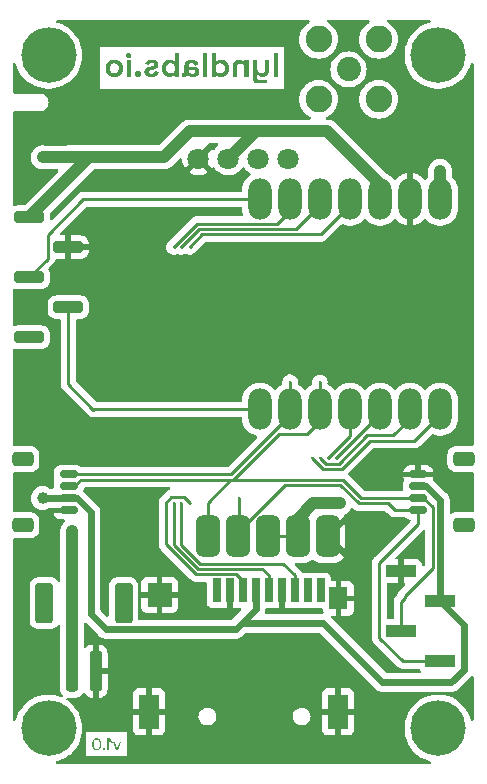
<source format=gbr>
%TF.GenerationSoftware,KiCad,Pcbnew,7.0.7-7.0.7~ubuntu22.04.1*%
%TF.CreationDate,2023-10-29T19:45:52-07:00*%
%TF.ProjectId,Wardriver-PCB,57617264-7269-4766-9572-2d5043422e6b,rev?*%
%TF.SameCoordinates,Original*%
%TF.FileFunction,Copper,L2,Bot*%
%TF.FilePolarity,Positive*%
%FSLAX46Y46*%
G04 Gerber Fmt 4.6, Leading zero omitted, Abs format (unit mm)*
G04 Created by KiCad (PCBNEW 7.0.7-7.0.7~ubuntu22.04.1) date 2023-10-29 19:45:52*
%MOMM*%
%LPD*%
G01*
G04 APERTURE LIST*
G04 Aperture macros list*
%AMRoundRect*
0 Rectangle with rounded corners*
0 $1 Rounding radius*
0 $2 $3 $4 $5 $6 $7 $8 $9 X,Y pos of 4 corners*
0 Add a 4 corners polygon primitive as box body*
4,1,4,$2,$3,$4,$5,$6,$7,$8,$9,$2,$3,0*
0 Add four circle primitives for the rounded corners*
1,1,$1+$1,$2,$3*
1,1,$1+$1,$4,$5*
1,1,$1+$1,$6,$7*
1,1,$1+$1,$8,$9*
0 Add four rect primitives between the rounded corners*
20,1,$1+$1,$2,$3,$4,$5,0*
20,1,$1+$1,$4,$5,$6,$7,0*
20,1,$1+$1,$6,$7,$8,$9,0*
20,1,$1+$1,$8,$9,$2,$3,0*%
G04 Aperture macros list end*
%ADD10C,0.150000*%
%TA.AperFunction,NonConductor*%
%ADD11C,0.150000*%
%TD*%
%ADD12C,0.300000*%
%TA.AperFunction,NonConductor*%
%ADD13C,0.300000*%
%TD*%
%TA.AperFunction,SMDPad,CuDef*%
%ADD14O,2.000000X3.500000*%
%TD*%
%TA.AperFunction,SMDPad,CuDef*%
%ADD15RoundRect,0.500000X0.500000X1.250000X-0.500000X1.250000X-0.500000X-1.250000X0.500000X-1.250000X0*%
%TD*%
%TA.AperFunction,ComponentPad*%
%ADD16C,4.700000*%
%TD*%
%TA.AperFunction,ComponentPad*%
%ADD17C,1.800000*%
%TD*%
%TA.AperFunction,SMDPad,CuDef*%
%ADD18R,2.510000X1.000000*%
%TD*%
%TA.AperFunction,ComponentPad*%
%ADD19C,2.050000*%
%TD*%
%TA.AperFunction,ComponentPad*%
%ADD20C,2.250000*%
%TD*%
%TA.AperFunction,SMDPad,CuDef*%
%ADD21RoundRect,0.150000X0.625000X-0.150000X0.625000X0.150000X-0.625000X0.150000X-0.625000X-0.150000X0*%
%TD*%
%TA.AperFunction,SMDPad,CuDef*%
%ADD22RoundRect,0.250000X0.650000X-0.350000X0.650000X0.350000X-0.650000X0.350000X-0.650000X-0.350000X0*%
%TD*%
%TA.AperFunction,SMDPad,CuDef*%
%ADD23R,0.700000X2.000000*%
%TD*%
%TA.AperFunction,SMDPad,CuDef*%
%ADD24R,1.600000X1.900000*%
%TD*%
%TA.AperFunction,SMDPad,CuDef*%
%ADD25R,1.700000X3.000000*%
%TD*%
%TA.AperFunction,SMDPad,CuDef*%
%ADD26R,2.100000X2.000000*%
%TD*%
%TA.AperFunction,SMDPad,CuDef*%
%ADD27RoundRect,0.250000X-0.250000X-1.500000X0.250000X-1.500000X0.250000X1.500000X-0.250000X1.500000X0*%
%TD*%
%TA.AperFunction,SMDPad,CuDef*%
%ADD28RoundRect,0.250001X-0.499999X-1.449999X0.499999X-1.449999X0.499999X1.449999X-0.499999X1.449999X0*%
%TD*%
%TA.AperFunction,SMDPad,CuDef*%
%ADD29RoundRect,0.150000X-0.625000X0.150000X-0.625000X-0.150000X0.625000X-0.150000X0.625000X0.150000X0*%
%TD*%
%TA.AperFunction,SMDPad,CuDef*%
%ADD30RoundRect,0.250000X-0.650000X0.350000X-0.650000X-0.350000X0.650000X-0.350000X0.650000X0.350000X0*%
%TD*%
%TA.AperFunction,SMDPad,CuDef*%
%ADD31RoundRect,0.250000X-1.005000X0.250000X-1.005000X-0.250000X1.005000X-0.250000X1.005000X0.250000X0*%
%TD*%
%TA.AperFunction,ViaPad*%
%ADD32C,0.300000*%
%TD*%
%TA.AperFunction,ViaPad*%
%ADD33C,1.000000*%
%TD*%
%TA.AperFunction,Conductor*%
%ADD34C,0.250000*%
%TD*%
%TA.AperFunction,Conductor*%
%ADD35C,1.000000*%
%TD*%
%TA.AperFunction,Conductor*%
%ADD36C,0.600000*%
%TD*%
G04 APERTURE END LIST*
D10*
D11*
G36*
X-10589427Y-30330000D02*
G01*
X-10344207Y-29645631D01*
X-10462177Y-29645631D01*
X-10668073Y-30246957D01*
X-10687369Y-30246957D01*
X-10893021Y-29645631D01*
X-11010990Y-29645631D01*
X-10766015Y-30330000D01*
X-10589427Y-30330000D01*
G37*
G36*
X-11413503Y-30330000D02*
G01*
X-11413503Y-29425812D01*
X-11393230Y-29425812D01*
X-11202965Y-29774591D01*
X-11078890Y-29774591D01*
X-11312875Y-29350097D01*
X-11527076Y-29350097D01*
X-11527076Y-30330000D01*
X-11413503Y-30330000D01*
G37*
G36*
X-11816503Y-30349539D02*
G01*
X-11806405Y-30349123D01*
X-11794406Y-30347433D01*
X-11783097Y-30344443D01*
X-11772481Y-30340153D01*
X-11762556Y-30334564D01*
X-11753323Y-30327674D01*
X-11748115Y-30322916D01*
X-11740305Y-30314157D01*
X-11733819Y-30304670D01*
X-11728656Y-30294455D01*
X-11724817Y-30283513D01*
X-11722302Y-30271844D01*
X-11721243Y-30261984D01*
X-11721004Y-30254284D01*
X-11721428Y-30244079D01*
X-11722699Y-30234348D01*
X-11725479Y-30222849D01*
X-11729582Y-30212089D01*
X-11735010Y-30202069D01*
X-11741761Y-30192788D01*
X-11748115Y-30185896D01*
X-11756933Y-30178227D01*
X-11766443Y-30171857D01*
X-11776645Y-30166787D01*
X-11787538Y-30163018D01*
X-11799123Y-30160548D01*
X-11808888Y-30159508D01*
X-11816503Y-30159274D01*
X-11826597Y-30159694D01*
X-11838582Y-30161399D01*
X-11849863Y-30164416D01*
X-11860440Y-30168745D01*
X-11870313Y-30174386D01*
X-11879483Y-30181339D01*
X-11884647Y-30186140D01*
X-11892387Y-30194830D01*
X-11898815Y-30204258D01*
X-11903931Y-30214426D01*
X-11907736Y-30225334D01*
X-11910228Y-30236981D01*
X-11911278Y-30246831D01*
X-11911514Y-30254528D01*
X-11911094Y-30264733D01*
X-11909835Y-30274465D01*
X-11907080Y-30285964D01*
X-11903013Y-30296723D01*
X-11897634Y-30306743D01*
X-11890944Y-30316024D01*
X-11884647Y-30322916D01*
X-11875899Y-30330586D01*
X-11866448Y-30336956D01*
X-11856293Y-30342025D01*
X-11845435Y-30345795D01*
X-11833872Y-30348265D01*
X-11824116Y-30349305D01*
X-11816503Y-30349539D01*
G37*
G36*
X-12409852Y-29330411D02*
G01*
X-12399568Y-29330704D01*
X-12389420Y-29331192D01*
X-12379407Y-29331874D01*
X-12369529Y-29332752D01*
X-12359787Y-29333825D01*
X-12340710Y-29336557D01*
X-12322174Y-29340069D01*
X-12304180Y-29344361D01*
X-12286728Y-29349434D01*
X-12269818Y-29355287D01*
X-12253450Y-29361921D01*
X-12237624Y-29369335D01*
X-12222340Y-29377530D01*
X-12207597Y-29386505D01*
X-12193397Y-29396260D01*
X-12179738Y-29406796D01*
X-12166622Y-29418112D01*
X-12154047Y-29430209D01*
X-12147991Y-29436530D01*
X-12136456Y-29449731D01*
X-12125691Y-29463675D01*
X-12115694Y-29478364D01*
X-12106466Y-29493797D01*
X-12098007Y-29509975D01*
X-12090317Y-29526896D01*
X-12083397Y-29544562D01*
X-12077245Y-29562972D01*
X-12074457Y-29572456D01*
X-12071862Y-29582126D01*
X-12069459Y-29591982D01*
X-12067248Y-29602024D01*
X-12065229Y-29612252D01*
X-12063403Y-29622666D01*
X-12061769Y-29633266D01*
X-12060327Y-29644053D01*
X-12059078Y-29655025D01*
X-12058020Y-29666183D01*
X-12057155Y-29677528D01*
X-12056482Y-29689058D01*
X-12056002Y-29700775D01*
X-12055713Y-29712677D01*
X-12055617Y-29724766D01*
X-12055617Y-29955331D01*
X-12055713Y-29967524D01*
X-12056002Y-29979526D01*
X-12056482Y-29991338D01*
X-12057155Y-30002958D01*
X-12058020Y-30014388D01*
X-12059078Y-30025627D01*
X-12060327Y-30036675D01*
X-12061769Y-30047533D01*
X-12063403Y-30058199D01*
X-12065229Y-30068675D01*
X-12067248Y-30078960D01*
X-12069459Y-30089054D01*
X-12071862Y-30098957D01*
X-12074457Y-30108670D01*
X-12077245Y-30118191D01*
X-12080225Y-30127522D01*
X-12086761Y-30145611D01*
X-12094066Y-30162937D01*
X-12102141Y-30179500D01*
X-12110984Y-30195300D01*
X-12120596Y-30210336D01*
X-12130977Y-30224609D01*
X-12142128Y-30238118D01*
X-12154047Y-30250865D01*
X-12166622Y-30262814D01*
X-12179738Y-30273992D01*
X-12193397Y-30284399D01*
X-12207597Y-30294035D01*
X-12222340Y-30302900D01*
X-12237624Y-30310994D01*
X-12253450Y-30318318D01*
X-12269818Y-30324870D01*
X-12286728Y-30330652D01*
X-12304180Y-30335663D01*
X-12322174Y-30339903D01*
X-12340710Y-30343372D01*
X-12359787Y-30346070D01*
X-12369529Y-30347130D01*
X-12379407Y-30347997D01*
X-12389420Y-30348672D01*
X-12399568Y-30349153D01*
X-12409852Y-30349443D01*
X-12420272Y-30349539D01*
X-12430706Y-30349443D01*
X-12441004Y-30349153D01*
X-12451165Y-30348672D01*
X-12461190Y-30347997D01*
X-12471078Y-30347130D01*
X-12480831Y-30346070D01*
X-12499925Y-30343372D01*
X-12518474Y-30339903D01*
X-12536478Y-30335663D01*
X-12553935Y-30330652D01*
X-12570847Y-30324870D01*
X-12587214Y-30318318D01*
X-12603034Y-30310994D01*
X-12618309Y-30302900D01*
X-12633038Y-30294035D01*
X-12647221Y-30284399D01*
X-12660858Y-30273992D01*
X-12673950Y-30262814D01*
X-12686496Y-30250865D01*
X-12698416Y-30238118D01*
X-12709566Y-30224609D01*
X-12719947Y-30210336D01*
X-12729559Y-30195300D01*
X-12738403Y-30179500D01*
X-12746477Y-30162937D01*
X-12753782Y-30145611D01*
X-12760319Y-30127522D01*
X-12763299Y-30118191D01*
X-12766086Y-30108670D01*
X-12768681Y-30098957D01*
X-12771085Y-30089054D01*
X-12773295Y-30078960D01*
X-12775314Y-30068675D01*
X-12777140Y-30058199D01*
X-12778774Y-30047533D01*
X-12780216Y-30036675D01*
X-12781466Y-30025627D01*
X-12782523Y-30014388D01*
X-12783388Y-30002958D01*
X-12784061Y-29991338D01*
X-12784542Y-29979526D01*
X-12784830Y-29967524D01*
X-12784882Y-29960949D01*
X-12671353Y-29960949D01*
X-12671108Y-29977601D01*
X-12670373Y-29993792D01*
X-12669147Y-30009520D01*
X-12667430Y-30024788D01*
X-12665223Y-30039593D01*
X-12662526Y-30053936D01*
X-12659339Y-30067818D01*
X-12655661Y-30081238D01*
X-12651492Y-30094196D01*
X-12646834Y-30106693D01*
X-12641684Y-30118728D01*
X-12636045Y-30130300D01*
X-12629915Y-30141412D01*
X-12623295Y-30152061D01*
X-12616184Y-30162249D01*
X-12608583Y-30171974D01*
X-12600520Y-30181143D01*
X-12591963Y-30189720D01*
X-12582912Y-30197706D01*
X-12573366Y-30205100D01*
X-12563326Y-30211902D01*
X-12552792Y-30218113D01*
X-12541764Y-30223733D01*
X-12530242Y-30228761D01*
X-12518225Y-30233197D01*
X-12505715Y-30237042D01*
X-12492710Y-30240296D01*
X-12479211Y-30242957D01*
X-12465217Y-30245028D01*
X-12450730Y-30246507D01*
X-12435748Y-30247394D01*
X-12420272Y-30247690D01*
X-12404882Y-30247396D01*
X-12389978Y-30246514D01*
X-12375558Y-30245045D01*
X-12361623Y-30242988D01*
X-12348172Y-30240343D01*
X-12335206Y-30237111D01*
X-12322725Y-30233291D01*
X-12310729Y-30228883D01*
X-12299217Y-30223887D01*
X-12288190Y-30218304D01*
X-12277647Y-30212133D01*
X-12267589Y-30205375D01*
X-12258016Y-30198028D01*
X-12248928Y-30190094D01*
X-12240324Y-30181572D01*
X-12232205Y-30172463D01*
X-12224574Y-30162821D01*
X-12217436Y-30152702D01*
X-12210790Y-30142106D01*
X-12204636Y-30131033D01*
X-12198974Y-30119483D01*
X-12193805Y-30107456D01*
X-12189128Y-30094952D01*
X-12184944Y-30081971D01*
X-12181251Y-30068513D01*
X-12178051Y-30054578D01*
X-12175344Y-30040165D01*
X-12173128Y-30025276D01*
X-12171405Y-30009910D01*
X-12170175Y-29994066D01*
X-12169436Y-29977746D01*
X-12169190Y-29960949D01*
X-12169190Y-29718415D01*
X-12169439Y-29701823D01*
X-12170186Y-29685691D01*
X-12171431Y-29670018D01*
X-12173174Y-29654805D01*
X-12175415Y-29640053D01*
X-12178154Y-29625760D01*
X-12181392Y-29611926D01*
X-12185127Y-29598553D01*
X-12189360Y-29585640D01*
X-12194091Y-29573186D01*
X-12199321Y-29561193D01*
X-12205048Y-29549659D01*
X-12211273Y-29538585D01*
X-12217997Y-29527971D01*
X-12225218Y-29517817D01*
X-12232937Y-29508122D01*
X-12241140Y-29498954D01*
X-12249809Y-29490377D01*
X-12258946Y-29482391D01*
X-12268551Y-29474997D01*
X-12278623Y-29468194D01*
X-12289163Y-29461983D01*
X-12300170Y-29456364D01*
X-12311645Y-29451336D01*
X-12323587Y-29446899D01*
X-12335996Y-29443054D01*
X-12348874Y-29439801D01*
X-12362218Y-29437139D01*
X-12376030Y-29435069D01*
X-12390310Y-29433590D01*
X-12405057Y-29432703D01*
X-12420272Y-29432407D01*
X-12435370Y-29432701D01*
X-12450012Y-29433582D01*
X-12464198Y-29435052D01*
X-12477928Y-29437109D01*
X-12491202Y-29439753D01*
X-12504020Y-29442986D01*
X-12516382Y-29446806D01*
X-12528288Y-29451214D01*
X-12539738Y-29456209D01*
X-12550732Y-29461793D01*
X-12561269Y-29467963D01*
X-12571351Y-29474722D01*
X-12580977Y-29482068D01*
X-12590146Y-29490003D01*
X-12598860Y-29498524D01*
X-12607117Y-29507634D01*
X-12614896Y-29517244D01*
X-12622173Y-29527330D01*
X-12628948Y-29537890D01*
X-12635221Y-29548926D01*
X-12640992Y-29560437D01*
X-12646261Y-29572423D01*
X-12651029Y-29584884D01*
X-12655294Y-29597821D01*
X-12659058Y-29611232D01*
X-12662320Y-29625118D01*
X-12665080Y-29639480D01*
X-12667339Y-29654317D01*
X-12669095Y-29669629D01*
X-12670350Y-29685416D01*
X-12671102Y-29701678D01*
X-12671353Y-29718415D01*
X-12671353Y-29960949D01*
X-12784882Y-29960949D01*
X-12784926Y-29955331D01*
X-12784926Y-29724766D01*
X-12784830Y-29712677D01*
X-12784542Y-29700775D01*
X-12784061Y-29689058D01*
X-12783388Y-29677528D01*
X-12782523Y-29666183D01*
X-12781466Y-29655025D01*
X-12780216Y-29644053D01*
X-12778774Y-29633266D01*
X-12777140Y-29622666D01*
X-12775314Y-29612252D01*
X-12773295Y-29602024D01*
X-12771085Y-29591982D01*
X-12768681Y-29582126D01*
X-12766086Y-29572456D01*
X-12760319Y-29553674D01*
X-12753782Y-29535636D01*
X-12746477Y-29518342D01*
X-12738403Y-29501793D01*
X-12729559Y-29485988D01*
X-12719947Y-29470927D01*
X-12709566Y-29456610D01*
X-12698416Y-29443037D01*
X-12686496Y-29430209D01*
X-12673950Y-29418112D01*
X-12660858Y-29406796D01*
X-12647221Y-29396260D01*
X-12633038Y-29386505D01*
X-12618309Y-29377530D01*
X-12603034Y-29369335D01*
X-12587214Y-29361921D01*
X-12570847Y-29355287D01*
X-12553935Y-29349434D01*
X-12536478Y-29344361D01*
X-12518474Y-29340069D01*
X-12499925Y-29336557D01*
X-12480831Y-29333825D01*
X-12471078Y-29332752D01*
X-12461190Y-29331874D01*
X-12451165Y-29331192D01*
X-12441004Y-29330704D01*
X-12430706Y-29330411D01*
X-12420272Y-29330314D01*
X-12409852Y-29330411D01*
G37*
D12*
D13*
G36*
X2904117Y26690000D02*
G01*
X2904117Y28649804D01*
X2551430Y28649804D01*
X2551430Y26690000D01*
X2904117Y26690000D01*
G37*
G36*
X2008234Y26130195D02*
G01*
X2008234Y26437941D01*
X1252547Y26437941D01*
X1229890Y26439992D01*
X1211073Y26446146D01*
X1193562Y26458946D01*
X1181581Y26477653D01*
X1175820Y26497756D01*
X1173900Y26521960D01*
X1173900Y26872205D01*
X1224214Y26872205D01*
X1233534Y26854253D01*
X1244639Y26836301D01*
X1257531Y26818349D01*
X1272208Y26800397D01*
X1285804Y26785437D01*
X1294556Y26776461D01*
X1310186Y26762060D01*
X1327462Y26748469D01*
X1346384Y26735689D01*
X1366951Y26723720D01*
X1384590Y26714729D01*
X1403283Y26706257D01*
X1423028Y26698304D01*
X1444002Y26691091D01*
X1466381Y26684840D01*
X1490164Y26679550D01*
X1515352Y26675223D01*
X1535164Y26672608D01*
X1555766Y26670534D01*
X1577159Y26669002D01*
X1599341Y26668010D01*
X1622313Y26667559D01*
X1630146Y26667529D01*
X1650321Y26667819D01*
X1670179Y26668689D01*
X1689720Y26670140D01*
X1718438Y26673402D01*
X1746444Y26677971D01*
X1773737Y26683844D01*
X1800317Y26691022D01*
X1826184Y26699506D01*
X1851338Y26709295D01*
X1875780Y26720389D01*
X1899510Y26732788D01*
X1914933Y26741779D01*
X1937263Y26756203D01*
X1958639Y26771632D01*
X1979063Y26788065D01*
X1998533Y26805503D01*
X2017050Y26823946D01*
X2034614Y26843394D01*
X2051225Y26863846D01*
X2066883Y26885302D01*
X2081587Y26907763D01*
X2095339Y26931229D01*
X2103977Y26947431D01*
X2115937Y26972500D01*
X2126720Y26998247D01*
X2136327Y27024673D01*
X2144758Y27051777D01*
X2152012Y27079559D01*
X2158090Y27108019D01*
X2161489Y27127370D01*
X2164364Y27147022D01*
X2166717Y27166975D01*
X2168547Y27187230D01*
X2169854Y27207787D01*
X2170638Y27228645D01*
X2170900Y27249804D01*
X2170900Y28078764D01*
X1817725Y28078764D01*
X1817725Y27278136D01*
X1817050Y27249422D01*
X1815028Y27222083D01*
X1811658Y27196116D01*
X1806940Y27171524D01*
X1800873Y27148306D01*
X1793459Y27126461D01*
X1784696Y27105991D01*
X1774585Y27086894D01*
X1763126Y27069171D01*
X1750319Y27052822D01*
X1741032Y27042686D01*
X1725986Y27028719D01*
X1709788Y27016125D01*
X1692440Y27004905D01*
X1673942Y26995059D01*
X1654293Y26986587D01*
X1633493Y26979488D01*
X1611543Y26973764D01*
X1588442Y26969413D01*
X1564190Y26966437D01*
X1538788Y26964834D01*
X1521214Y26964528D01*
X1501167Y26964948D01*
X1472170Y26967152D01*
X1444460Y26971245D01*
X1418039Y26977227D01*
X1392906Y26985098D01*
X1369061Y26994858D01*
X1346504Y27006508D01*
X1325235Y27020046D01*
X1305253Y27035473D01*
X1286560Y27052790D01*
X1269155Y27071995D01*
X1253180Y27092988D01*
X1238776Y27115484D01*
X1225943Y27139482D01*
X1214681Y27164983D01*
X1204991Y27191987D01*
X1199404Y27210824D01*
X1194516Y27230329D01*
X1190325Y27250502D01*
X1186833Y27271343D01*
X1184040Y27292851D01*
X1181945Y27315028D01*
X1180548Y27337872D01*
X1179850Y27361384D01*
X1179762Y27373391D01*
X1179762Y28078764D01*
X826587Y28078764D01*
X826587Y26443803D01*
X827326Y26417477D01*
X829541Y26392174D01*
X833233Y26367892D01*
X838402Y26344632D01*
X845048Y26322394D01*
X853171Y26301178D01*
X862771Y26280984D01*
X873848Y26261811D01*
X886402Y26243660D01*
X900432Y26226532D01*
X910607Y26215680D01*
X926854Y26200403D01*
X944089Y26186628D01*
X962311Y26174357D01*
X981521Y26163587D01*
X1001718Y26154321D01*
X1022903Y26146557D01*
X1045075Y26140296D01*
X1068235Y26135538D01*
X1092382Y26132282D01*
X1117517Y26130529D01*
X1134822Y26130195D01*
X2008234Y26130195D01*
G37*
G36*
X436287Y26690000D02*
G01*
X436287Y28078764D01*
X88974Y28078764D01*
X88974Y27896559D01*
X38660Y27896559D01*
X29317Y27914755D01*
X18143Y27932707D01*
X5137Y27950415D01*
X-9699Y27967878D01*
X-26369Y27985097D01*
X-44870Y28002072D01*
X-59949Y28014643D01*
X-76057Y28027076D01*
X-87369Y28035289D01*
X-105517Y28047074D01*
X-125339Y28057700D01*
X-146836Y28067167D01*
X-170007Y28075475D01*
X-194852Y28082623D01*
X-221372Y28088612D01*
X-249566Y28093442D01*
X-269293Y28096018D01*
X-289763Y28098079D01*
X-310978Y28099625D01*
X-332937Y28100655D01*
X-355640Y28101170D01*
X-367271Y28101235D01*
X-387444Y28100945D01*
X-407296Y28100075D01*
X-426828Y28098624D01*
X-455525Y28095361D01*
X-483500Y28090793D01*
X-510754Y28084920D01*
X-537287Y28077742D01*
X-563098Y28069258D01*
X-588189Y28059469D01*
X-612558Y28048375D01*
X-636205Y28035976D01*
X-651570Y28026985D01*
X-673899Y28012569D01*
X-695276Y27997166D01*
X-715699Y27980776D01*
X-735169Y27963398D01*
X-753687Y27945032D01*
X-771251Y27925679D01*
X-787861Y27905339D01*
X-803519Y27884011D01*
X-818224Y27861696D01*
X-831975Y27838393D01*
X-840614Y27822309D01*
X-852661Y27797564D01*
X-863523Y27772054D01*
X-873200Y27745781D01*
X-881692Y27718743D01*
X-888999Y27690941D01*
X-895122Y27662374D01*
X-898545Y27642905D01*
X-901442Y27623097D01*
X-903811Y27602949D01*
X-905655Y27582461D01*
X-906971Y27561634D01*
X-907761Y27540466D01*
X-908025Y27518960D01*
X-908025Y26690000D01*
X-554849Y26690000D01*
X-554849Y27490628D01*
X-554171Y27519337D01*
X-552136Y27546664D01*
X-548744Y27572609D01*
X-543996Y27597171D01*
X-537891Y27620351D01*
X-530429Y27642148D01*
X-521610Y27662563D01*
X-511435Y27681595D01*
X-499903Y27699245D01*
X-487015Y27715512D01*
X-477669Y27725589D01*
X-462709Y27739644D01*
X-446591Y27752317D01*
X-429313Y27763607D01*
X-410876Y27773514D01*
X-391280Y27782039D01*
X-370524Y27789182D01*
X-348610Y27794942D01*
X-325536Y27799320D01*
X-301303Y27802315D01*
X-275911Y27803928D01*
X-258339Y27804235D01*
X-238290Y27803814D01*
X-209283Y27801600D01*
X-181555Y27797488D01*
X-155106Y27791479D01*
X-129938Y27783572D01*
X-106048Y27773768D01*
X-83438Y27762065D01*
X-62107Y27748465D01*
X-42056Y27732968D01*
X-23284Y27715573D01*
X-5792Y27696280D01*
X10183Y27675374D01*
X24587Y27652957D01*
X37420Y27629029D01*
X48681Y27603590D01*
X58371Y27576639D01*
X63958Y27557832D01*
X68847Y27538354D01*
X73037Y27518204D01*
X76529Y27497382D01*
X79323Y27475889D01*
X81418Y27453724D01*
X82815Y27430887D01*
X83513Y27407379D01*
X83600Y27395373D01*
X83600Y26690000D01*
X436287Y26690000D01*
G37*
G36*
X-2329030Y27919030D02*
G01*
X-2278227Y27919030D01*
X-2268906Y27934750D01*
X-2256083Y27953206D01*
X-2241474Y27971215D01*
X-2227936Y27985881D01*
X-2213157Y28000238D01*
X-2197138Y28014284D01*
X-2193779Y28017078D01*
X-2176038Y28030587D01*
X-2156723Y28043334D01*
X-2135833Y28055317D01*
X-2117988Y28064354D01*
X-2099136Y28072903D01*
X-2079276Y28080963D01*
X-2058408Y28088534D01*
X-2047624Y28092083D01*
X-2025092Y28098495D01*
X-2001279Y28103990D01*
X-1976183Y28108570D01*
X-1956519Y28111403D01*
X-1936134Y28113722D01*
X-1915028Y28115525D01*
X-1893201Y28116813D01*
X-1870652Y28117586D01*
X-1847383Y28117843D01*
X-1826475Y28117521D01*
X-1805762Y28116553D01*
X-1785244Y28114941D01*
X-1764920Y28112684D01*
X-1744791Y28109781D01*
X-1724857Y28106234D01*
X-1705117Y28102042D01*
X-1685572Y28097205D01*
X-1666221Y28091723D01*
X-1647065Y28085595D01*
X-1628104Y28078823D01*
X-1609337Y28071407D01*
X-1590765Y28063345D01*
X-1572388Y28054638D01*
X-1554205Y28045286D01*
X-1536217Y28035289D01*
X-1518605Y28024668D01*
X-1501428Y28013445D01*
X-1484686Y28001618D01*
X-1468379Y27989188D01*
X-1452507Y27976156D01*
X-1437070Y27962520D01*
X-1422068Y27948281D01*
X-1407501Y27933440D01*
X-1393370Y27917995D01*
X-1379673Y27901948D01*
X-1366411Y27885297D01*
X-1353585Y27868044D01*
X-1341193Y27850187D01*
X-1329237Y27831728D01*
X-1317715Y27812666D01*
X-1306629Y27793000D01*
X-1296159Y27772829D01*
X-1286364Y27752128D01*
X-1277245Y27730896D01*
X-1268802Y27709133D01*
X-1261034Y27686840D01*
X-1253941Y27664017D01*
X-1247524Y27640663D01*
X-1241782Y27616779D01*
X-1236716Y27592364D01*
X-1232326Y27567419D01*
X-1228611Y27541943D01*
X-1225571Y27515937D01*
X-1223207Y27489401D01*
X-1221518Y27462334D01*
X-1220505Y27434736D01*
X-1220167Y27406608D01*
X-1220167Y27362156D01*
X-1220505Y27334026D01*
X-1221518Y27306423D01*
X-1223207Y27279346D01*
X-1225571Y27252796D01*
X-1228611Y27226773D01*
X-1232326Y27201276D01*
X-1236716Y27176306D01*
X-1241782Y27151863D01*
X-1247524Y27127946D01*
X-1253941Y27104556D01*
X-1261034Y27081693D01*
X-1268802Y27059356D01*
X-1277245Y27037546D01*
X-1286364Y27016262D01*
X-1296159Y26995505D01*
X-1306629Y26975275D01*
X-1317721Y26955669D01*
X-1329260Y26936662D01*
X-1341245Y26918254D01*
X-1353676Y26900445D01*
X-1366554Y26883236D01*
X-1379879Y26866625D01*
X-1393650Y26850614D01*
X-1407868Y26835202D01*
X-1422532Y26820389D01*
X-1437642Y26806175D01*
X-1453199Y26792561D01*
X-1469203Y26779545D01*
X-1485653Y26767129D01*
X-1502550Y26755312D01*
X-1519893Y26744094D01*
X-1537683Y26733475D01*
X-1555780Y26723478D01*
X-1574044Y26714126D01*
X-1592477Y26705419D01*
X-1611078Y26697357D01*
X-1629846Y26689940D01*
X-1648783Y26683168D01*
X-1667887Y26677041D01*
X-1687159Y26671559D01*
X-1706600Y26666722D01*
X-1726208Y26662530D01*
X-1745984Y26658983D01*
X-1765928Y26656080D01*
X-1786039Y26653823D01*
X-1806319Y26652211D01*
X-1826767Y26651243D01*
X-1847383Y26650921D01*
X-1859170Y26650983D01*
X-1882213Y26651483D01*
X-1904546Y26652483D01*
X-1926169Y26653983D01*
X-1947082Y26655982D01*
X-1967286Y26658482D01*
X-1996260Y26663169D01*
X-2023637Y26668981D01*
X-2049417Y26675917D01*
X-2073600Y26683979D01*
X-2096186Y26693165D01*
X-2117175Y26703476D01*
X-2136566Y26714912D01*
X-2154796Y26727127D01*
X-2172115Y26739590D01*
X-2188524Y26752303D01*
X-2204023Y26765264D01*
X-2223272Y26782934D01*
X-2240904Y26801046D01*
X-2256917Y26819601D01*
X-2271312Y26838598D01*
X-2284089Y26858039D01*
X-2334403Y26858039D01*
X-2334403Y26690000D01*
X-2681716Y26690000D01*
X-2681716Y27370460D01*
X-2334403Y27370460D01*
X-2333975Y27345620D01*
X-2332693Y27321535D01*
X-2330556Y27298206D01*
X-2327564Y27275633D01*
X-2323717Y27253815D01*
X-2319016Y27232753D01*
X-2313459Y27212446D01*
X-2307048Y27192896D01*
X-2299781Y27174100D01*
X-2291660Y27156061D01*
X-2277876Y27130418D01*
X-2262168Y27106476D01*
X-2244537Y27084233D01*
X-2224982Y27063691D01*
X-2218121Y27057230D01*
X-2196909Y27039076D01*
X-2174753Y27022768D01*
X-2151652Y27008307D01*
X-2127606Y26995692D01*
X-2102616Y26984923D01*
X-2076682Y26976000D01*
X-2049803Y26968923D01*
X-2021979Y26963692D01*
X-1993211Y26960308D01*
X-1973507Y26959077D01*
X-1953384Y26958667D01*
X-1933318Y26959077D01*
X-1903992Y26961231D01*
X-1875593Y26965231D01*
X-1848121Y26971077D01*
X-1821577Y26978769D01*
X-1795960Y26988307D01*
X-1771270Y26999692D01*
X-1747508Y27012922D01*
X-1724673Y27027999D01*
X-1702766Y27044922D01*
X-1681786Y27063691D01*
X-1662319Y27084233D01*
X-1644766Y27106476D01*
X-1629128Y27130418D01*
X-1615405Y27156061D01*
X-1607321Y27174100D01*
X-1600087Y27192896D01*
X-1593704Y27212446D01*
X-1588172Y27232753D01*
X-1583492Y27253815D01*
X-1579662Y27275633D01*
X-1576683Y27298206D01*
X-1574556Y27321535D01*
X-1573279Y27345620D01*
X-1572854Y27370460D01*
X-1572854Y27398304D01*
X-1573279Y27423144D01*
X-1574556Y27447229D01*
X-1576683Y27470558D01*
X-1579662Y27493131D01*
X-1583492Y27514949D01*
X-1588172Y27536011D01*
X-1593704Y27556317D01*
X-1600087Y27575868D01*
X-1607321Y27594664D01*
X-1615405Y27612703D01*
X-1629128Y27638346D01*
X-1644766Y27662288D01*
X-1662319Y27684531D01*
X-1681786Y27705073D01*
X-1688676Y27711534D01*
X-1709965Y27729688D01*
X-1732182Y27745995D01*
X-1755326Y27760457D01*
X-1779397Y27773072D01*
X-1804396Y27783841D01*
X-1830322Y27792764D01*
X-1857175Y27799841D01*
X-1884956Y27805072D01*
X-1913664Y27808456D01*
X-1933318Y27809687D01*
X-1953384Y27810097D01*
X-1963677Y27809995D01*
X-1983922Y27809174D01*
X-2003714Y27807533D01*
X-2032549Y27803533D01*
X-2060363Y27797687D01*
X-2087155Y27789995D01*
X-2112925Y27780457D01*
X-2137673Y27769072D01*
X-2161399Y27755841D01*
X-2184104Y27740765D01*
X-2205787Y27723842D01*
X-2226448Y27705073D01*
X-2245740Y27684531D01*
X-2263135Y27662288D01*
X-2278633Y27638346D01*
X-2292233Y27612703D01*
X-2300245Y27594664D01*
X-2307414Y27575868D01*
X-2313740Y27556317D01*
X-2319222Y27536011D01*
X-2323860Y27514949D01*
X-2327656Y27493131D01*
X-2330608Y27470558D01*
X-2332716Y27447229D01*
X-2333981Y27423144D01*
X-2334403Y27398304D01*
X-2334403Y27370460D01*
X-2681716Y27370460D01*
X-2681716Y28649804D01*
X-2329030Y28649804D01*
X-2329030Y27919030D01*
G37*
G36*
X-3072993Y26690000D02*
G01*
X-3072993Y28649804D01*
X-3425680Y28649804D01*
X-3425680Y26690000D01*
X-3072993Y26690000D01*
G37*
G36*
X-4372151Y28117629D02*
G01*
X-4350383Y28116988D01*
X-4329043Y28115920D01*
X-4308129Y28114424D01*
X-4287643Y28112500D01*
X-4267585Y28110150D01*
X-4247954Y28107371D01*
X-4219309Y28102402D01*
X-4191625Y28096472D01*
X-4164904Y28089580D01*
X-4139144Y28081726D01*
X-4114345Y28072910D01*
X-4090509Y28063133D01*
X-4075135Y28056221D01*
X-4052811Y28045354D01*
X-4031372Y28033885D01*
X-4010817Y28021815D01*
X-3991146Y28009144D01*
X-3972360Y27995872D01*
X-3954458Y27981998D01*
X-3937441Y27967524D01*
X-3921308Y27952449D01*
X-3906059Y27936772D01*
X-3891695Y27920495D01*
X-3882572Y27909432D01*
X-3869482Y27892564D01*
X-3857104Y27875371D01*
X-3845439Y27857851D01*
X-3834487Y27840005D01*
X-3824247Y27821833D01*
X-3814721Y27803335D01*
X-3805906Y27784510D01*
X-3797805Y27765359D01*
X-3790416Y27745881D01*
X-3783740Y27726078D01*
X-4108583Y27616657D01*
X-4114170Y27639921D01*
X-4121161Y27662086D01*
X-4129557Y27683152D01*
X-4139357Y27703119D01*
X-4150562Y27721987D01*
X-4163171Y27739755D01*
X-4177185Y27756425D01*
X-4192602Y27771995D01*
X-4196698Y27775722D01*
X-4214398Y27789445D01*
X-4234205Y27801276D01*
X-4256118Y27811213D01*
X-4280138Y27819258D01*
X-4299535Y27824050D01*
X-4320117Y27827776D01*
X-4341884Y27830438D01*
X-4364837Y27832035D01*
X-4388974Y27832568D01*
X-4397298Y27832506D01*
X-4421420Y27831583D01*
X-4444262Y27829552D01*
X-4465824Y27826414D01*
X-4486107Y27822168D01*
X-4505111Y27816814D01*
X-4528459Y27807952D01*
X-4549533Y27797122D01*
X-4568332Y27784322D01*
X-4584856Y27769553D01*
X-4599282Y27753250D01*
X-4611784Y27735847D01*
X-4622363Y27717346D01*
X-4631018Y27697745D01*
X-4637750Y27677046D01*
X-4642559Y27655247D01*
X-4645444Y27632349D01*
X-4646406Y27608353D01*
X-4646406Y27530195D01*
X-4265387Y27530195D01*
X-4245924Y27530002D01*
X-4217244Y27528990D01*
X-4189183Y27527111D01*
X-4161740Y27524365D01*
X-4134915Y27520751D01*
X-4108709Y27516271D01*
X-4083121Y27510923D01*
X-4058151Y27504707D01*
X-4033799Y27497625D01*
X-4010065Y27489675D01*
X-3986950Y27480858D01*
X-3971952Y27474565D01*
X-3950228Y27464424D01*
X-3929431Y27453442D01*
X-3909561Y27441618D01*
X-3890619Y27428952D01*
X-3872604Y27415446D01*
X-3855517Y27401097D01*
X-3839357Y27385907D01*
X-3824124Y27369876D01*
X-3809819Y27353003D01*
X-3796441Y27335289D01*
X-3788159Y27323020D01*
X-3776739Y27303943D01*
X-3766521Y27284059D01*
X-3757505Y27263368D01*
X-3749691Y27241870D01*
X-3743079Y27219565D01*
X-3737670Y27196452D01*
X-3733462Y27172533D01*
X-3730457Y27147806D01*
X-3728654Y27122272D01*
X-3728053Y27095931D01*
X-3728320Y27078269D01*
X-3729722Y27052406D01*
X-3732327Y27027299D01*
X-3736134Y27002947D01*
X-3741142Y26979351D01*
X-3747353Y26956510D01*
X-3754767Y26934426D01*
X-3763382Y26913096D01*
X-3773199Y26892523D01*
X-3784219Y26872705D01*
X-3796441Y26853642D01*
X-3805239Y26841432D01*
X-3819145Y26823811D01*
X-3833901Y26807022D01*
X-3849508Y26791067D01*
X-3865964Y26775944D01*
X-3883270Y26761655D01*
X-3901427Y26748198D01*
X-3920433Y26735574D01*
X-3940290Y26723783D01*
X-3960997Y26712825D01*
X-3982554Y26702700D01*
X-3997389Y26696430D01*
X-4020094Y26687783D01*
X-4043340Y26680047D01*
X-4067126Y26673220D01*
X-4091453Y26667304D01*
X-4116322Y26662298D01*
X-4141731Y26658202D01*
X-4167682Y26655016D01*
X-4194173Y26652741D01*
X-4221205Y26651376D01*
X-4248778Y26650921D01*
X-4275531Y26651290D01*
X-4301203Y26652398D01*
X-4325792Y26654244D01*
X-4349299Y26656828D01*
X-4371725Y26660151D01*
X-4393069Y26664213D01*
X-4413330Y26669013D01*
X-4432510Y26674551D01*
X-4456400Y26683084D01*
X-4478367Y26692930D01*
X-4483574Y26695568D01*
X-4503525Y26706357D01*
X-4522073Y26717527D01*
X-4539215Y26729079D01*
X-4554954Y26741012D01*
X-4572652Y26756466D01*
X-4588156Y26772516D01*
X-4601465Y26789162D01*
X-4612997Y26805746D01*
X-4625042Y26824293D01*
X-4635128Y26841364D01*
X-4644421Y26859412D01*
X-4651779Y26877578D01*
X-4705024Y26877578D01*
X-4705024Y26874647D01*
X-4706070Y26854169D01*
X-4710318Y26830052D01*
X-4717833Y26807581D01*
X-4728617Y26786756D01*
X-4742668Y26767577D01*
X-4756261Y26753419D01*
X-4771946Y26740314D01*
X-4789372Y26728521D01*
X-4807942Y26718301D01*
X-4827657Y26709653D01*
X-4848517Y26702578D01*
X-4870521Y26697075D01*
X-4893671Y26693144D01*
X-4917966Y26690786D01*
X-4943405Y26690000D01*
X-5178367Y26690000D01*
X-5178367Y26981137D01*
X-5066503Y26981137D01*
X-5043846Y26983188D01*
X-5021727Y26991065D01*
X-5005138Y27004850D01*
X-4994078Y27024542D01*
X-4989086Y27045464D01*
X-4987857Y27065157D01*
X-4987857Y27266901D01*
X-4646406Y27266901D01*
X-4646406Y27238569D01*
X-4646039Y27221682D01*
X-4644116Y27197138D01*
X-4640544Y27173539D01*
X-4635323Y27150885D01*
X-4628454Y27129175D01*
X-4619936Y27108409D01*
X-4609769Y27088589D01*
X-4597954Y27069712D01*
X-4584490Y27051780D01*
X-4569378Y27034793D01*
X-4552616Y27018750D01*
X-4540679Y27008754D01*
X-4521972Y26994968D01*
X-4502302Y26982633D01*
X-4481671Y26971749D01*
X-4460079Y26962317D01*
X-4437525Y26954336D01*
X-4414009Y26947805D01*
X-4389531Y26942726D01*
X-4364091Y26939099D01*
X-4337690Y26936922D01*
X-4310327Y26936196D01*
X-4289817Y26936613D01*
X-4263912Y26938464D01*
X-4239655Y26941795D01*
X-4217048Y26946608D01*
X-4196089Y26952901D01*
X-4176778Y26960674D01*
X-4159116Y26969929D01*
X-4139357Y26983579D01*
X-4132259Y26989672D01*
X-4116517Y27005856D01*
X-4103637Y27023399D01*
X-4093619Y27042301D01*
X-4086464Y27062563D01*
X-4082170Y27084185D01*
X-4080739Y27107166D01*
X-4080957Y27116499D01*
X-4083404Y27138679D01*
X-4088570Y27159213D01*
X-4096456Y27178101D01*
X-4107060Y27195344D01*
X-4120384Y27210940D01*
X-4136427Y27224891D01*
X-4143613Y27229978D01*
X-4163014Y27241260D01*
X-4184466Y27250491D01*
X-4203105Y27256399D01*
X-4223056Y27260993D01*
X-4244321Y27264275D01*
X-4266898Y27266245D01*
X-4290788Y27266901D01*
X-4646406Y27266901D01*
X-4987857Y27266901D01*
X-4987857Y27583440D01*
X-4987233Y27615502D01*
X-4985361Y27646600D01*
X-4982241Y27676731D01*
X-4977874Y27705897D01*
X-4972258Y27734098D01*
X-4965394Y27761333D01*
X-4957283Y27787602D01*
X-4947923Y27812906D01*
X-4937316Y27837244D01*
X-4925461Y27860617D01*
X-4912357Y27883025D01*
X-4898006Y27904467D01*
X-4882407Y27924943D01*
X-4865560Y27944454D01*
X-4847465Y27962999D01*
X-4828122Y27980579D01*
X-4807766Y27997201D01*
X-4786509Y28012750D01*
X-4764352Y28027227D01*
X-4741294Y28040632D01*
X-4717335Y28052964D01*
X-4692476Y28064224D01*
X-4666716Y28074412D01*
X-4640055Y28083527D01*
X-4612494Y28091570D01*
X-4584032Y28098540D01*
X-4554670Y28104438D01*
X-4524406Y28109264D01*
X-4493242Y28113017D01*
X-4461178Y28115698D01*
X-4428213Y28117307D01*
X-4394347Y28117843D01*
X-4372151Y28117629D01*
G37*
G36*
X-5435310Y26690000D02*
G01*
X-5782623Y26690000D01*
X-5782623Y26858039D01*
X-5832937Y26858039D01*
X-5835981Y26853137D01*
X-5849185Y26833807D01*
X-5864038Y26814921D01*
X-5880540Y26796477D01*
X-5898690Y26778475D01*
X-5913385Y26765264D01*
X-5929007Y26752303D01*
X-5945556Y26739590D01*
X-5963033Y26727127D01*
X-5981437Y26714912D01*
X-5994355Y26707163D01*
X-6015006Y26696477D01*
X-6037185Y26686916D01*
X-6060893Y26678480D01*
X-6086129Y26671168D01*
X-6112894Y26664981D01*
X-6141187Y26659919D01*
X-6160898Y26657170D01*
X-6181289Y26654920D01*
X-6202359Y26653170D01*
X-6224108Y26651921D01*
X-6246536Y26651171D01*
X-6269644Y26650921D01*
X-6290549Y26651243D01*
X-6311256Y26652211D01*
X-6331765Y26653823D01*
X-6352076Y26656080D01*
X-6372187Y26658983D01*
X-6392101Y26662530D01*
X-6411816Y26666722D01*
X-6431332Y26671559D01*
X-6450650Y26677041D01*
X-6469770Y26683168D01*
X-6488691Y26689940D01*
X-6507414Y26697357D01*
X-6525938Y26705419D01*
X-6544264Y26714126D01*
X-6562392Y26723478D01*
X-6580321Y26733475D01*
X-6597990Y26744094D01*
X-6615217Y26755312D01*
X-6632001Y26767129D01*
X-6648342Y26779545D01*
X-6664241Y26792561D01*
X-6679697Y26806175D01*
X-6694710Y26820389D01*
X-6709281Y26835202D01*
X-6723409Y26850614D01*
X-6737094Y26866625D01*
X-6750336Y26883236D01*
X-6763136Y26900445D01*
X-6775493Y26918254D01*
X-6787408Y26936662D01*
X-6798880Y26955669D01*
X-6809909Y26975275D01*
X-6820438Y26995505D01*
X-6830288Y27016262D01*
X-6839458Y27037546D01*
X-6847950Y27059356D01*
X-6855762Y27081693D01*
X-6862894Y27104556D01*
X-6869348Y27127946D01*
X-6875122Y27151863D01*
X-6880216Y27176306D01*
X-6884632Y27201276D01*
X-6888368Y27226773D01*
X-6891425Y27252796D01*
X-6893802Y27279346D01*
X-6895501Y27306423D01*
X-6896520Y27334026D01*
X-6896859Y27362156D01*
X-6896859Y27370460D01*
X-6544173Y27370460D01*
X-6543745Y27345620D01*
X-6542463Y27321535D01*
X-6540326Y27298206D01*
X-6537334Y27275633D01*
X-6533487Y27253815D01*
X-6528785Y27232753D01*
X-6523229Y27212446D01*
X-6516817Y27192896D01*
X-6509551Y27174100D01*
X-6501430Y27156061D01*
X-6487646Y27130418D01*
X-6471938Y27106476D01*
X-6454306Y27084233D01*
X-6434752Y27063691D01*
X-6427892Y27057230D01*
X-6406687Y27039076D01*
X-6384546Y27022768D01*
X-6361469Y27008307D01*
X-6337457Y26995692D01*
X-6312508Y26984923D01*
X-6286624Y26976000D01*
X-6259803Y26968923D01*
X-6232047Y26963692D01*
X-6203355Y26960308D01*
X-6183706Y26959077D01*
X-6163642Y26958667D01*
X-6153528Y26958769D01*
X-6133610Y26959590D01*
X-6114109Y26961231D01*
X-6085637Y26965231D01*
X-6058101Y26971077D01*
X-6031501Y26978769D01*
X-6005837Y26988307D01*
X-5981109Y26999692D01*
X-5957317Y27012922D01*
X-5934460Y27027999D01*
X-5912540Y27044922D01*
X-5891556Y27063691D01*
X-5872088Y27084233D01*
X-5854536Y27106476D01*
X-5838898Y27130418D01*
X-5825175Y27156061D01*
X-5817090Y27174100D01*
X-5809856Y27192896D01*
X-5803474Y27212446D01*
X-5797942Y27232753D01*
X-5793261Y27253815D01*
X-5789432Y27275633D01*
X-5786453Y27298206D01*
X-5784325Y27321535D01*
X-5783049Y27345620D01*
X-5782623Y27370460D01*
X-5782623Y27398304D01*
X-5783049Y27423144D01*
X-5784325Y27447229D01*
X-5786453Y27470558D01*
X-5789432Y27493131D01*
X-5793261Y27514949D01*
X-5797942Y27536011D01*
X-5803474Y27556317D01*
X-5809856Y27575868D01*
X-5817090Y27594664D01*
X-5825175Y27612703D01*
X-5838898Y27638346D01*
X-5854536Y27662288D01*
X-5872088Y27684531D01*
X-5891556Y27705073D01*
X-5898446Y27711534D01*
X-5919743Y27729688D01*
X-5941975Y27745995D01*
X-5965143Y27760457D01*
X-5989248Y27773072D01*
X-6014288Y27783841D01*
X-6040264Y27792764D01*
X-6067176Y27799841D01*
X-6095024Y27805072D01*
X-6123808Y27808456D01*
X-6143517Y27809687D01*
X-6163642Y27810097D01*
X-6173905Y27809995D01*
X-6194093Y27809174D01*
X-6213831Y27807533D01*
X-6242594Y27803533D01*
X-6270343Y27797687D01*
X-6297079Y27789995D01*
X-6322802Y27780457D01*
X-6347511Y27769072D01*
X-6371208Y27755841D01*
X-6393891Y27740765D01*
X-6415561Y27723842D01*
X-6436217Y27705073D01*
X-6455510Y27684531D01*
X-6472905Y27662288D01*
X-6488403Y27638346D01*
X-6502003Y27612703D01*
X-6510015Y27594664D01*
X-6517184Y27575868D01*
X-6523509Y27556317D01*
X-6528991Y27536011D01*
X-6533630Y27514949D01*
X-6537425Y27493131D01*
X-6540377Y27470558D01*
X-6542486Y27447229D01*
X-6543751Y27423144D01*
X-6544173Y27398304D01*
X-6544173Y27370460D01*
X-6896859Y27370460D01*
X-6896859Y27406608D01*
X-6896520Y27434736D01*
X-6895501Y27462334D01*
X-6893802Y27489401D01*
X-6891425Y27515937D01*
X-6888368Y27541943D01*
X-6884632Y27567419D01*
X-6880216Y27592364D01*
X-6875122Y27616779D01*
X-6869348Y27640663D01*
X-6862894Y27664017D01*
X-6855762Y27686840D01*
X-6847950Y27709133D01*
X-6839458Y27730896D01*
X-6830288Y27752128D01*
X-6820438Y27772829D01*
X-6809909Y27793000D01*
X-6798880Y27812666D01*
X-6787408Y27831728D01*
X-6775493Y27850187D01*
X-6763136Y27868044D01*
X-6750336Y27885297D01*
X-6737094Y27901948D01*
X-6723409Y27917995D01*
X-6709281Y27933440D01*
X-6694710Y27948281D01*
X-6679697Y27962520D01*
X-6664241Y27976156D01*
X-6648342Y27989188D01*
X-6632001Y28001618D01*
X-6615217Y28013445D01*
X-6597990Y28024668D01*
X-6580321Y28035289D01*
X-6562392Y28045286D01*
X-6544264Y28054638D01*
X-6525938Y28063345D01*
X-6507414Y28071407D01*
X-6488691Y28078823D01*
X-6469770Y28085595D01*
X-6450650Y28091723D01*
X-6431332Y28097205D01*
X-6411816Y28102042D01*
X-6392101Y28106234D01*
X-6372187Y28109781D01*
X-6352076Y28112684D01*
X-6331765Y28114941D01*
X-6311256Y28116553D01*
X-6290549Y28117521D01*
X-6269644Y28117843D01*
X-6261806Y28117815D01*
X-6238770Y28117385D01*
X-6216446Y28116441D01*
X-6194835Y28114981D01*
X-6173936Y28113006D01*
X-6153750Y28110516D01*
X-6127945Y28106394D01*
X-6103406Y28101357D01*
X-6080134Y28095403D01*
X-6058129Y28088534D01*
X-6052849Y28086687D01*
X-6032379Y28078993D01*
X-6012946Y28070811D01*
X-5994552Y28062141D01*
X-5977195Y28052981D01*
X-5956959Y28040846D01*
X-5938345Y28027947D01*
X-5921353Y28014284D01*
X-5905685Y28000238D01*
X-5891042Y27985881D01*
X-5877425Y27971215D01*
X-5864834Y27956238D01*
X-5851078Y27937857D01*
X-5838799Y27919030D01*
X-5787997Y27919030D01*
X-5787997Y28649804D01*
X-5435310Y28649804D01*
X-5435310Y26690000D01*
G37*
G36*
X-7798115Y26650921D02*
G01*
X-7764547Y26651379D01*
X-7731742Y26652752D01*
X-7699701Y26655042D01*
X-7668422Y26658248D01*
X-7637907Y26662370D01*
X-7608155Y26667407D01*
X-7579167Y26673360D01*
X-7550942Y26680230D01*
X-7523480Y26688015D01*
X-7496781Y26696716D01*
X-7470845Y26706333D01*
X-7445673Y26716866D01*
X-7421264Y26728315D01*
X-7397618Y26740680D01*
X-7374736Y26753961D01*
X-7352616Y26768157D01*
X-7331476Y26783266D01*
X-7311408Y26799161D01*
X-7292412Y26815842D01*
X-7274489Y26833309D01*
X-7257638Y26851562D01*
X-7241860Y26870602D01*
X-7227154Y26890427D01*
X-7213520Y26911039D01*
X-7200959Y26932437D01*
X-7189470Y26954621D01*
X-7179053Y26977592D01*
X-7169709Y27001348D01*
X-7161437Y27025891D01*
X-7154238Y27051219D01*
X-7148111Y27077334D01*
X-7143056Y27104235D01*
X-7467899Y27188255D01*
X-7473196Y27164479D01*
X-7479317Y27142001D01*
X-7486263Y27120821D01*
X-7494033Y27100938D01*
X-7502627Y27082353D01*
X-7512046Y27065065D01*
X-7524978Y27045280D01*
X-7533356Y27034382D01*
X-7548395Y27017614D01*
X-7564507Y27002420D01*
X-7581692Y26988801D01*
X-7599950Y26976756D01*
X-7619282Y26966285D01*
X-7639688Y26957388D01*
X-7648150Y26954270D01*
X-7669972Y26947515D01*
X-7692391Y26941905D01*
X-7715405Y26937440D01*
X-7739016Y26934120D01*
X-7763223Y26931945D01*
X-7783019Y26931029D01*
X-7798115Y26930823D01*
X-7820630Y26931205D01*
X-7842010Y26932351D01*
X-7862258Y26934262D01*
X-7887491Y26937998D01*
X-7910709Y26943093D01*
X-7931913Y26949546D01*
X-7951101Y26957358D01*
X-7972253Y26969034D01*
X-7979832Y26974298D01*
X-7996860Y26988385D01*
X-8011002Y27003474D01*
X-8022257Y27019564D01*
X-8031954Y27040195D01*
X-8037496Y27062269D01*
X-8038939Y27081765D01*
X-8036964Y27104915D01*
X-8031039Y27126004D01*
X-8021164Y27145032D01*
X-8007340Y27161999D01*
X-7989565Y27176905D01*
X-7982763Y27181416D01*
X-7963715Y27192085D01*
X-7941375Y27202110D01*
X-7921134Y27209666D01*
X-7898785Y27216810D01*
X-7874331Y27223542D01*
X-7854607Y27228321D01*
X-7833698Y27232867D01*
X-7811605Y27237182D01*
X-7803977Y27238569D01*
X-7725331Y27252735D01*
X-7698256Y27258140D01*
X-7671619Y27263915D01*
X-7645419Y27270059D01*
X-7619658Y27276572D01*
X-7594334Y27283454D01*
X-7569449Y27290705D01*
X-7545001Y27298326D01*
X-7520991Y27306316D01*
X-7497419Y27314675D01*
X-7474286Y27323403D01*
X-7459106Y27329427D01*
X-7436991Y27339004D01*
X-7415709Y27349234D01*
X-7395260Y27360116D01*
X-7375644Y27371651D01*
X-7356861Y27383838D01*
X-7338910Y27396678D01*
X-7321793Y27410171D01*
X-7305508Y27424316D01*
X-7290056Y27439113D01*
X-7275438Y27454564D01*
X-7266154Y27465226D01*
X-7253147Y27481972D01*
X-7241419Y27499602D01*
X-7230971Y27518116D01*
X-7221801Y27537515D01*
X-7213912Y27557798D01*
X-7207301Y27578965D01*
X-7201971Y27601017D01*
X-7197919Y27623954D01*
X-7195147Y27647774D01*
X-7193654Y27672480D01*
X-7193370Y27689441D01*
X-7193960Y27714953D01*
X-7195729Y27739709D01*
X-7198677Y27763710D01*
X-7202804Y27786955D01*
X-7208110Y27809445D01*
X-7214596Y27831178D01*
X-7222261Y27852157D01*
X-7231106Y27872379D01*
X-7241129Y27891846D01*
X-7252332Y27910557D01*
X-7264714Y27928513D01*
X-7278275Y27945713D01*
X-7293015Y27962157D01*
X-7308935Y27977846D01*
X-7326034Y27992779D01*
X-7344312Y28006957D01*
X-7363611Y28020385D01*
X-7383650Y28032946D01*
X-7404430Y28044641D01*
X-7425950Y28055470D01*
X-7448211Y28065432D01*
X-7471212Y28074528D01*
X-7494953Y28082758D01*
X-7519434Y28090122D01*
X-7544656Y28096619D01*
X-7570618Y28102250D01*
X-7597321Y28107014D01*
X-7624764Y28110913D01*
X-7652947Y28113945D01*
X-7681871Y28116111D01*
X-7711535Y28117410D01*
X-7741939Y28117843D01*
X-7770697Y28117439D01*
X-7798840Y28116225D01*
X-7826369Y28114202D01*
X-7853284Y28111371D01*
X-7879584Y28107730D01*
X-7905269Y28103280D01*
X-7930340Y28098021D01*
X-7954797Y28091953D01*
X-7978639Y28085076D01*
X-8001867Y28077390D01*
X-8024481Y28068895D01*
X-8046480Y28059591D01*
X-8067864Y28049478D01*
X-8088635Y28038556D01*
X-8108790Y28026825D01*
X-8128332Y28014284D01*
X-8147209Y28001087D01*
X-8165251Y27987387D01*
X-8182456Y27973183D01*
X-8198826Y27958475D01*
X-8214360Y27943263D01*
X-8229059Y27927547D01*
X-8242922Y27911328D01*
X-8255949Y27894605D01*
X-8268140Y27877378D01*
X-8279495Y27859648D01*
X-8290015Y27841414D01*
X-8299699Y27822676D01*
X-8308547Y27803434D01*
X-8316559Y27783688D01*
X-8323735Y27763439D01*
X-8330076Y27742686D01*
X-8002302Y27642058D01*
X-7997769Y27661480D01*
X-7990441Y27685679D01*
X-7981649Y27707939D01*
X-7971390Y27728261D01*
X-7959667Y27746644D01*
X-7946478Y27763089D01*
X-7931823Y27777594D01*
X-7915703Y27790161D01*
X-7911444Y27793000D01*
X-7893836Y27803533D01*
X-7875204Y27812662D01*
X-7855551Y27820386D01*
X-7834874Y27826706D01*
X-7813174Y27831621D01*
X-7790452Y27835132D01*
X-7766707Y27837239D01*
X-7741939Y27837941D01*
X-7717523Y27837391D01*
X-7694587Y27835743D01*
X-7673132Y27832995D01*
X-7653157Y27829148D01*
X-7630271Y27822794D01*
X-7609699Y27814723D01*
X-7591441Y27804934D01*
X-7588066Y27802770D01*
X-7569972Y27788819D01*
X-7555620Y27772980D01*
X-7545013Y27755251D01*
X-7538149Y27735634D01*
X-7535030Y27714127D01*
X-7534822Y27706538D01*
X-7536193Y27686331D01*
X-7541460Y27664349D01*
X-7550676Y27644840D01*
X-7563842Y27627804D01*
X-7580958Y27613241D01*
X-7590997Y27606887D01*
X-7609495Y27597194D01*
X-7629876Y27588264D01*
X-7652142Y27580097D01*
X-7671311Y27574113D01*
X-7691686Y27568617D01*
X-7713267Y27563610D01*
X-7736054Y27559092D01*
X-7741939Y27558039D01*
X-7820586Y27543872D01*
X-7840070Y27540320D01*
X-7859321Y27536622D01*
X-7887762Y27530803D01*
X-7915678Y27524657D01*
X-7943071Y27518186D01*
X-7969940Y27511388D01*
X-7996285Y27504264D01*
X-8022107Y27496814D01*
X-8047405Y27489037D01*
X-8072179Y27480934D01*
X-8096429Y27472505D01*
X-8104396Y27469623D01*
X-8127833Y27460665D01*
X-8150335Y27451013D01*
X-8171900Y27440664D01*
X-8192529Y27429620D01*
X-8212223Y27417881D01*
X-8230980Y27405446D01*
X-8248802Y27392316D01*
X-8265688Y27378490D01*
X-8281637Y27363968D01*
X-8296651Y27348751D01*
X-8306140Y27338220D01*
X-8319410Y27321663D01*
X-8331374Y27304051D01*
X-8342033Y27285382D01*
X-8351386Y27265657D01*
X-8359435Y27244876D01*
X-8366178Y27223039D01*
X-8371617Y27200145D01*
X-8375750Y27176195D01*
X-8378578Y27151190D01*
X-8380100Y27125128D01*
X-8380390Y27107166D01*
X-8379772Y27080259D01*
X-8377917Y27054127D01*
X-8374826Y27028770D01*
X-8370498Y27004187D01*
X-8364934Y26980379D01*
X-8358134Y26957346D01*
X-8350097Y26935088D01*
X-8340823Y26913604D01*
X-8330313Y26892895D01*
X-8318566Y26872960D01*
X-8305583Y26853801D01*
X-8291364Y26835416D01*
X-8275908Y26817805D01*
X-8259215Y26800970D01*
X-8241286Y26784909D01*
X-8222121Y26769623D01*
X-8201975Y26755249D01*
X-8180981Y26741802D01*
X-8159141Y26729283D01*
X-8136453Y26717691D01*
X-8112918Y26707026D01*
X-8088535Y26697289D01*
X-8063306Y26688479D01*
X-8037229Y26680596D01*
X-8010305Y26673641D01*
X-7982534Y26667613D01*
X-7953916Y26662513D01*
X-7924450Y26658340D01*
X-7894137Y26655094D01*
X-7862977Y26652775D01*
X-7830970Y26651384D01*
X-7798115Y26650921D01*
G37*
G36*
X-8911374Y26650921D02*
G01*
X-8890443Y26651578D01*
X-8870147Y26653548D01*
X-8850486Y26656833D01*
X-8831461Y26661431D01*
X-8807083Y26669605D01*
X-8783834Y26680115D01*
X-8761714Y26692961D01*
X-8740725Y26708142D01*
X-8725724Y26721061D01*
X-8720865Y26725659D01*
X-8707159Y26740046D01*
X-8690982Y26760391D01*
X-8677201Y26782063D01*
X-8665817Y26805064D01*
X-8656830Y26829393D01*
X-8651662Y26848511D01*
X-8647842Y26868376D01*
X-8645371Y26888989D01*
X-8644247Y26910348D01*
X-8644173Y26917634D01*
X-8644847Y26939151D01*
X-8646869Y26959920D01*
X-8650239Y26979943D01*
X-8654957Y26999219D01*
X-8663346Y27023757D01*
X-8674130Y27046968D01*
X-8687312Y27068851D01*
X-8702890Y27089405D01*
X-8716146Y27103950D01*
X-8720865Y27108632D01*
X-8735654Y27121901D01*
X-8756361Y27137563D01*
X-8778198Y27150905D01*
X-8801164Y27161926D01*
X-8825261Y27170627D01*
X-8850486Y27177008D01*
X-8870147Y27180271D01*
X-8890443Y27182229D01*
X-8911374Y27182882D01*
X-8932293Y27182220D01*
X-8952550Y27180237D01*
X-8972146Y27176931D01*
X-8997246Y27170466D01*
X-9021170Y27161651D01*
X-9043919Y27150484D01*
X-9065493Y27136967D01*
X-9085891Y27121099D01*
X-9100418Y27107655D01*
X-9113949Y27093272D01*
X-9129921Y27072947D01*
X-9143526Y27051308D01*
X-9154765Y27028357D01*
X-9163638Y27004093D01*
X-9168739Y26985033D01*
X-9172510Y26965235D01*
X-9174950Y26944699D01*
X-9176060Y26923424D01*
X-9176133Y26916168D01*
X-9175468Y26894652D01*
X-9173472Y26873882D01*
X-9170144Y26853859D01*
X-9165486Y26834584D01*
X-9157205Y26810045D01*
X-9146557Y26786834D01*
X-9133544Y26764952D01*
X-9118164Y26744397D01*
X-9105076Y26729853D01*
X-9100418Y26725170D01*
X-9085891Y26711901D01*
X-9065493Y26696239D01*
X-9043919Y26682897D01*
X-9021170Y26671876D01*
X-8997246Y26663175D01*
X-8972146Y26656794D01*
X-8952550Y26653531D01*
X-8932293Y26651573D01*
X-8911374Y26650921D01*
G37*
G36*
X-9522958Y26690000D02*
G01*
X-9522958Y28078764D01*
X-9875645Y28078764D01*
X-9875645Y26690000D01*
X-9522958Y26690000D01*
G37*
G36*
X-9699790Y28241430D02*
G01*
X-9676434Y28242392D01*
X-9653995Y28245277D01*
X-9632471Y28250085D01*
X-9611863Y28256817D01*
X-9592171Y28265473D01*
X-9573394Y28276051D01*
X-9555534Y28288554D01*
X-9538590Y28302979D01*
X-9523134Y28318977D01*
X-9509739Y28336196D01*
X-9498404Y28354637D01*
X-9489131Y28374298D01*
X-9481918Y28395181D01*
X-9476766Y28417285D01*
X-9473675Y28440610D01*
X-9472644Y28465157D01*
X-9473675Y28489703D01*
X-9476766Y28513028D01*
X-9481918Y28535132D01*
X-9489131Y28556015D01*
X-9498404Y28575676D01*
X-9509739Y28594117D01*
X-9523134Y28611336D01*
X-9538590Y28627334D01*
X-9555534Y28641874D01*
X-9573394Y28654475D01*
X-9592171Y28665138D01*
X-9611863Y28673862D01*
X-9632471Y28680647D01*
X-9653995Y28685494D01*
X-9676434Y28688402D01*
X-9699790Y28689371D01*
X-9723695Y28688402D01*
X-9746563Y28685494D01*
X-9768392Y28680647D01*
X-9789183Y28673862D01*
X-9808936Y28665138D01*
X-9827651Y28654475D01*
X-9845328Y28641874D01*
X-9861967Y28627334D01*
X-9877080Y28611336D01*
X-9890177Y28594117D01*
X-9901260Y28575676D01*
X-9910327Y28556015D01*
X-9917380Y28535132D01*
X-9922418Y28513028D01*
X-9925440Y28489703D01*
X-9926448Y28465157D01*
X-9925440Y28440610D01*
X-9922418Y28417285D01*
X-9917380Y28395181D01*
X-9910327Y28374298D01*
X-9901260Y28354637D01*
X-9890177Y28336196D01*
X-9877080Y28318977D01*
X-9861967Y28302979D01*
X-9845328Y28288554D01*
X-9827651Y28276051D01*
X-9808936Y28265473D01*
X-9789183Y28256817D01*
X-9768392Y28250085D01*
X-9746563Y28245277D01*
X-9723695Y28242392D01*
X-9699790Y28241430D01*
G37*
G36*
X-10902604Y28117515D02*
G01*
X-10877201Y28116530D01*
X-10852122Y28114889D01*
X-10827368Y28112592D01*
X-10802938Y28109638D01*
X-10778832Y28106028D01*
X-10755051Y28101761D01*
X-10731594Y28096838D01*
X-10708462Y28091259D01*
X-10685654Y28085023D01*
X-10663170Y28078131D01*
X-10641010Y28070582D01*
X-10619176Y28062377D01*
X-10597665Y28053516D01*
X-10576479Y28043998D01*
X-10555617Y28033824D01*
X-10535251Y28023025D01*
X-10515432Y28011636D01*
X-10496157Y27999654D01*
X-10477429Y27987082D01*
X-10459246Y27973917D01*
X-10441609Y27960162D01*
X-10424518Y27945814D01*
X-10407972Y27930875D01*
X-10391972Y27915345D01*
X-10376518Y27899223D01*
X-10361610Y27882509D01*
X-10347247Y27865204D01*
X-10333431Y27847308D01*
X-10320159Y27828820D01*
X-10307434Y27809740D01*
X-10295254Y27790069D01*
X-10283779Y27769910D01*
X-10273043Y27749243D01*
X-10263049Y27728068D01*
X-10253794Y27706386D01*
X-10245280Y27684196D01*
X-10237506Y27661498D01*
X-10230473Y27638293D01*
X-10224180Y27614581D01*
X-10218627Y27590361D01*
X-10213814Y27565633D01*
X-10209742Y27540398D01*
X-10206411Y27514655D01*
X-10203820Y27488405D01*
X-10201969Y27461647D01*
X-10200858Y27434381D01*
X-10200488Y27406608D01*
X-10200488Y27362156D01*
X-10200858Y27334381D01*
X-10201969Y27307110D01*
X-10203820Y27280342D01*
X-10206411Y27254078D01*
X-10209742Y27228318D01*
X-10213814Y27203062D01*
X-10218627Y27178310D01*
X-10224180Y27154061D01*
X-10230473Y27130316D01*
X-10237506Y27107075D01*
X-10245280Y27084337D01*
X-10253794Y27062103D01*
X-10263049Y27040373D01*
X-10273043Y27019147D01*
X-10283779Y26998425D01*
X-10295254Y26978206D01*
X-10307434Y26958594D01*
X-10320159Y26939570D01*
X-10333431Y26921133D01*
X-10347247Y26903285D01*
X-10361610Y26886023D01*
X-10376518Y26869350D01*
X-10391972Y26853264D01*
X-10407972Y26837766D01*
X-10424518Y26822856D01*
X-10441609Y26808534D01*
X-10459246Y26794799D01*
X-10477429Y26781652D01*
X-10496157Y26769092D01*
X-10515432Y26757120D01*
X-10535251Y26745736D01*
X-10555617Y26734940D01*
X-10576479Y26724766D01*
X-10597665Y26715248D01*
X-10619176Y26706387D01*
X-10641010Y26698182D01*
X-10663170Y26690633D01*
X-10685654Y26683741D01*
X-10708462Y26677505D01*
X-10731594Y26671926D01*
X-10755051Y26667003D01*
X-10778832Y26662736D01*
X-10802938Y26659126D01*
X-10827368Y26656172D01*
X-10852122Y26653874D01*
X-10877201Y26652233D01*
X-10902604Y26651249D01*
X-10928332Y26650921D01*
X-10954057Y26651249D01*
X-10979455Y26652233D01*
X-11004524Y26653874D01*
X-11029265Y26656172D01*
X-11053678Y26659126D01*
X-11077762Y26662736D01*
X-11101519Y26667003D01*
X-11124947Y26671926D01*
X-11148047Y26677505D01*
X-11170819Y26683741D01*
X-11193263Y26690633D01*
X-11215378Y26698182D01*
X-11237165Y26706387D01*
X-11258624Y26715248D01*
X-11279755Y26724766D01*
X-11300558Y26734940D01*
X-11320981Y26745736D01*
X-11340850Y26757120D01*
X-11360166Y26769092D01*
X-11378929Y26781652D01*
X-11397139Y26794799D01*
X-11414795Y26808534D01*
X-11431897Y26822856D01*
X-11448447Y26837766D01*
X-11464443Y26853264D01*
X-11479885Y26869350D01*
X-11494775Y26886023D01*
X-11509111Y26903285D01*
X-11522893Y26921133D01*
X-11536122Y26939570D01*
X-11548798Y26958594D01*
X-11560921Y26978206D01*
X-11572455Y26998425D01*
X-11583246Y27019147D01*
X-11593292Y27040373D01*
X-11602595Y27062103D01*
X-11611153Y27084337D01*
X-11618966Y27107075D01*
X-11626036Y27130316D01*
X-11632362Y27154061D01*
X-11637943Y27178310D01*
X-11642780Y27203062D01*
X-11646873Y27228318D01*
X-11650222Y27254078D01*
X-11652827Y27280342D01*
X-11654687Y27307110D01*
X-11655803Y27334381D01*
X-11656175Y27362156D01*
X-11656175Y27370460D01*
X-11303489Y27370460D01*
X-11303385Y27358306D01*
X-11302553Y27334531D01*
X-11300889Y27311465D01*
X-11298393Y27289109D01*
X-11295065Y27267463D01*
X-11290905Y27246527D01*
X-11285914Y27226301D01*
X-11280090Y27206784D01*
X-11273434Y27187977D01*
X-11261891Y27161098D01*
X-11248476Y27135816D01*
X-11233189Y27112131D01*
X-11216030Y27090044D01*
X-11196999Y27069553D01*
X-11190289Y27063091D01*
X-11169506Y27044938D01*
X-11147745Y27028630D01*
X-11125004Y27014169D01*
X-11101285Y27001554D01*
X-11076587Y26990785D01*
X-11050910Y26981862D01*
X-11024254Y26974785D01*
X-10996619Y26969554D01*
X-10968006Y26966169D01*
X-10948386Y26964939D01*
X-10928332Y26964528D01*
X-10908277Y26964939D01*
X-10879011Y26967093D01*
X-10850724Y26971092D01*
X-10823415Y26976939D01*
X-10797085Y26984631D01*
X-10771735Y26994169D01*
X-10747363Y27005554D01*
X-10723970Y27018784D01*
X-10701556Y27033861D01*
X-10680121Y27050784D01*
X-10659665Y27069553D01*
X-10646769Y27083036D01*
X-10628986Y27104591D01*
X-10613075Y27127744D01*
X-10599036Y27152493D01*
X-10586869Y27178840D01*
X-10579797Y27197292D01*
X-10573557Y27216454D01*
X-10568150Y27236325D01*
X-10563574Y27256906D01*
X-10559830Y27278197D01*
X-10556918Y27300198D01*
X-10554839Y27322909D01*
X-10553591Y27346330D01*
X-10553175Y27370460D01*
X-10553175Y27398304D01*
X-10553279Y27410458D01*
X-10554111Y27434233D01*
X-10555775Y27457299D01*
X-10558270Y27479655D01*
X-10561598Y27501301D01*
X-10565758Y27522237D01*
X-10570750Y27542463D01*
X-10576573Y27561980D01*
X-10583229Y27580787D01*
X-10594772Y27607666D01*
X-10608187Y27632948D01*
X-10623475Y27656633D01*
X-10640634Y27678720D01*
X-10659665Y27699211D01*
X-10666375Y27705672D01*
X-10687157Y27723826D01*
X-10708919Y27740134D01*
X-10731659Y27754595D01*
X-10755378Y27767210D01*
X-10780076Y27777979D01*
X-10805753Y27786902D01*
X-10832409Y27793979D01*
X-10860044Y27799210D01*
X-10888657Y27802594D01*
X-10908277Y27803825D01*
X-10928332Y27804235D01*
X-10938592Y27804133D01*
X-10958761Y27803312D01*
X-10978461Y27801671D01*
X-11007131Y27797671D01*
X-11034744Y27791825D01*
X-11061301Y27784133D01*
X-11086802Y27774595D01*
X-11111247Y27763210D01*
X-11134635Y27749980D01*
X-11156968Y27734903D01*
X-11178244Y27717980D01*
X-11198464Y27699211D01*
X-11211182Y27685728D01*
X-11228720Y27664173D01*
X-11244412Y27641020D01*
X-11258258Y27616270D01*
X-11270258Y27589924D01*
X-11277233Y27571472D01*
X-11283386Y27552310D01*
X-11288720Y27532439D01*
X-11293232Y27511858D01*
X-11296925Y27490566D01*
X-11299796Y27468566D01*
X-11301848Y27445855D01*
X-11303078Y27422434D01*
X-11303489Y27398304D01*
X-11303489Y27370460D01*
X-11656175Y27370460D01*
X-11656175Y27406608D01*
X-11655803Y27434381D01*
X-11654687Y27461647D01*
X-11652827Y27488405D01*
X-11650222Y27514655D01*
X-11646873Y27540398D01*
X-11642780Y27565633D01*
X-11637943Y27590361D01*
X-11632362Y27614581D01*
X-11626036Y27638293D01*
X-11618966Y27661498D01*
X-11611153Y27684196D01*
X-11602595Y27706386D01*
X-11593292Y27728068D01*
X-11583246Y27749243D01*
X-11572455Y27769910D01*
X-11560921Y27790069D01*
X-11548798Y27809740D01*
X-11536122Y27828820D01*
X-11522893Y27847308D01*
X-11509111Y27865204D01*
X-11494775Y27882509D01*
X-11479885Y27899223D01*
X-11464443Y27915345D01*
X-11448447Y27930875D01*
X-11431897Y27945814D01*
X-11414795Y27960162D01*
X-11397139Y27973917D01*
X-11378929Y27987082D01*
X-11360166Y27999654D01*
X-11340850Y28011636D01*
X-11320981Y28023025D01*
X-11300558Y28033824D01*
X-11279755Y28043998D01*
X-11258624Y28053516D01*
X-11237165Y28062377D01*
X-11215378Y28070582D01*
X-11193263Y28078131D01*
X-11170819Y28085023D01*
X-11148047Y28091259D01*
X-11124947Y28096838D01*
X-11101519Y28101761D01*
X-11077762Y28106028D01*
X-11053678Y28109638D01*
X-11029265Y28112592D01*
X-11004524Y28114889D01*
X-10979455Y28116530D01*
X-10954057Y28117515D01*
X-10928332Y28117843D01*
X-10902604Y28117515D01*
G37*
D14*
%TO.P,U1,1,PA02_A0_D0*%
%TO.N,UP-Btn*%
X16645000Y-1480000D03*
%TO.P,U1,2,PA4_A1_D1*%
%TO.N,LT-Btn*%
X14105000Y-1480000D03*
%TO.P,U1,3,PA10_A2_D2*%
%TO.N,RT-Btn*%
X11565000Y-1480000D03*
%TO.P,U1,4,PA11_A3_D3*%
%TO.N,DN-Btn*%
X9025000Y-1480000D03*
%TO.P,U1,5,PA8_A4_D4_SDA*%
%TO.N,SDA*%
X6485000Y-1480000D03*
%TO.P,U1,6,PA9_A5_D5_SCL*%
%TO.N,SCL*%
X3945000Y-1480000D03*
%TO.P,U1,7,PB08_A6_TX*%
%TO.N,TX*%
X1405000Y-1480000D03*
%TO.P,U1,8,PB09_D7_RX*%
%TO.N,RX*%
X1405000Y16300000D03*
%TO.P,U1,9,PA7_A8_D8_SCK*%
%TO.N,SCK*%
X3945000Y16300000D03*
%TO.P,U1,10,PA5_A9_D9_MISO*%
%TO.N,MISO*%
X6485000Y16300000D03*
%TO.P,U1,11,PA6_A10_D10_MOSI*%
%TO.N,MOSI*%
X9025000Y16300000D03*
%TO.P,U1,12,3V3*%
%TO.N,+3V3*%
X11565000Y16300000D03*
%TO.P,U1,13,GND*%
%TO.N,GND*%
X14105000Y16300000D03*
%TO.P,U1,14,5V*%
%TO.N,+5V*%
X16645000Y16300000D03*
%TD*%
D15*
%TO.P,REF\u002A\u002A,1*%
%TO.N,GND*%
X7130000Y-12250000D03*
%TO.P,REF\u002A\u002A,2*%
%TO.N,+5V*%
X4590000Y-12250000D03*
%TO.P,REF\u002A\u002A,3*%
X2050000Y-12250000D03*
%TO.P,REF\u002A\u002A,4*%
%TO.N,SCL*%
X-490000Y-12250000D03*
%TO.P,REF\u002A\u002A,5*%
%TO.N,SDA*%
X-3030000Y-12250000D03*
%TD*%
D16*
%TO.P,,1*%
%TO.N,N/C*%
X16500000Y28500000D03*
%TD*%
%TO.P,,1*%
%TO.N,N/C*%
X16500000Y-28500000D03*
%TD*%
%TO.P,,1*%
%TO.N,N/C*%
X-16500000Y28500000D03*
%TD*%
D17*
%TO.P,U3,1,VCC*%
%TO.N,GND*%
X-3810000Y19750000D03*
%TO.P,U3,2,GND*%
%TO.N,+3V3*%
X-1270000Y19750000D03*
%TO.P,U3,3,TX*%
%TO.N,SCL*%
X1270000Y19750000D03*
%TO.P,U3,4,RX*%
%TO.N,SDA*%
X3810000Y19750000D03*
%TD*%
D16*
%TO.P,REF\u002A\u002A,1*%
%TO.N,N/C*%
X-16500000Y-28500000D03*
%TD*%
D18*
%TO.P,J5,1,Pin_1*%
%TO.N,GND*%
X13345000Y-15190000D03*
%TO.P,J5,2,Pin_2*%
%TO.N,+3V3*%
X16655000Y-17730000D03*
%TO.P,J5,3,Pin_3*%
%TO.N,SDA*%
X13345000Y-20270000D03*
%TO.P,J5,4,Pin_4*%
%TO.N,SCL*%
X16655000Y-22810000D03*
%TD*%
D19*
%TO.P,REF\u002A\u002A,1*%
%TO.N,N/C*%
X8900000Y27300000D03*
D20*
%TO.P,REF\u002A\u002A,2*%
X11440000Y24760000D03*
X11440000Y29840000D03*
X6360000Y24760000D03*
X6360000Y29840000D03*
%TD*%
D21*
%TO.P,J3,1,Pin_1*%
%TO.N,GND*%
X-14800000Y-10000000D03*
%TO.P,J3,2,Pin_2*%
%TO.N,+3V3*%
X-14800000Y-9000000D03*
%TO.P,J3,3,Pin_3*%
%TO.N,SDA*%
X-14800000Y-8000000D03*
%TO.P,J3,4,Pin_4*%
%TO.N,SCL*%
X-14800000Y-7000000D03*
D22*
%TO.P,J3,MP*%
%TO.N,N/C*%
X-18675000Y-11300000D03*
X-18675000Y-5700000D03*
%TD*%
D23*
%TO.P,J1,1,DAT2*%
%TO.N,unconnected-(J1-DAT2-Pad1)*%
X-2250000Y-16800000D03*
%TO.P,J1,2,DAT3/CD*%
%TO.N,GND*%
X-1150000Y-16800000D03*
%TO.P,J1,3,CMD*%
%TO.N,MOSI*%
X-50000Y-16800000D03*
%TO.P,J1,4,VDD*%
%TO.N,+3V3*%
X1050000Y-16800000D03*
%TO.P,J1,5,CLK*%
%TO.N,SCK*%
X2150000Y-16800000D03*
%TO.P,J1,6,VSS*%
%TO.N,GND*%
X3250000Y-16800000D03*
%TO.P,J1,7,DAT0*%
%TO.N,MISO*%
X4350000Y-16800000D03*
%TO.P,J1,8,DAT1*%
%TO.N,unconnected-(J1-DAT1-Pad8)*%
X5450000Y-16800000D03*
%TO.P,J1,9,DET_B*%
%TO.N,unconnected-(J1-DET_B-Pad9)*%
X6550000Y-16800000D03*
D24*
%TO.P,J1,11,SHIELD*%
%TO.N,GND*%
X8050000Y-17500000D03*
D25*
X8000000Y-27100000D03*
D26*
X-7100000Y-17200000D03*
D25*
X-8000000Y-27100000D03*
%TD*%
D27*
%TO.P,J2,1,Pin_1*%
%TO.N,+5V*%
X-14500000Y-23650000D03*
%TO.P,J2,2,Pin_2*%
%TO.N,GND*%
X-12500000Y-23650000D03*
D28*
%TO.P,J2,MP*%
%TO.N,N/C*%
X-16850000Y-17900000D03*
X-10150000Y-17900000D03*
%TD*%
D29*
%TO.P,J3,1,Pin_1*%
%TO.N,GND*%
X14800000Y-7000000D03*
%TO.P,J3,2,Pin_2*%
%TO.N,+3V3*%
X14800000Y-8000000D03*
%TO.P,J3,3,Pin_3*%
%TO.N,SDA*%
X14800000Y-9000000D03*
%TO.P,J3,4,Pin_4*%
%TO.N,SCL*%
X14800000Y-10000000D03*
D30*
%TO.P,J3,MP*%
%TO.N,N/C*%
X18675000Y-5700000D03*
X18675000Y-11300000D03*
%TD*%
D31*
%TO.P,U2,1,VCC*%
%TO.N,+3V3*%
X-18135000Y14780000D03*
%TO.P,U2,2,VCC*%
%TO.N,GND*%
X-14825000Y12240000D03*
%TO.P,U2,3,VCC*%
%TO.N,RX*%
X-18135000Y9700000D03*
%TO.P,U2,4,VCC*%
%TO.N,TX*%
X-14825000Y7160000D03*
%TO.P,U2,5,VCC*%
%TO.N,N/C*%
X-18135000Y4620000D03*
%TD*%
D32*
%TO.N,SCL*%
X-375000Y-8975000D03*
%TO.N,GND*%
X-6400000Y-27125000D03*
X9575000Y-17525000D03*
X-1175000Y-18775000D03*
X3250000Y-18550000D03*
X6675000Y-18550000D03*
X13350000Y-14300000D03*
X15950000Y-7000000D03*
D33*
%TO.N,+3V3*%
X-17000000Y-9000000D03*
X-17000000Y19850000D03*
%TO.N,+5V*%
X-14500000Y-11800000D03*
X16650000Y18725000D03*
X8175000Y-9450000D03*
D32*
%TO.N,SDA*%
X6475000Y800000D03*
%TO.N,SCL*%
X3950000Y825000D03*
%TO.N,SCK*%
X-5900000Y12250000D03*
%TO.N,MISO*%
X-5250000Y12250000D03*
%TO.N,MOSI*%
X-4550000Y12250000D03*
%TO.N,MISO*%
X-5250000Y-9400000D03*
%TO.N,SCK*%
X-5900000Y-9400000D03*
%TO.N,UP-Btn*%
X5850000Y-5600000D03*
%TO.N,LT-Btn*%
X6500000Y-5600000D03*
%TO.N,RT-Btn*%
X7850000Y-5600000D03*
%TO.N,DN-Btn*%
X7200000Y-5600000D03*
%TO.N,MOSI*%
X-4550000Y-9400000D03*
%TD*%
D34*
%TO.N,MOSI*%
X-4550000Y12250000D02*
X-3475000Y13325000D01*
X-3475000Y13325000D02*
X6550000Y13325000D01*
X6550000Y13325000D02*
X9025000Y15800000D01*
X9025000Y15800000D02*
X9025000Y16300000D01*
%TO.N,MISO*%
X-5250000Y12250000D02*
X-3725000Y13775000D01*
X6485000Y15800000D02*
X6485000Y16300000D01*
X-3725000Y13775000D02*
X4460000Y13775000D01*
X4460000Y13775000D02*
X6485000Y15800000D01*
%TO.N,SCK*%
X-5900000Y12250000D02*
X-5900000Y12271752D01*
X-5900000Y12271752D02*
X-3946752Y14225000D01*
X-3946752Y14225000D02*
X2825000Y14225000D01*
X2825000Y14225000D02*
X3945000Y15345000D01*
X3945000Y15345000D02*
X3945000Y16300000D01*
D35*
%TO.N,+5V*%
X16650000Y18725000D02*
X16645000Y18720000D01*
X16645000Y18720000D02*
X16645000Y16300000D01*
D34*
X2050000Y-12250000D02*
X4590000Y-12250000D01*
%TO.N,SCL*%
X-375000Y-8975000D02*
X-375000Y-12135000D01*
X-375000Y-12135000D02*
X-490000Y-12250000D01*
%TO.N,SDA*%
X-3030000Y-12250000D02*
X-3030000Y-9380000D01*
X-3030000Y-9380000D02*
X-1100000Y-7450000D01*
X-1100000Y-7450000D02*
X4150000Y-7450000D01*
D35*
%TO.N,+3V3*%
X1030000Y22050000D02*
X7100000Y22050000D01*
X7100000Y22050000D02*
X11565000Y17585000D01*
X11565000Y17585000D02*
X11565000Y16300000D01*
X-10075000Y19857500D02*
X-6717500Y19857500D01*
X-6717500Y19857500D02*
X-4525000Y22050000D01*
X-4525000Y22050000D02*
X1030000Y22050000D01*
X380000Y21400000D02*
X1030000Y22050000D01*
D36*
X-14800000Y-9000000D02*
X-17000000Y-9000000D01*
D35*
X-17000000Y19850000D02*
X-10075000Y19857500D01*
X-16992500Y19857500D02*
X-17000000Y19850000D01*
X-18135000Y14780000D02*
X-13057500Y19857500D01*
X-13057500Y19857500D02*
X-10075000Y19857500D01*
%TO.N,+5V*%
X-14500000Y-11800000D02*
X-14500000Y-11825000D01*
X-14500000Y-23650000D02*
X-14500000Y-11800000D01*
D36*
%TO.N,+3V3*%
X-150000Y-19600000D02*
X-650000Y-20100000D01*
X-650000Y-20100000D02*
X-11650000Y-20100000D01*
X-11650000Y-20100000D02*
X-12900000Y-18850000D01*
X-12900000Y-18850000D02*
X-12900000Y-10205761D01*
X-12900000Y-10205761D02*
X-14105761Y-9000000D01*
X-14105761Y-9000000D02*
X-14800000Y-9000000D01*
D35*
%TO.N,+5V*%
X4590000Y-12250000D02*
X4590000Y-10785000D01*
X4590000Y-10785000D02*
X5925000Y-9450000D01*
X5925000Y-9450000D02*
X8175000Y-9450000D01*
X8175000Y-9450000D02*
X7975000Y-9450000D01*
D34*
%TO.N,SDA*%
X6475000Y800000D02*
X6485000Y790000D01*
X6485000Y790000D02*
X6485000Y610000D01*
X6485000Y-1480000D02*
X6485000Y790000D01*
%TO.N,SCL*%
X3945000Y-1480000D02*
X3945000Y820000D01*
X3945000Y820000D02*
X3950000Y825000D01*
%TO.N,MOSI*%
X-4550000Y-9400000D02*
X-5025000Y-8925000D01*
X-6096752Y-8925000D02*
X-6550000Y-9378248D01*
X-5025000Y-8925000D02*
X-6096752Y-8925000D01*
X-6550000Y-9378248D02*
X-6550000Y-12919518D01*
X-6550000Y-12919518D02*
X-4019518Y-15450000D01*
X-4019518Y-15450000D02*
X-600000Y-15450000D01*
X-600000Y-15450000D02*
X-50000Y-16000000D01*
X-50000Y-16000000D02*
X-50000Y-16800000D01*
%TO.N,MISO*%
X-5250000Y-9400000D02*
X-5250000Y-12946726D01*
X-5250000Y-12946726D02*
X-3646726Y-14550000D01*
X-3646726Y-14550000D02*
X3350000Y-14550000D01*
X3350000Y-14550000D02*
X4350000Y-15550000D01*
X4350000Y-15550000D02*
X4350000Y-16800000D01*
%TO.N,SCK*%
X-5900000Y-9400000D02*
X-5900000Y-9450000D01*
X2150000Y-16800000D02*
X2150000Y-15550000D01*
X2150000Y-15550000D02*
X1600000Y-15000000D01*
X1600000Y-15000000D02*
X-3833122Y-15000000D01*
X-3833122Y-15000000D02*
X-5900000Y-12933122D01*
X-5900000Y-12933122D02*
X-5900000Y-9400000D01*
D36*
%TO.N,+3V3*%
X17620000Y-24600000D02*
X11750000Y-24600000D01*
X15494239Y-8000000D02*
X16655000Y-9160761D01*
X14800000Y-8000000D02*
X15494239Y-8000000D01*
X18700000Y-19775000D02*
X18700000Y-23520000D01*
X11750000Y-24600000D02*
X6750000Y-19600000D01*
X18700000Y-23520000D02*
X17620000Y-24600000D01*
X6750000Y-19600000D02*
X-150000Y-19600000D01*
X16655000Y-17730000D02*
X18700000Y-19775000D01*
X-150000Y-19600000D02*
X1050000Y-18400000D01*
D35*
X-1270000Y19750000D02*
X380000Y21400000D01*
D36*
X1050000Y-18400000D02*
X1050000Y-16800000D01*
X16655000Y-9160761D02*
X16655000Y-17730000D01*
D34*
%TO.N,SDA*%
X15246751Y-9000000D02*
X16030000Y-9783249D01*
X4150000Y-7450000D02*
X-888604Y-7450000D01*
X6485000Y-2465000D02*
X6485000Y-1480000D01*
X-14800000Y-8000000D02*
X-14300000Y-8000000D01*
X16030000Y-14920000D02*
X13650000Y-17300000D01*
X13650000Y-17300000D02*
X13650000Y-17450000D01*
X5395000Y-3555000D02*
X6485000Y-2465000D01*
X9950000Y-9000000D02*
X8400000Y-7450000D01*
X-14300000Y-8000000D02*
X-13750000Y-7450000D01*
X13345000Y-17755000D02*
X13345000Y-20270000D01*
X-888604Y-7450000D02*
X3006396Y-3555000D01*
X-13750000Y-7450000D02*
X-888604Y-7450000D01*
X13650000Y-17450000D02*
X13345000Y-17755000D01*
X3006396Y-3555000D02*
X5395000Y-3555000D01*
X16030000Y-9783249D02*
X16030000Y-14920000D01*
X14800000Y-9000000D02*
X9950000Y-9000000D01*
X14800000Y-9000000D02*
X15246751Y-9000000D01*
X8400000Y-7450000D02*
X4150000Y-7450000D01*
%TO.N,SCL*%
X-1075000Y-7000000D02*
X3945000Y-1980000D01*
X3945000Y-1980000D02*
X3945000Y-1480000D01*
X13480000Y-22810000D02*
X11500000Y-20830000D01*
X12800000Y-10000000D02*
X14800000Y-10000000D01*
X11500000Y-20830000D02*
X11500000Y-14500000D01*
X-490000Y-11873274D02*
X3483274Y-7900000D01*
X11500000Y-14500000D02*
X14800000Y-11200000D01*
X9763604Y-9450000D02*
X12250000Y-9450000D01*
X-14800000Y-7000000D02*
X-1075000Y-7000000D01*
X14800000Y-11200000D02*
X14800000Y-10000000D01*
X8213604Y-7900000D02*
X9763604Y-9450000D01*
X3483274Y-7900000D02*
X8213604Y-7900000D01*
X12250000Y-9450000D02*
X12800000Y-10000000D01*
X16655000Y-22810000D02*
X13480000Y-22810000D01*
X-490000Y-12250000D02*
X-490000Y-11873274D01*
%TO.N,UP-Btn*%
X5850000Y-5621752D02*
X6753248Y-6525000D01*
X14475000Y-4150000D02*
X16645000Y-1980000D01*
X5850000Y-5600000D02*
X5850000Y-5621752D01*
X16645000Y-1980000D02*
X16645000Y-1480000D01*
X8311396Y-6525000D02*
X10686396Y-4150000D01*
X10686396Y-4150000D02*
X14475000Y-4150000D01*
X6753248Y-6525000D02*
X8311396Y-6525000D01*
%TO.N,LT-Btn*%
X6975000Y-6075000D02*
X8125000Y-6075000D01*
X10500000Y-3700000D02*
X12700000Y-3700000D01*
X12700000Y-3700000D02*
X14105000Y-2295000D01*
X6500000Y-5600000D02*
X6975000Y-6075000D01*
X8125000Y-6075000D02*
X10500000Y-3700000D01*
X14105000Y-2295000D02*
X14105000Y-1480000D01*
%TO.N,RT-Btn*%
X7850000Y-5600000D02*
X11565000Y-1885000D01*
X11565000Y-1885000D02*
X11565000Y-1480000D01*
%TO.N,DN-Btn*%
X7200000Y-5600000D02*
X7200000Y-5578248D01*
X9025000Y-3753248D02*
X9025000Y-1480000D01*
X7200000Y-5578248D02*
X9025000Y-3753248D01*
%TO.N,TX*%
X-14825000Y625000D02*
X-12700000Y-1500000D01*
X-14825000Y7160000D02*
X-14825000Y625000D01*
X-12680000Y-1480000D02*
X1405000Y-1480000D01*
X-12700000Y-1500000D02*
X-12680000Y-1480000D01*
%TO.N,RX*%
X-16555000Y13295000D02*
X-13550000Y16300000D01*
X-13550000Y16300000D02*
X1405000Y16300000D01*
X-18135000Y9700000D02*
X-16555000Y11280000D01*
X-16555000Y11280000D02*
X-16555000Y13295000D01*
%TD*%
%TA.AperFunction,Conductor*%
%TO.N,GND*%
G36*
X-13294297Y-19588226D02*
G01*
X-13287831Y-19594246D01*
X-12338399Y-20543677D01*
X-12338398Y-20543680D01*
X-12279816Y-20602262D01*
X-12152262Y-20729816D01*
X-12116895Y-20752037D01*
X-12111236Y-20756052D01*
X-12078587Y-20782091D01*
X-12040961Y-20800209D01*
X-12034889Y-20803565D01*
X-11999522Y-20825789D01*
X-11960105Y-20839580D01*
X-11953693Y-20842236D01*
X-11916061Y-20860360D01*
X-11875321Y-20869658D01*
X-11868680Y-20871571D01*
X-11829255Y-20885368D01*
X-11787760Y-20890043D01*
X-11780903Y-20891208D01*
X-11740194Y-20900500D01*
X-559808Y-20900500D01*
X-559806Y-20900500D01*
X-519093Y-20891207D01*
X-512241Y-20890043D01*
X-470745Y-20885368D01*
X-470742Y-20885367D01*
X-431328Y-20871576D01*
X-424641Y-20869650D01*
X-383941Y-20860361D01*
X-346320Y-20842244D01*
X-339891Y-20839581D01*
X-300477Y-20825789D01*
X-282635Y-20814577D01*
X-265112Y-20803567D01*
X-259035Y-20800208D01*
X-242548Y-20792269D01*
X-221412Y-20782091D01*
X-221411Y-20782090D01*
X-188765Y-20756055D01*
X-183089Y-20752028D01*
X-147738Y-20729816D01*
X-20184Y-20602262D01*
X145259Y-20436819D01*
X206582Y-20403334D01*
X232940Y-20400500D01*
X6367060Y-20400500D01*
X6434099Y-20420185D01*
X6454741Y-20436819D01*
X11102742Y-25084819D01*
X11102743Y-25084821D01*
X11247739Y-25229817D01*
X11247742Y-25229819D01*
X11283089Y-25252029D01*
X11288763Y-25256055D01*
X11320957Y-25281728D01*
X11321414Y-25282092D01*
X11338435Y-25290289D01*
X11359033Y-25300209D01*
X11365122Y-25303574D01*
X11400471Y-25325785D01*
X11400474Y-25325786D01*
X11400478Y-25325789D01*
X11439899Y-25339583D01*
X11446307Y-25342238D01*
X11483939Y-25360360D01*
X11524641Y-25369650D01*
X11531328Y-25371576D01*
X11570742Y-25385367D01*
X11570745Y-25385368D01*
X11612241Y-25390043D01*
X11619093Y-25391207D01*
X11659806Y-25400500D01*
X11659808Y-25400500D01*
X17710194Y-25400500D01*
X17750903Y-25391208D01*
X17757760Y-25390043D01*
X17799255Y-25385368D01*
X17838680Y-25371571D01*
X17845321Y-25369658D01*
X17886061Y-25360360D01*
X17923693Y-25342236D01*
X17930105Y-25339580D01*
X17969522Y-25325789D01*
X18004889Y-25303565D01*
X18010961Y-25300209D01*
X18048587Y-25282091D01*
X18081236Y-25256052D01*
X18086895Y-25252037D01*
X18122262Y-25229816D01*
X18249816Y-25102262D01*
X18308375Y-25043703D01*
X18308387Y-25043689D01*
X19287818Y-24064259D01*
X19349142Y-24030774D01*
X19418834Y-24035758D01*
X19474767Y-24077630D01*
X19499184Y-24143094D01*
X19499500Y-24151940D01*
X19499500Y-27733617D01*
X19479815Y-27800656D01*
X19427011Y-27846411D01*
X19357853Y-27856355D01*
X19294297Y-27827330D01*
X19256710Y-27769182D01*
X19183133Y-27523419D01*
X19051617Y-27218530D01*
X18885594Y-26930970D01*
X18885593Y-26930968D01*
X18687321Y-26664643D01*
X18687314Y-26664635D01*
X18687310Y-26664629D01*
X18459447Y-26423107D01*
X18297153Y-26286926D01*
X18205087Y-26209674D01*
X18205079Y-26209668D01*
X17927669Y-26027212D01*
X17630946Y-25878192D01*
X17630940Y-25878189D01*
X17318930Y-25764627D01*
X17318909Y-25764620D01*
X16995838Y-25688050D01*
X16995823Y-25688048D01*
X16666023Y-25649500D01*
X16333977Y-25649500D01*
X16045401Y-25683229D01*
X16004176Y-25688048D01*
X16004161Y-25688050D01*
X15681090Y-25764620D01*
X15681069Y-25764627D01*
X15369059Y-25878189D01*
X15369053Y-25878192D01*
X15072330Y-26027212D01*
X14794920Y-26209668D01*
X14794912Y-26209674D01*
X14588936Y-26382508D01*
X14540553Y-26423107D01*
X14312690Y-26664629D01*
X14312687Y-26664632D01*
X14312685Y-26664635D01*
X14312678Y-26664643D01*
X14114406Y-26930968D01*
X13948385Y-27218525D01*
X13948379Y-27218538D01*
X13816866Y-27523419D01*
X13721634Y-27841518D01*
X13721631Y-27841532D01*
X13663977Y-28168504D01*
X13663976Y-28168515D01*
X13644669Y-28499996D01*
X13644669Y-28500003D01*
X13663976Y-28831484D01*
X13663977Y-28831495D01*
X13721631Y-29158467D01*
X13721634Y-29158481D01*
X13816866Y-29476580D01*
X13948379Y-29781461D01*
X13948385Y-29781474D01*
X14114406Y-30069031D01*
X14312678Y-30335356D01*
X14312683Y-30335362D01*
X14312690Y-30335371D01*
X14540553Y-30576893D01*
X14721903Y-30729063D01*
X14794912Y-30790325D01*
X14794920Y-30790331D01*
X15072330Y-30972787D01*
X15072334Y-30972789D01*
X15369061Y-31121811D01*
X15681082Y-31235377D01*
X15754858Y-31252862D01*
X15763215Y-31254843D01*
X15823907Y-31289457D01*
X15856251Y-31351390D01*
X15849978Y-31420977D01*
X15807078Y-31476126D01*
X15741173Y-31499327D01*
X15734618Y-31499500D01*
X-15734618Y-31499500D01*
X-15801657Y-31479815D01*
X-15847412Y-31427011D01*
X-15857356Y-31357853D01*
X-15828331Y-31294297D01*
X-15769553Y-31256523D01*
X-15763215Y-31254843D01*
X-15754858Y-31252862D01*
X-15681082Y-31235377D01*
X-15369061Y-31121811D01*
X-15072334Y-30972789D01*
X-15072330Y-30972787D01*
X-14794920Y-30790331D01*
X-14794912Y-30790325D01*
X-14721903Y-30729063D01*
X-14540553Y-30576893D01*
X-14312690Y-30335371D01*
X-14312683Y-30335362D01*
X-14312678Y-30335356D01*
X-14114406Y-30069031D01*
X-13948385Y-29781474D01*
X-13948379Y-29781461D01*
X-13816866Y-29476580D01*
X-13721634Y-29158481D01*
X-13721631Y-29158467D01*
X-13663977Y-28831495D01*
X-13663976Y-28831484D01*
X-13663879Y-28829814D01*
X-13285426Y-28829814D01*
X-13285426Y-30850039D01*
X-9843707Y-30850039D01*
X-9843707Y-28829814D01*
X-13285426Y-28829814D01*
X-13663879Y-28829814D01*
X-13644669Y-28500003D01*
X-13644669Y-28499996D01*
X-13663976Y-28168515D01*
X-13663977Y-28168504D01*
X-13721631Y-27841532D01*
X-13721634Y-27841518D01*
X-13816866Y-27523419D01*
X-13891672Y-27350000D01*
X-9350000Y-27350000D01*
X-9350000Y-28647827D01*
X-9349999Y-28647844D01*
X-9343598Y-28707372D01*
X-9343596Y-28707379D01*
X-9293354Y-28842086D01*
X-9293350Y-28842093D01*
X-9207190Y-28957187D01*
X-9207187Y-28957190D01*
X-9092093Y-29043350D01*
X-9092086Y-29043354D01*
X-8957379Y-29093596D01*
X-8957372Y-29093598D01*
X-8897844Y-29099999D01*
X-8897828Y-29100000D01*
X-8250000Y-29100000D01*
X-8250000Y-27350000D01*
X-7750000Y-27350000D01*
X-7750000Y-29100000D01*
X-7102172Y-29100000D01*
X-7102155Y-29099999D01*
X-7042627Y-29093598D01*
X-7042620Y-29093596D01*
X-6907913Y-29043354D01*
X-6907906Y-29043350D01*
X-6792812Y-28957190D01*
X-6792809Y-28957187D01*
X-6706649Y-28842093D01*
X-6706645Y-28842086D01*
X-6656403Y-28707379D01*
X-6656401Y-28707372D01*
X-6650000Y-28647844D01*
X-6650000Y-27543935D01*
X-3804331Y-27543935D01*
X-3773865Y-27716711D01*
X-3704377Y-27877804D01*
X-3599610Y-28018530D01*
X-3465214Y-28131302D01*
X-3308433Y-28210040D01*
X-3137721Y-28250500D01*
X-3137718Y-28250500D01*
X-3006299Y-28250500D01*
X-3006291Y-28250500D01*
X-2875745Y-28235241D01*
X-2710883Y-28175237D01*
X-2644083Y-28131302D01*
X-2564306Y-28078832D01*
X-2564305Y-28078831D01*
X-2443910Y-27951221D01*
X-2356188Y-27799281D01*
X-2305870Y-27631210D01*
X-2305869Y-27631205D01*
X-2300786Y-27543933D01*
X4175668Y-27543933D01*
X4191058Y-27631210D01*
X4206135Y-27716711D01*
X4275623Y-27877804D01*
X4275624Y-27877806D01*
X4275626Y-27877809D01*
X4330278Y-27951218D01*
X4380390Y-28018530D01*
X4514786Y-28131302D01*
X4588862Y-28168504D01*
X4671562Y-28210038D01*
X4671563Y-28210038D01*
X4671567Y-28210040D01*
X4842279Y-28250500D01*
X4842282Y-28250500D01*
X4973701Y-28250500D01*
X4973709Y-28250500D01*
X5104255Y-28235241D01*
X5269117Y-28175237D01*
X5415696Y-28078830D01*
X5536092Y-27951218D01*
X5623812Y-27799281D01*
X5674130Y-27631210D01*
X5684331Y-27456065D01*
X5665628Y-27350000D01*
X6650000Y-27350000D01*
X6650000Y-28647844D01*
X6656401Y-28707372D01*
X6656403Y-28707379D01*
X6706645Y-28842086D01*
X6706649Y-28842093D01*
X6792809Y-28957187D01*
X6792812Y-28957190D01*
X6907906Y-29043350D01*
X6907913Y-29043354D01*
X7042620Y-29093596D01*
X7042627Y-29093598D01*
X7102155Y-29099999D01*
X7102172Y-29100000D01*
X7750000Y-29100000D01*
X7750000Y-27350000D01*
X8250000Y-27350000D01*
X8250000Y-29100000D01*
X8897828Y-29100000D01*
X8897844Y-29099999D01*
X8957372Y-29093598D01*
X8957379Y-29093596D01*
X9092086Y-29043354D01*
X9092093Y-29043350D01*
X9207187Y-28957190D01*
X9207190Y-28957187D01*
X9293350Y-28842093D01*
X9293354Y-28842086D01*
X9343596Y-28707379D01*
X9343598Y-28707372D01*
X9349999Y-28647844D01*
X9350000Y-28647827D01*
X9350000Y-27350000D01*
X8250000Y-27350000D01*
X7750000Y-27350000D01*
X6650000Y-27350000D01*
X5665628Y-27350000D01*
X5653865Y-27283289D01*
X5584377Y-27122196D01*
X5479610Y-26981470D01*
X5407747Y-26921170D01*
X5345214Y-26868698D01*
X5345212Y-26868697D01*
X5307984Y-26850000D01*
X6650000Y-26850000D01*
X7750000Y-26850000D01*
X7750000Y-25100000D01*
X8250000Y-25100000D01*
X8250000Y-26850000D01*
X9350000Y-26850000D01*
X9350000Y-25552172D01*
X9349999Y-25552155D01*
X9343598Y-25492627D01*
X9343596Y-25492620D01*
X9293354Y-25357913D01*
X9293350Y-25357906D01*
X9207190Y-25242812D01*
X9207187Y-25242809D01*
X9092093Y-25156649D01*
X9092086Y-25156645D01*
X8957379Y-25106403D01*
X8957372Y-25106401D01*
X8897844Y-25100000D01*
X8250000Y-25100000D01*
X7750000Y-25100000D01*
X7102155Y-25100000D01*
X7042627Y-25106401D01*
X7042620Y-25106403D01*
X6907913Y-25156645D01*
X6907906Y-25156649D01*
X6792812Y-25242809D01*
X6792809Y-25242812D01*
X6706649Y-25357906D01*
X6706645Y-25357913D01*
X6656403Y-25492620D01*
X6656401Y-25492627D01*
X6650000Y-25552155D01*
X6650000Y-26850000D01*
X5307984Y-26850000D01*
X5188437Y-26789961D01*
X5188433Y-26789960D01*
X5017721Y-26749500D01*
X4886291Y-26749500D01*
X4781854Y-26761707D01*
X4755743Y-26764759D01*
X4755740Y-26764760D01*
X4590884Y-26824762D01*
X4590880Y-26824764D01*
X4444306Y-26921167D01*
X4444305Y-26921168D01*
X4323910Y-27048778D01*
X4236188Y-27200718D01*
X4185870Y-27368789D01*
X4185869Y-27368794D01*
X4175668Y-27543933D01*
X-2300786Y-27543933D01*
X-2295669Y-27456065D01*
X-2326134Y-27283293D01*
X-2326136Y-27283287D01*
X-2395622Y-27122198D01*
X-2395626Y-27122190D01*
X-2500390Y-26981469D01*
X-2634785Y-26868698D01*
X-2634787Y-26868697D01*
X-2791562Y-26789961D01*
X-2826815Y-26781605D01*
X-2962279Y-26749500D01*
X-3093709Y-26749500D01*
X-3209749Y-26763063D01*
X-3224256Y-26764759D01*
X-3224259Y-26764760D01*
X-3389115Y-26824762D01*
X-3389119Y-26824764D01*
X-3535693Y-26921167D01*
X-3535694Y-26921168D01*
X-3656089Y-27048778D01*
X-3656090Y-27048780D01*
X-3656092Y-27048782D01*
X-3743812Y-27200719D01*
X-3794130Y-27368790D01*
X-3804331Y-27543935D01*
X-6650000Y-27543935D01*
X-6650000Y-27350000D01*
X-7750000Y-27350000D01*
X-8250000Y-27350000D01*
X-9350000Y-27350000D01*
X-13891672Y-27350000D01*
X-13948379Y-27218538D01*
X-13948385Y-27218525D01*
X-14114406Y-26930968D01*
X-14174685Y-26850000D01*
X-9350000Y-26850000D01*
X-8250000Y-26850000D01*
X-8250000Y-25100000D01*
X-7750000Y-25100000D01*
X-7750000Y-26850000D01*
X-6650000Y-26850000D01*
X-6650000Y-25552155D01*
X-6656401Y-25492627D01*
X-6656403Y-25492620D01*
X-6706645Y-25357913D01*
X-6706649Y-25357906D01*
X-6792809Y-25242812D01*
X-6792812Y-25242809D01*
X-6907906Y-25156649D01*
X-6907913Y-25156645D01*
X-7042620Y-25106403D01*
X-7042627Y-25106401D01*
X-7102155Y-25100000D01*
X-7750000Y-25100000D01*
X-8250000Y-25100000D01*
X-8897844Y-25100000D01*
X-8957372Y-25106401D01*
X-8957379Y-25106403D01*
X-9092086Y-25156645D01*
X-9092093Y-25156649D01*
X-9207187Y-25242809D01*
X-9207190Y-25242812D01*
X-9293350Y-25357906D01*
X-9293354Y-25357913D01*
X-9343596Y-25492620D01*
X-9343598Y-25492627D01*
X-9349999Y-25552155D01*
X-9350000Y-25552172D01*
X-9350000Y-26850000D01*
X-14174685Y-26850000D01*
X-14312678Y-26664643D01*
X-14312685Y-26664635D01*
X-14312687Y-26664632D01*
X-14312690Y-26664629D01*
X-14540553Y-26423107D01*
X-14588936Y-26382508D01*
X-14794912Y-26209674D01*
X-14794920Y-26209668D01*
X-14927117Y-26122721D01*
X-14972311Y-26069436D01*
X-14981522Y-26000176D01*
X-14951827Y-25936931D01*
X-14892652Y-25899781D01*
X-14846375Y-25895763D01*
X-14800009Y-25900500D01*
X-14199992Y-25900499D01*
X-14199984Y-25900498D01*
X-14199980Y-25900498D01*
X-14097203Y-25889999D01*
X-14097200Y-25889998D01*
X-14061563Y-25878189D01*
X-13930666Y-25834814D01*
X-13781344Y-25742712D01*
X-13657288Y-25618656D01*
X-13605244Y-25534279D01*
X-13553297Y-25487556D01*
X-13484334Y-25476333D01*
X-13420252Y-25504177D01*
X-13394167Y-25534281D01*
X-13342317Y-25618343D01*
X-13218345Y-25742315D01*
X-13069124Y-25834356D01*
X-13069119Y-25834358D01*
X-12902697Y-25889505D01*
X-12902690Y-25889506D01*
X-12799980Y-25899999D01*
X-12750000Y-25899998D01*
X-12750000Y-23900000D01*
X-12250000Y-23900000D01*
X-12249999Y-25899998D01*
X-12249998Y-25899999D01*
X-12200028Y-25899999D01*
X-12200013Y-25899998D01*
X-12097302Y-25889505D01*
X-11930880Y-25834358D01*
X-11930875Y-25834356D01*
X-11781654Y-25742315D01*
X-11657684Y-25618345D01*
X-11565643Y-25469124D01*
X-11565641Y-25469119D01*
X-11510494Y-25302697D01*
X-11510493Y-25302690D01*
X-11500000Y-25199986D01*
X-11500000Y-23900000D01*
X-12250000Y-23900000D01*
X-12750000Y-23900000D01*
X-12750000Y-21400000D01*
X-12249999Y-21400000D01*
X-12249999Y-23400000D01*
X-11500001Y-23400000D01*
X-11500001Y-22100013D01*
X-11510494Y-21997302D01*
X-11565641Y-21830880D01*
X-11565643Y-21830875D01*
X-11657684Y-21681654D01*
X-11781654Y-21557684D01*
X-11930875Y-21465643D01*
X-11930880Y-21465641D01*
X-12097302Y-21410494D01*
X-12097309Y-21410493D01*
X-12200013Y-21400000D01*
X-12249999Y-21400000D01*
X-12750000Y-21400000D01*
X-12750000Y-21399999D01*
X-12799970Y-21400000D01*
X-12799988Y-21400001D01*
X-12902697Y-21410494D01*
X-13069119Y-21465641D01*
X-13069124Y-21465643D01*
X-13218345Y-21557684D01*
X-13287819Y-21627158D01*
X-13349142Y-21660643D01*
X-13418834Y-21655659D01*
X-13474767Y-21613787D01*
X-13499184Y-21548323D01*
X-13499500Y-21539477D01*
X-13499500Y-19681939D01*
X-13479815Y-19614900D01*
X-13427011Y-19569145D01*
X-13357853Y-19559201D01*
X-13294297Y-19588226D01*
G37*
%TD.AperFunction*%
%TA.AperFunction,Conductor*%
G36*
X5584414Y31479815D02*
G01*
X5630169Y31427011D01*
X5640113Y31357853D01*
X5611088Y31294297D01*
X5582165Y31269773D01*
X5526038Y31235378D01*
X5430993Y31177134D01*
X5401603Y31159124D01*
X5401598Y31159121D01*
X5357914Y31121811D01*
X5207044Y30992956D01*
X5150410Y30926646D01*
X5040878Y30798401D01*
X5040875Y30798396D01*
X4907190Y30580242D01*
X4907188Y30580239D01*
X4809279Y30343864D01*
X4809278Y30343860D01*
X4759479Y30136432D01*
X4749547Y30095064D01*
X4729474Y29840000D01*
X4749547Y29584935D01*
X4809279Y29336135D01*
X4907188Y29099760D01*
X4907190Y29099757D01*
X5040875Y28881603D01*
X5040878Y28881598D01*
X5207044Y28687044D01*
X5401598Y28520878D01*
X5401603Y28520875D01*
X5619757Y28387190D01*
X5619760Y28387188D01*
X5856135Y28289279D01*
X5980534Y28259412D01*
X6104930Y28229548D01*
X6104931Y28229547D01*
X6104935Y28229547D01*
X6360000Y28209474D01*
X6615064Y28229547D01*
X6615067Y28229547D01*
X6615070Y28229548D01*
X6863860Y28289278D01*
X6863864Y28289279D01*
X7100239Y28387188D01*
X7100242Y28387190D01*
X7318396Y28520875D01*
X7318401Y28520878D01*
X7406591Y28596200D01*
X7512956Y28687044D01*
X7636329Y28831495D01*
X7679121Y28881598D01*
X7679124Y28881603D01*
X7812809Y29099757D01*
X7812811Y29099760D01*
X7910720Y29336135D01*
X7910722Y29336140D01*
X7970452Y29584930D01*
X7990526Y29840000D01*
X7970452Y30095070D01*
X7910722Y30343860D01*
X7812809Y30580243D01*
X7679123Y30798399D01*
X7512956Y30992956D01*
X7318399Y31159123D01*
X7193960Y31235378D01*
X7137835Y31269773D01*
X7090960Y31321584D01*
X7079537Y31390514D01*
X7107194Y31454677D01*
X7165150Y31493702D01*
X7202625Y31499500D01*
X10597375Y31499500D01*
X10664414Y31479815D01*
X10710169Y31427011D01*
X10720113Y31357853D01*
X10691088Y31294297D01*
X10662165Y31269773D01*
X10606038Y31235378D01*
X10510993Y31177134D01*
X10481603Y31159124D01*
X10481598Y31159121D01*
X10437914Y31121811D01*
X10287044Y30992956D01*
X10230410Y30926646D01*
X10120878Y30798401D01*
X10120875Y30798396D01*
X9987190Y30580242D01*
X9987188Y30580239D01*
X9889279Y30343864D01*
X9889278Y30343860D01*
X9839479Y30136432D01*
X9829547Y30095064D01*
X9809474Y29840000D01*
X9829547Y29584935D01*
X9889279Y29336135D01*
X9987188Y29099760D01*
X9987190Y29099757D01*
X10120875Y28881603D01*
X10120878Y28881598D01*
X10287044Y28687044D01*
X10481598Y28520878D01*
X10481603Y28520875D01*
X10699757Y28387190D01*
X10699760Y28387188D01*
X10936135Y28289279D01*
X11060534Y28259412D01*
X11184930Y28229548D01*
X11184931Y28229547D01*
X11184935Y28229547D01*
X11440000Y28209474D01*
X11695064Y28229547D01*
X11695067Y28229547D01*
X11695070Y28229548D01*
X11943860Y28289278D01*
X11943864Y28289279D01*
X12180239Y28387188D01*
X12180242Y28387190D01*
X12398396Y28520875D01*
X12398401Y28520878D01*
X12486591Y28596200D01*
X12592956Y28687044D01*
X12716329Y28831495D01*
X12759121Y28881598D01*
X12759124Y28881603D01*
X12892809Y29099757D01*
X12892811Y29099760D01*
X12990720Y29336135D01*
X12990722Y29336140D01*
X13050452Y29584930D01*
X13070526Y29840000D01*
X13050452Y30095070D01*
X12990722Y30343860D01*
X12892809Y30580243D01*
X12759123Y30798399D01*
X12592956Y30992956D01*
X12398399Y31159123D01*
X12273960Y31235378D01*
X12217835Y31269773D01*
X12170960Y31321584D01*
X12159537Y31390514D01*
X12187194Y31454677D01*
X12245150Y31493702D01*
X12282625Y31499500D01*
X15734618Y31499500D01*
X15801657Y31479815D01*
X15847412Y31427011D01*
X15857356Y31357853D01*
X15828331Y31294297D01*
X15769553Y31256523D01*
X15763215Y31254843D01*
X15681082Y31235377D01*
X15369061Y31121811D01*
X15369059Y31121810D01*
X15369053Y31121807D01*
X15072330Y30972787D01*
X14794920Y30790331D01*
X14794912Y30790325D01*
X14724689Y30731400D01*
X14540553Y30576893D01*
X14312690Y30335371D01*
X14312685Y30335364D01*
X14312678Y30335356D01*
X14114406Y30069031D01*
X13948385Y29781474D01*
X13948379Y29781461D01*
X13816866Y29476580D01*
X13721634Y29158481D01*
X13721631Y29158467D01*
X13663977Y28831495D01*
X13663976Y28831484D01*
X13644669Y28500003D01*
X13644669Y28499996D01*
X13663976Y28168515D01*
X13663977Y28168504D01*
X13721631Y27841532D01*
X13721634Y27841518D01*
X13816866Y27523419D01*
X13948379Y27218538D01*
X13948385Y27218525D01*
X14114406Y26930968D01*
X14312678Y26664643D01*
X14312685Y26664635D01*
X14312687Y26664632D01*
X14312690Y26664629D01*
X14540553Y26423107D01*
X14579382Y26390526D01*
X14794912Y26209674D01*
X14794920Y26209668D01*
X15072330Y26027212D01*
X15369053Y25878192D01*
X15369059Y25878189D01*
X15681069Y25764627D01*
X15681090Y25764620D01*
X16004161Y25688050D01*
X16004176Y25688048D01*
X16051291Y25682541D01*
X16333977Y25649500D01*
X16333983Y25649500D01*
X16666016Y25649500D01*
X16666023Y25649500D01*
X16995823Y25688048D01*
X16995838Y25688050D01*
X17318909Y25764620D01*
X17318930Y25764627D01*
X17630940Y25878189D01*
X17630946Y25878192D01*
X17927669Y26027212D01*
X18205079Y26209668D01*
X18205087Y26209674D01*
X18297153Y26286926D01*
X18459447Y26423107D01*
X18687310Y26664629D01*
X18687317Y26664638D01*
X18687321Y26664643D01*
X18885593Y26930968D01*
X19051614Y27218525D01*
X19051617Y27218530D01*
X19183133Y27523419D01*
X19256710Y27769182D01*
X19294794Y27827758D01*
X19358502Y27856446D01*
X19427607Y27846137D01*
X19480169Y27800104D01*
X19499500Y27733617D01*
X19499500Y-4475500D01*
X19479815Y-4542539D01*
X19427011Y-4588294D01*
X19375500Y-4599500D01*
X17974998Y-4599500D01*
X17974981Y-4599501D01*
X17872203Y-4610000D01*
X17872200Y-4610001D01*
X17705668Y-4665185D01*
X17705663Y-4665187D01*
X17556342Y-4757289D01*
X17432289Y-4881342D01*
X17340187Y-5030663D01*
X17340185Y-5030666D01*
X17340186Y-5030666D01*
X17285001Y-5197203D01*
X17285001Y-5197204D01*
X17285000Y-5197204D01*
X17274500Y-5299983D01*
X17274500Y-6100001D01*
X17274501Y-6100019D01*
X17285000Y-6202796D01*
X17285001Y-6202799D01*
X17300217Y-6248716D01*
X17340186Y-6369334D01*
X17432288Y-6518656D01*
X17556344Y-6642712D01*
X17705666Y-6734814D01*
X17872203Y-6789999D01*
X17974991Y-6800500D01*
X19375008Y-6800499D01*
X19375500Y-6800499D01*
X19442539Y-6820184D01*
X19488294Y-6872987D01*
X19499500Y-6924499D01*
X19499500Y-10075500D01*
X19479815Y-10142539D01*
X19427011Y-10188294D01*
X19375500Y-10199500D01*
X17974998Y-10199500D01*
X17974981Y-10199501D01*
X17872203Y-10210000D01*
X17872200Y-10210001D01*
X17705668Y-10265185D01*
X17705654Y-10265192D01*
X17644595Y-10302853D01*
X17577203Y-10321293D01*
X17510540Y-10300370D01*
X17465771Y-10246727D01*
X17455500Y-10197314D01*
X17455500Y-9070568D01*
X17455500Y-9070567D01*
X17446207Y-9029854D01*
X17445042Y-9022994D01*
X17443513Y-9009420D01*
X17440368Y-8981506D01*
X17436079Y-8969249D01*
X17426576Y-8942089D01*
X17424653Y-8935416D01*
X17415360Y-8894700D01*
X17404872Y-8872922D01*
X17397239Y-8857071D01*
X17394576Y-8850642D01*
X17380789Y-8811239D01*
X17380787Y-8811236D01*
X17380787Y-8811235D01*
X17375233Y-8802398D01*
X17358569Y-8775877D01*
X17355218Y-8769815D01*
X17337092Y-8732174D01*
X17311048Y-8699516D01*
X17307032Y-8693856D01*
X17284816Y-8658499D01*
X17157262Y-8530945D01*
X16080439Y-7454122D01*
X16046954Y-7392799D01*
X16049044Y-7331844D01*
X16072100Y-7252489D01*
X16072295Y-7250001D01*
X16072295Y-7250000D01*
X15810116Y-7250000D01*
X15767464Y-7240263D01*
X15766878Y-7241941D01*
X15760302Y-7239640D01*
X15719584Y-7230345D01*
X15712901Y-7228420D01*
X15673498Y-7214632D01*
X15632002Y-7209955D01*
X15625147Y-7208791D01*
X15584439Y-7199501D01*
X15584435Y-7199500D01*
X15584433Y-7199500D01*
X15539193Y-7199500D01*
X15490694Y-7199500D01*
X14109306Y-7199500D01*
X14109304Y-7199500D01*
X14072432Y-7202401D01*
X14072426Y-7202402D01*
X13925545Y-7245076D01*
X13890950Y-7250000D01*
X13527705Y-7250000D01*
X13527704Y-7250001D01*
X13527899Y-7252488D01*
X13527900Y-7252494D01*
X13573716Y-7410193D01*
X13573717Y-7410196D01*
X13589207Y-7436388D01*
X13606389Y-7504112D01*
X13589207Y-7562627D01*
X13573258Y-7589595D01*
X13573254Y-7589605D01*
X13527402Y-7747426D01*
X13527401Y-7747432D01*
X13524500Y-7784304D01*
X13524500Y-7784306D01*
X13524500Y-8215694D01*
X13526473Y-8240771D01*
X13512110Y-8309147D01*
X13463060Y-8358904D01*
X13402856Y-8374500D01*
X10260452Y-8374500D01*
X10193413Y-8354815D01*
X10172771Y-8338181D01*
X8900803Y-7066212D01*
X8890980Y-7053950D01*
X8890759Y-7054134D01*
X8885786Y-7048123D01*
X8869255Y-7032599D01*
X8833861Y-6972358D01*
X8836653Y-6902544D01*
X8866456Y-6854528D01*
X8970986Y-6749998D01*
X13527704Y-6749998D01*
X13527705Y-6750000D01*
X14550000Y-6750000D01*
X14550000Y-6200000D01*
X15050000Y-6200000D01*
X15050000Y-6750000D01*
X16072295Y-6750000D01*
X16072295Y-6749998D01*
X16072100Y-6747513D01*
X16026281Y-6589801D01*
X15942685Y-6448447D01*
X15942678Y-6448438D01*
X15826561Y-6332321D01*
X15826552Y-6332314D01*
X15685196Y-6248717D01*
X15685193Y-6248716D01*
X15527495Y-6202900D01*
X15527489Y-6202899D01*
X15490644Y-6200000D01*
X15050000Y-6200000D01*
X14550000Y-6200000D01*
X14109356Y-6200000D01*
X14072510Y-6202899D01*
X14072504Y-6202900D01*
X13914806Y-6248716D01*
X13914803Y-6248717D01*
X13773447Y-6332314D01*
X13773438Y-6332321D01*
X13657321Y-6448438D01*
X13657314Y-6448447D01*
X13573718Y-6589801D01*
X13527899Y-6747513D01*
X13527704Y-6749998D01*
X8970986Y-6749998D01*
X10909167Y-4811819D01*
X10970491Y-4778334D01*
X10996849Y-4775500D01*
X14392257Y-4775500D01*
X14407877Y-4777224D01*
X14407904Y-4776939D01*
X14415660Y-4777671D01*
X14415667Y-4777673D01*
X14484814Y-4775500D01*
X14514350Y-4775500D01*
X14521228Y-4774630D01*
X14527041Y-4774172D01*
X14573627Y-4772709D01*
X14592869Y-4767117D01*
X14611912Y-4763174D01*
X14631792Y-4760664D01*
X14675122Y-4743507D01*
X14680646Y-4741617D01*
X14684396Y-4740527D01*
X14725390Y-4728618D01*
X14742629Y-4718422D01*
X14760103Y-4709862D01*
X14778727Y-4702488D01*
X14778727Y-4702487D01*
X14778732Y-4702486D01*
X14816449Y-4675082D01*
X14821305Y-4671892D01*
X14861420Y-4648170D01*
X14875589Y-4633999D01*
X14890379Y-4621368D01*
X14906587Y-4609594D01*
X14936299Y-4573676D01*
X14940212Y-4569376D01*
X15884341Y-3625247D01*
X15945662Y-3591764D01*
X16015354Y-3596748D01*
X16031037Y-3603875D01*
X16037113Y-3607163D01*
X16040190Y-3608828D01*
X16275386Y-3689571D01*
X16520665Y-3730500D01*
X16769335Y-3730500D01*
X17014614Y-3689571D01*
X17249810Y-3608828D01*
X17468509Y-3490474D01*
X17664744Y-3337738D01*
X17833164Y-3154785D01*
X17969173Y-2946607D01*
X18069063Y-2718881D01*
X18130108Y-2477821D01*
X18145500Y-2292067D01*
X18145500Y-667933D01*
X18130108Y-482179D01*
X18069063Y-241119D01*
X17969173Y-13393D01*
X17833164Y194785D01*
X17664744Y377738D01*
X17468509Y530474D01*
X17249810Y648828D01*
X17014614Y729571D01*
X16769335Y770500D01*
X16520665Y770500D01*
X16275386Y729571D01*
X16040190Y648828D01*
X15821491Y530474D01*
X15625256Y377738D01*
X15466228Y204988D01*
X15406343Y168999D01*
X15336505Y171099D01*
X15283771Y204988D01*
X15124744Y377738D01*
X14928509Y530474D01*
X14709810Y648828D01*
X14474614Y729571D01*
X14229335Y770500D01*
X13980665Y770500D01*
X13735386Y729571D01*
X13500190Y648828D01*
X13281491Y530474D01*
X13085256Y377738D01*
X12926228Y204988D01*
X12866343Y168999D01*
X12796505Y171099D01*
X12743771Y204988D01*
X12584744Y377738D01*
X12388509Y530474D01*
X12169810Y648828D01*
X11934614Y729571D01*
X11689335Y770500D01*
X11440665Y770500D01*
X11195386Y729571D01*
X10960190Y648828D01*
X10741491Y530474D01*
X10545256Y377738D01*
X10386228Y204988D01*
X10326343Y168999D01*
X10256505Y171099D01*
X10203771Y204988D01*
X10044744Y377738D01*
X9848509Y530474D01*
X9629810Y648828D01*
X9394614Y729571D01*
X9149335Y770500D01*
X8900665Y770500D01*
X8655386Y729571D01*
X8420190Y648828D01*
X8201491Y530474D01*
X8005256Y377738D01*
X7846228Y204988D01*
X7786343Y168999D01*
X7716505Y171099D01*
X7663771Y204988D01*
X7504744Y377738D01*
X7308509Y530474D01*
X7184813Y597414D01*
X7135223Y646632D01*
X7120114Y714848D01*
X7120730Y721369D01*
X7130278Y800000D01*
X7111237Y956818D01*
X7055220Y1104523D01*
X6965483Y1234530D01*
X6847240Y1339283D01*
X6707365Y1412696D01*
X6553986Y1450500D01*
X6553985Y1450500D01*
X6396015Y1450500D01*
X6396014Y1450500D01*
X6242634Y1412696D01*
X6150395Y1364284D01*
X6102760Y1339283D01*
X5984517Y1234530D01*
X5894781Y1104524D01*
X5894780Y1104523D01*
X5838762Y956818D01*
X5819722Y800000D01*
X5819722Y799999D01*
X5830497Y711259D01*
X5819037Y642336D01*
X5772133Y590550D01*
X5766431Y587265D01*
X5661491Y530474D01*
X5465256Y377738D01*
X5306228Y204988D01*
X5246343Y168999D01*
X5176505Y171099D01*
X5123771Y204988D01*
X4964744Y377738D01*
X4768509Y530474D01*
X4656040Y591338D01*
X4606451Y640555D01*
X4591341Y708772D01*
X4591959Y715307D01*
X4605278Y825000D01*
X4586237Y981818D01*
X4530220Y1129523D01*
X4440483Y1259530D01*
X4322240Y1364283D01*
X4182365Y1437696D01*
X4130416Y1450500D01*
X4028986Y1475500D01*
X4028985Y1475500D01*
X3871015Y1475500D01*
X3871014Y1475500D01*
X3717634Y1437696D01*
X3589860Y1370633D01*
X3577760Y1364283D01*
X3459517Y1259530D01*
X3369781Y1129524D01*
X3369780Y1129523D01*
X3313762Y981818D01*
X3294722Y825000D01*
X3294722Y824999D01*
X3307420Y720417D01*
X3295959Y651494D01*
X3249055Y599708D01*
X3243341Y596416D01*
X3121499Y530478D01*
X3121493Y530475D01*
X3121488Y530472D01*
X3079468Y497766D01*
X2925256Y377738D01*
X2766228Y204988D01*
X2706343Y168999D01*
X2636505Y171099D01*
X2583771Y204988D01*
X2424744Y377738D01*
X2228509Y530474D01*
X2009810Y648828D01*
X1774614Y729571D01*
X1529335Y770500D01*
X1280665Y770500D01*
X1035386Y729571D01*
X800190Y648828D01*
X581491Y530474D01*
X385256Y377738D01*
X257155Y238583D01*
X216833Y194782D01*
X80826Y-13393D01*
X-19063Y-241118D01*
X-80107Y-482175D01*
X-80109Y-482186D01*
X-95500Y-667935D01*
X-95500Y-730500D01*
X-115185Y-797539D01*
X-167989Y-843294D01*
X-219500Y-854500D01*
X-12409548Y-854500D01*
X-12476587Y-834815D01*
X-12497229Y-818181D01*
X-14163181Y847771D01*
X-14196666Y909094D01*
X-14199500Y935452D01*
X-14199500Y6035500D01*
X-14179815Y6102539D01*
X-14127011Y6148294D01*
X-14075500Y6159500D01*
X-13769999Y6159500D01*
X-13769980Y6159501D01*
X-13667203Y6170000D01*
X-13667200Y6170001D01*
X-13500668Y6225185D01*
X-13500663Y6225187D01*
X-13351342Y6317289D01*
X-13227289Y6441342D01*
X-13135187Y6590663D01*
X-13135185Y6590668D01*
X-13080001Y6757204D01*
X-13080000Y6757204D01*
X-13069500Y6859983D01*
X-13069500Y7460001D01*
X-13069501Y7460019D01*
X-13080000Y7562796D01*
X-13080001Y7562799D01*
X-13135185Y7729331D01*
X-13135187Y7729336D01*
X-13227289Y7878657D01*
X-13351342Y8002710D01*
X-13351344Y8002712D01*
X-13500666Y8094814D01*
X-13667203Y8149999D01*
X-13769991Y8160500D01*
X-15880008Y8160499D01*
X-15982797Y8149999D01*
X-16149334Y8094814D01*
X-16298656Y8002712D01*
X-16422712Y7878656D01*
X-16514814Y7729334D01*
X-16569999Y7562797D01*
X-16580500Y7460009D01*
X-16580499Y6859992D01*
X-16569999Y6757203D01*
X-16514814Y6590666D01*
X-16422712Y6441344D01*
X-16298656Y6317288D01*
X-16149334Y6225186D01*
X-15982797Y6170001D01*
X-15982795Y6170000D01*
X-15880016Y6159500D01*
X-15880009Y6159500D01*
X-15574500Y6159500D01*
X-15507461Y6139815D01*
X-15461706Y6087011D01*
X-15450500Y6035500D01*
X-15450500Y707742D01*
X-15452224Y692122D01*
X-15451939Y692096D01*
X-15452671Y684340D01*
X-15452673Y684333D01*
X-15450500Y615185D01*
X-15450500Y585650D01*
X-15449780Y579955D01*
X-15449631Y578772D01*
X-15449172Y572943D01*
X-15447709Y526372D01*
X-15442122Y507144D01*
X-15438174Y488084D01*
X-15435663Y468204D01*
X-15418512Y424887D01*
X-15416619Y419358D01*
X-15403618Y374609D01*
X-15403616Y374606D01*
X-15393423Y357371D01*
X-15384861Y339894D01*
X-15377486Y321268D01*
X-15350079Y283545D01*
X-15346888Y278686D01*
X-15323172Y238583D01*
X-15323165Y238574D01*
X-15309006Y224415D01*
X-15296369Y209621D01*
X-15284594Y193413D01*
X-15284592Y193411D01*
X-15248688Y163709D01*
X-15244376Y159786D01*
X-13192390Y-1892199D01*
X-13177514Y-1910182D01*
X-13172924Y-1916938D01*
X-13129842Y-1954918D01*
X-13127032Y-1957558D01*
X-13114471Y-1970120D01*
X-13100427Y-1981012D01*
X-13097463Y-1983465D01*
X-13054378Y-2021450D01*
X-13047100Y-2025157D01*
X-13027394Y-2037663D01*
X-13020936Y-2042673D01*
X-12968241Y-2065475D01*
X-12964721Y-2067132D01*
X-12948341Y-2075477D01*
X-12913565Y-2093198D01*
X-12905593Y-2094979D01*
X-12883395Y-2102192D01*
X-12875896Y-2105438D01*
X-12819154Y-2114423D01*
X-12815377Y-2115144D01*
X-12759333Y-2127673D01*
X-12751163Y-2127416D01*
X-12727866Y-2128882D01*
X-12719804Y-2130160D01*
X-12662642Y-2124755D01*
X-12658772Y-2124512D01*
X-12601373Y-2122709D01*
X-12593523Y-2120428D01*
X-12570601Y-2116055D01*
X-12562467Y-2115287D01*
X-12555641Y-2112829D01*
X-12513642Y-2105500D01*
X-219500Y-2105500D01*
X-152461Y-2125185D01*
X-106706Y-2177989D01*
X-95500Y-2229500D01*
X-95500Y-2292065D01*
X-80109Y-2477813D01*
X-80107Y-2477824D01*
X-19063Y-2718881D01*
X80826Y-2946606D01*
X216833Y-3154782D01*
X216836Y-3154785D01*
X385256Y-3337738D01*
X581491Y-3490474D01*
X581493Y-3490475D01*
X800182Y-3608824D01*
X800190Y-3608828D01*
X1035386Y-3689571D01*
X1068114Y-3695032D01*
X1130999Y-3725481D01*
X1167440Y-3785095D01*
X1165866Y-3854947D01*
X1135387Y-3905022D01*
X-1297772Y-6338181D01*
X-1359095Y-6371666D01*
X-1385453Y-6374500D01*
X-13679191Y-6374500D01*
X-13746230Y-6354815D01*
X-13766872Y-6338181D01*
X-13773129Y-6331923D01*
X-13773137Y-6331917D01*
X-13914603Y-6248255D01*
X-13914606Y-6248254D01*
X-14072426Y-6202402D01*
X-14072432Y-6202401D01*
X-14109304Y-6199500D01*
X-14109306Y-6199500D01*
X-15490694Y-6199500D01*
X-15490696Y-6199500D01*
X-15527567Y-6202401D01*
X-15527573Y-6202402D01*
X-15685393Y-6248254D01*
X-15685396Y-6248255D01*
X-15685397Y-6248255D01*
X-15685398Y-6248256D01*
X-15748681Y-6285681D01*
X-15826862Y-6331917D01*
X-15826870Y-6331923D01*
X-15943076Y-6448129D01*
X-15943079Y-6448133D01*
X-15943081Y-6448135D01*
X-16026744Y-6589602D01*
X-16026744Y-6589603D01*
X-16026745Y-6589606D01*
X-16072597Y-6747426D01*
X-16072598Y-6747432D01*
X-16075500Y-6784304D01*
X-16075500Y-7215696D01*
X-16072598Y-7252567D01*
X-16072597Y-7252573D01*
X-16066310Y-7274211D01*
X-16026744Y-7410398D01*
X-16026742Y-7410401D01*
X-16011084Y-7436878D01*
X-15993900Y-7504601D01*
X-16011084Y-7563122D01*
X-16026744Y-7589602D01*
X-16026745Y-7589605D01*
X-16026745Y-7589606D01*
X-16072597Y-7747426D01*
X-16072598Y-7747432D01*
X-16075500Y-7784304D01*
X-16075500Y-8075500D01*
X-16095185Y-8142539D01*
X-16147989Y-8188294D01*
X-16199500Y-8199500D01*
X-16353947Y-8199500D01*
X-16420986Y-8179815D01*
X-16432607Y-8171356D01*
X-16437276Y-8167525D01*
X-16441465Y-8164087D01*
X-16441467Y-8164086D01*
X-16615266Y-8071188D01*
X-16803870Y-8013975D01*
X-17000000Y-7994659D01*
X-17196129Y-8013975D01*
X-17196132Y-8013976D01*
X-17384727Y-8071186D01*
X-17384733Y-8071188D01*
X-17558532Y-8164086D01*
X-17558539Y-8164090D01*
X-17710883Y-8289116D01*
X-17835909Y-8441460D01*
X-17835913Y-8441467D01*
X-17928811Y-8615266D01*
X-17928811Y-8615269D01*
X-17928814Y-8615273D01*
X-17986024Y-8803868D01*
X-18005341Y-9000000D01*
X-17986024Y-9196132D01*
X-17928814Y-9384727D01*
X-17928811Y-9384732D01*
X-17928811Y-9384733D01*
X-17920296Y-9400663D01*
X-17835910Y-9558538D01*
X-17710883Y-9710883D01*
X-17558538Y-9835910D01*
X-17489168Y-9872989D01*
X-17388101Y-9927011D01*
X-17384727Y-9928814D01*
X-17196132Y-9986024D01*
X-17000000Y-10005341D01*
X-16803868Y-9986024D01*
X-16615273Y-9928814D01*
X-16615269Y-9928811D01*
X-16615266Y-9928811D01*
X-16441467Y-9835913D01*
X-16441465Y-9835912D01*
X-16441463Y-9835910D01*
X-16441462Y-9835910D01*
X-16432612Y-9828647D01*
X-16368304Y-9801334D01*
X-16353947Y-9800500D01*
X-15490694Y-9800500D01*
X-14844954Y-9800500D01*
X-14674000Y-9800500D01*
X-14606961Y-9820185D01*
X-14561206Y-9872989D01*
X-14550000Y-9924500D01*
X-14550000Y-10126000D01*
X-14569685Y-10193039D01*
X-14622489Y-10238794D01*
X-14674000Y-10250000D01*
X-16072295Y-10250000D01*
X-16072295Y-10250001D01*
X-16072100Y-10252486D01*
X-16026281Y-10410198D01*
X-15942685Y-10551552D01*
X-15942678Y-10551561D01*
X-15826561Y-10667678D01*
X-15826552Y-10667685D01*
X-15685196Y-10751282D01*
X-15685193Y-10751283D01*
X-15527495Y-10797099D01*
X-15527489Y-10797100D01*
X-15490644Y-10800000D01*
X-15210604Y-10800000D01*
X-15143565Y-10819685D01*
X-15097810Y-10872489D01*
X-15087866Y-10941647D01*
X-15116891Y-11005203D01*
X-15125171Y-11013873D01*
X-15161262Y-11048181D01*
X-15164647Y-11051172D01*
X-15210883Y-11089117D01*
X-15231717Y-11114502D01*
X-15236914Y-11120093D01*
X-15263053Y-11144941D01*
X-15297143Y-11193918D01*
X-15300086Y-11197810D01*
X-15335910Y-11241462D01*
X-15352980Y-11273399D01*
X-15356767Y-11279585D01*
X-15370673Y-11299563D01*
X-15379295Y-11311950D01*
X-15379296Y-11311952D01*
X-15401495Y-11363683D01*
X-15403784Y-11368446D01*
X-15428814Y-11415273D01*
X-15440308Y-11453166D01*
X-15442656Y-11459599D01*
X-15459540Y-11498942D01*
X-15470192Y-11550776D01*
X-15471593Y-11556295D01*
X-15486024Y-11603868D01*
X-15490236Y-11646644D01*
X-15491204Y-11653026D01*
X-15493665Y-11665004D01*
X-15500500Y-11698255D01*
X-15500500Y-11747798D01*
X-15500799Y-11753878D01*
X-15505341Y-11800000D01*
X-15504154Y-11812044D01*
X-15500799Y-11846119D01*
X-15500500Y-11852199D01*
X-15500500Y-15960430D01*
X-15520184Y-16027466D01*
X-15572988Y-16073221D01*
X-15642146Y-16083165D01*
X-15705702Y-16054140D01*
X-15730036Y-16025526D01*
X-15757286Y-15981348D01*
X-15757289Y-15981344D01*
X-15881344Y-15857289D01*
X-15881348Y-15857286D01*
X-16030662Y-15765187D01*
X-16030664Y-15765186D01*
X-16197203Y-15710001D01*
X-16197204Y-15710000D01*
X-16299984Y-15699500D01*
X-16299992Y-15699500D01*
X-17400008Y-15699500D01*
X-17400015Y-15699500D01*
X-17502795Y-15710000D01*
X-17502797Y-15710001D01*
X-17586065Y-15737593D01*
X-17669335Y-15765186D01*
X-17669337Y-15765187D01*
X-17818651Y-15857286D01*
X-17818655Y-15857289D01*
X-17942710Y-15981344D01*
X-17942713Y-15981348D01*
X-18003661Y-16080160D01*
X-18034814Y-16130666D01*
X-18089999Y-16297203D01*
X-18100500Y-16399992D01*
X-18100500Y-19400008D01*
X-18089999Y-19502797D01*
X-18034814Y-19669334D01*
X-17942711Y-19818655D01*
X-17818655Y-19942711D01*
X-17669334Y-20034814D01*
X-17502797Y-20089999D01*
X-17400008Y-20100500D01*
X-17400003Y-20100500D01*
X-16299997Y-20100500D01*
X-16299992Y-20100500D01*
X-16197203Y-20089999D01*
X-16030666Y-20034814D01*
X-16030664Y-20034813D01*
X-16030662Y-20034812D01*
X-15881348Y-19942713D01*
X-15881344Y-19942710D01*
X-15757288Y-19818654D01*
X-15730037Y-19774474D01*
X-15678088Y-19727750D01*
X-15609125Y-19716529D01*
X-15545044Y-19744373D01*
X-15506188Y-19802442D01*
X-15500500Y-19839565D01*
X-15500500Y-23700742D01*
X-15500499Y-23700747D01*
X-15500499Y-25200008D01*
X-15489999Y-25302797D01*
X-15434814Y-25469334D01*
X-15342712Y-25618656D01*
X-15315084Y-25646283D01*
X-15281601Y-25707602D01*
X-15286585Y-25777294D01*
X-15328455Y-25833228D01*
X-15393919Y-25857646D01*
X-15445177Y-25850484D01*
X-15681069Y-25764627D01*
X-15681090Y-25764620D01*
X-16004161Y-25688050D01*
X-16004176Y-25688048D01*
X-16045401Y-25683229D01*
X-16333977Y-25649500D01*
X-16666023Y-25649500D01*
X-16995823Y-25688048D01*
X-16995838Y-25688050D01*
X-17318909Y-25764620D01*
X-17318930Y-25764627D01*
X-17630940Y-25878189D01*
X-17630946Y-25878192D01*
X-17927669Y-26027212D01*
X-18205079Y-26209668D01*
X-18205087Y-26209674D01*
X-18297153Y-26286926D01*
X-18459447Y-26423107D01*
X-18687310Y-26664629D01*
X-18687314Y-26664635D01*
X-18687321Y-26664643D01*
X-18885593Y-26930968D01*
X-18885594Y-26930970D01*
X-19051617Y-27218530D01*
X-19183133Y-27523419D01*
X-19256710Y-27769182D01*
X-19294794Y-27827758D01*
X-19358502Y-27856446D01*
X-19427607Y-27846137D01*
X-19480169Y-27800104D01*
X-19499500Y-27733617D01*
X-19499500Y-12524499D01*
X-19479815Y-12457460D01*
X-19427011Y-12411705D01*
X-19375500Y-12400499D01*
X-19375019Y-12400499D01*
X-19375009Y-12400500D01*
X-17974992Y-12400499D01*
X-17974983Y-12400498D01*
X-17974981Y-12400498D01*
X-17872203Y-12389999D01*
X-17872200Y-12389998D01*
X-17849497Y-12382475D01*
X-17705666Y-12334814D01*
X-17556344Y-12242712D01*
X-17432288Y-12118656D01*
X-17340186Y-11969334D01*
X-17285001Y-11802797D01*
X-17285001Y-11802795D01*
X-17285000Y-11802795D01*
X-17274500Y-11700016D01*
X-17274500Y-10899998D01*
X-17274501Y-10899980D01*
X-17285000Y-10797203D01*
X-17285001Y-10797200D01*
X-17340185Y-10630668D01*
X-17340187Y-10630663D01*
X-17432289Y-10481342D01*
X-17556342Y-10357289D01*
X-17705663Y-10265187D01*
X-17705668Y-10265185D01*
X-17789670Y-10237349D01*
X-17872203Y-10210001D01*
X-17872204Y-10210000D01*
X-17974983Y-10199500D01*
X-19375500Y-10199500D01*
X-19442539Y-10179815D01*
X-19488294Y-10127011D01*
X-19499500Y-10075500D01*
X-19499500Y-6924499D01*
X-19479815Y-6857460D01*
X-19427011Y-6811705D01*
X-19375500Y-6800499D01*
X-19375019Y-6800499D01*
X-19375009Y-6800500D01*
X-17974992Y-6800499D01*
X-17974983Y-6800498D01*
X-17974981Y-6800498D01*
X-17872203Y-6789999D01*
X-17872200Y-6789998D01*
X-17849497Y-6782475D01*
X-17705666Y-6734814D01*
X-17556344Y-6642712D01*
X-17432288Y-6518656D01*
X-17340186Y-6369334D01*
X-17285001Y-6202797D01*
X-17285001Y-6202795D01*
X-17285000Y-6202795D01*
X-17274500Y-6100016D01*
X-17274500Y-5299998D01*
X-17274501Y-5299980D01*
X-17285000Y-5197203D01*
X-17285001Y-5197200D01*
X-17340185Y-5030668D01*
X-17340187Y-5030663D01*
X-17432289Y-4881342D01*
X-17556342Y-4757289D01*
X-17705663Y-4665187D01*
X-17705668Y-4665185D01*
X-17837909Y-4621365D01*
X-17872203Y-4610001D01*
X-17872204Y-4610000D01*
X-17974983Y-4599500D01*
X-19375500Y-4599500D01*
X-19442539Y-4579815D01*
X-19488294Y-4527011D01*
X-19499500Y-4475500D01*
X-19499500Y3526775D01*
X-19479815Y3593814D01*
X-19427011Y3639569D01*
X-19357853Y3649513D01*
X-19336498Y3644482D01*
X-19292797Y3630001D01*
X-19292795Y3630000D01*
X-19190010Y3619500D01*
X-19190009Y3619500D01*
X-17079998Y3619500D01*
X-17079981Y3619501D01*
X-16977203Y3630000D01*
X-16977200Y3630001D01*
X-16810668Y3685185D01*
X-16810663Y3685187D01*
X-16661342Y3777289D01*
X-16537289Y3901342D01*
X-16445187Y4050663D01*
X-16445185Y4050668D01*
X-16390001Y4217204D01*
X-16390000Y4217204D01*
X-16379500Y4319983D01*
X-16379500Y4920001D01*
X-16379501Y4920019D01*
X-16390000Y5022796D01*
X-16390001Y5022799D01*
X-16445185Y5189331D01*
X-16445187Y5189336D01*
X-16537289Y5338657D01*
X-16661342Y5462710D01*
X-16661344Y5462712D01*
X-16810666Y5554814D01*
X-16977203Y5609999D01*
X-17079991Y5620500D01*
X-19190008Y5620499D01*
X-19292797Y5609999D01*
X-19336494Y5595518D01*
X-19406323Y5593116D01*
X-19466365Y5628847D01*
X-19497558Y5691366D01*
X-19499500Y5713224D01*
X-19499500Y8606775D01*
X-19479815Y8673814D01*
X-19427011Y8719569D01*
X-19357853Y8729513D01*
X-19336498Y8724482D01*
X-19292797Y8710001D01*
X-19292795Y8710000D01*
X-19190010Y8699500D01*
X-19190009Y8699500D01*
X-17079998Y8699500D01*
X-17079981Y8699501D01*
X-16977203Y8710000D01*
X-16977200Y8710001D01*
X-16810668Y8765185D01*
X-16810663Y8765187D01*
X-16661342Y8857289D01*
X-16537289Y8981342D01*
X-16445187Y9130663D01*
X-16445185Y9130668D01*
X-16390001Y9297204D01*
X-16390000Y9297204D01*
X-16379500Y9399983D01*
X-16379500Y10000001D01*
X-16379501Y10000019D01*
X-16390000Y10102796D01*
X-16390001Y10102799D01*
X-16445185Y10269331D01*
X-16445190Y10269342D01*
X-16483704Y10331782D01*
X-16502145Y10399174D01*
X-16481223Y10465838D01*
X-16465847Y10484560D01*
X-16171208Y10779199D01*
X-16158951Y10789020D01*
X-16159134Y10789241D01*
X-16153123Y10794213D01*
X-16105772Y10844636D01*
X-16084889Y10865519D01*
X-16084877Y10865532D01*
X-16080621Y10871017D01*
X-16076837Y10875447D01*
X-16044937Y10909418D01*
X-16044936Y10909420D01*
X-16035286Y10926973D01*
X-16024609Y10943228D01*
X-16012329Y10959060D01*
X-15993823Y11001823D01*
X-15991253Y11007068D01*
X-15968803Y11047906D01*
X-15968801Y11047912D01*
X-15963818Y11067317D01*
X-15957520Y11085712D01*
X-15949564Y11104098D01*
X-15949561Y11104107D01*
X-15944606Y11135398D01*
X-15914677Y11198533D01*
X-15855365Y11235464D01*
X-15822133Y11240000D01*
X-15075000Y11240000D01*
X-15075000Y11990000D01*
X-14575000Y11990000D01*
X-14574999Y11240000D01*
X-13770028Y11240000D01*
X-13770012Y11240001D01*
X-13667302Y11250494D01*
X-13500880Y11305641D01*
X-13500875Y11305643D01*
X-13351654Y11397684D01*
X-13227684Y11521654D01*
X-13135643Y11670875D01*
X-13135641Y11670880D01*
X-13080494Y11837302D01*
X-13080493Y11837309D01*
X-13070000Y11940013D01*
X-13070000Y11990000D01*
X-14575000Y11990000D01*
X-15075000Y11990000D01*
X-15075000Y13239999D01*
X-14575000Y13239999D01*
X-14575000Y12490000D01*
X-13070001Y12490000D01*
X-13070001Y12539986D01*
X-13080494Y12642697D01*
X-13135641Y12809119D01*
X-13135643Y12809124D01*
X-13227684Y12958345D01*
X-13351654Y13082315D01*
X-13500875Y13174356D01*
X-13500880Y13174358D01*
X-13667302Y13229505D01*
X-13667309Y13229506D01*
X-13770019Y13239999D01*
X-14575000Y13239999D01*
X-15075000Y13239999D01*
X-15426048Y13239999D01*
X-15493087Y13259684D01*
X-15538842Y13312488D01*
X-15548786Y13381646D01*
X-15519761Y13445202D01*
X-15513729Y13451680D01*
X-13327229Y15638181D01*
X-13265906Y15671666D01*
X-13239548Y15674500D01*
X-219500Y15674500D01*
X-152461Y15654815D01*
X-106706Y15602011D01*
X-95500Y15550500D01*
X-95500Y15487935D01*
X-84016Y15349334D01*
X-80108Y15302179D01*
X-19063Y15061119D01*
X-2916Y15024309D01*
X5986Y14955011D01*
X-23991Y14891898D01*
X-83330Y14855011D01*
X-116473Y14850500D01*
X-3864009Y14850500D01*
X-3879629Y14852224D01*
X-3879656Y14851939D01*
X-3887412Y14852671D01*
X-3887419Y14852673D01*
X-3956566Y14850500D01*
X-3986102Y14850500D01*
X-3992980Y14849630D01*
X-3998793Y14849172D01*
X-4045379Y14847709D01*
X-4064621Y14842117D01*
X-4083664Y14838174D01*
X-4103544Y14835664D01*
X-4146874Y14818507D01*
X-4152398Y14816617D01*
X-4197142Y14803618D01*
X-4214381Y14793422D01*
X-4231855Y14784862D01*
X-4250479Y14777488D01*
X-4250484Y14777486D01*
X-4288201Y14750082D01*
X-4293057Y14746892D01*
X-4333172Y14723170D01*
X-4347341Y14708999D01*
X-4362131Y14696368D01*
X-4378339Y14684594D01*
X-4408051Y14648676D01*
X-4411964Y14644376D01*
X-6247992Y12808349D01*
X-6266760Y12794548D01*
X-6266067Y12793544D01*
X-6272235Y12789286D01*
X-6272236Y12789285D01*
X-6272240Y12789283D01*
X-6390483Y12684530D01*
X-6480220Y12554523D01*
X-6536237Y12406818D01*
X-6555278Y12250000D01*
X-6536237Y12093182D01*
X-6480220Y11945477D01*
X-6390483Y11815470D01*
X-6272240Y11710717D01*
X-6272238Y11710716D01*
X-6272237Y11710715D01*
X-6132365Y11637303D01*
X-5978986Y11599500D01*
X-5978985Y11599500D01*
X-5821015Y11599500D01*
X-5667635Y11637303D01*
X-5632625Y11655679D01*
X-5564117Y11669403D01*
X-5517375Y11655679D01*
X-5482364Y11637303D01*
X-5328985Y11599500D01*
X-5171015Y11599500D01*
X-5017635Y11637303D01*
X-4957624Y11668800D01*
X-4889115Y11682524D01*
X-4842373Y11668799D01*
X-4782365Y11637304D01*
X-4628985Y11599500D01*
X-4471014Y11599500D01*
X-4317634Y11637303D01*
X-4177762Y11710715D01*
X-4059516Y11815471D01*
X-3975840Y11936696D01*
X-3961471Y11953937D01*
X-3252229Y12663181D01*
X-3190906Y12696666D01*
X-3164548Y12699500D01*
X6467257Y12699500D01*
X6482877Y12697775D01*
X6482904Y12698061D01*
X6490665Y12697327D01*
X6490666Y12697327D01*
X6490667Y12697327D01*
X6559814Y12699500D01*
X6589350Y12699500D01*
X6589356Y12699500D01*
X6589360Y12699501D01*
X6596231Y12700368D01*
X6602050Y12700826D01*
X6648624Y12702290D01*
X6651431Y12703105D01*
X6667867Y12707880D01*
X6686911Y12711824D01*
X6706792Y12714336D01*
X6750120Y12731490D01*
X6755647Y12733382D01*
X6800388Y12746381D01*
X6800390Y12746382D01*
X6817637Y12756581D01*
X6835100Y12765136D01*
X6853732Y12772514D01*
X6891424Y12799898D01*
X6896307Y12803106D01*
X6936416Y12826827D01*
X6936424Y12826833D01*
X6950580Y12840990D01*
X6965376Y12853628D01*
X6981586Y12865405D01*
X6981587Y12865406D01*
X7011288Y12901309D01*
X7015210Y12905620D01*
X8264340Y14154750D01*
X8325663Y14188235D01*
X8395355Y14183251D01*
X8411035Y14176125D01*
X8420175Y14171178D01*
X8420194Y14171170D01*
X8655383Y14090429D01*
X8900665Y14049500D01*
X9149335Y14049500D01*
X9394616Y14090429D01*
X9629802Y14171169D01*
X9629811Y14171172D01*
X9848506Y14289524D01*
X9849051Y14289948D01*
X10044744Y14442262D01*
X10164108Y14571926D01*
X10203770Y14615010D01*
X10263658Y14651001D01*
X10333496Y14648900D01*
X10386230Y14615010D01*
X10545257Y14442261D01*
X10741493Y14289524D01*
X10960188Y14171172D01*
X10960197Y14171169D01*
X11195383Y14090429D01*
X11440665Y14049500D01*
X11689335Y14049500D01*
X11934616Y14090429D01*
X12169802Y14171169D01*
X12169811Y14171172D01*
X12388506Y14289524D01*
X12389051Y14289948D01*
X12584744Y14442262D01*
X12744109Y14615379D01*
X12803996Y14651369D01*
X12873834Y14649269D01*
X12926568Y14615380D01*
X13085598Y14442630D01*
X13085602Y14442626D01*
X13281762Y14289948D01*
X13281771Y14289942D01*
X13500385Y14171635D01*
X13500396Y14171630D01*
X13735507Y14090916D01*
X13854999Y14070976D01*
X13855000Y14070976D01*
X14355000Y14070976D01*
X14474492Y14090916D01*
X14709603Y14171630D01*
X14709614Y14171635D01*
X14928228Y14289942D01*
X14928237Y14289948D01*
X15124397Y14442626D01*
X15124407Y14442635D01*
X15283431Y14615379D01*
X15343318Y14651370D01*
X15413156Y14649269D01*
X15465889Y14615379D01*
X15625252Y14442265D01*
X15625255Y14442262D01*
X15821493Y14289524D01*
X16040188Y14171172D01*
X16040197Y14171169D01*
X16275383Y14090429D01*
X16520665Y14049500D01*
X16769335Y14049500D01*
X17014616Y14090429D01*
X17249802Y14171169D01*
X17249811Y14171172D01*
X17468506Y14289524D01*
X17469051Y14289948D01*
X17664744Y14442262D01*
X17833164Y14625215D01*
X17833166Y14625217D01*
X17969173Y14833393D01*
X18069063Y15061118D01*
X18130107Y15302175D01*
X18130109Y15302186D01*
X18145500Y15487935D01*
X18145500Y17112065D01*
X18130109Y17297813D01*
X18130107Y17297824D01*
X18069063Y17538881D01*
X17969173Y17766606D01*
X17969173Y17766607D01*
X17833164Y17974785D01*
X17678269Y18143045D01*
X17647348Y18205698D01*
X17645500Y18227027D01*
X17645500Y18618938D01*
X17645679Y18623647D01*
X17646771Y18637990D01*
X17653795Y18709307D01*
X17655341Y18725000D01*
X17655306Y18725346D01*
X17655067Y18746935D01*
X17655337Y18750478D01*
X17644284Y18837260D01*
X17643259Y18847666D01*
X17636024Y18921132D01*
X17634881Y18924896D01*
X17630534Y18945228D01*
X17629630Y18952328D01*
X17614681Y18996062D01*
X17602356Y19032122D01*
X17586835Y19083285D01*
X17578814Y19109727D01*
X17575261Y19116372D01*
X17567288Y19134712D01*
X17563816Y19144872D01*
X17552181Y19164636D01*
X17522649Y19214805D01*
X17499737Y19257667D01*
X17485910Y19283538D01*
X17478855Y19292133D01*
X17467852Y19307888D01*
X17460590Y19320227D01*
X17409280Y19377017D01*
X17407397Y19379203D01*
X17360883Y19435883D01*
X17349516Y19445211D01*
X17336185Y19457923D01*
X17324179Y19471213D01*
X17265192Y19514526D01*
X17262602Y19516540D01*
X17246615Y19529660D01*
X17208538Y19560910D01*
X17192414Y19569527D01*
X17177482Y19578933D01*
X17160167Y19591649D01*
X17096754Y19620785D01*
X17093454Y19622423D01*
X17043276Y19649244D01*
X17034731Y19653812D01*
X17034730Y19653812D01*
X17034727Y19653814D01*
X17009762Y19661386D01*
X17001891Y19664371D01*
X16975268Y19676605D01*
X16920752Y19689255D01*
X16910576Y19691617D01*
X16906629Y19692671D01*
X16846132Y19711024D01*
X16816807Y19713911D01*
X16808871Y19715218D01*
X16777060Y19722601D01*
X16777056Y19722601D01*
X16777054Y19722602D01*
X16714026Y19724199D01*
X16709540Y19724476D01*
X16650000Y19730341D01*
X16617326Y19727122D01*
X16617322Y19727122D01*
X16609669Y19726843D01*
X16575652Y19727705D01*
X16573638Y19727757D01*
X16573637Y19727756D01*
X16573637Y19727757D01*
X16514902Y19717229D01*
X16510047Y19716557D01*
X16453868Y19711024D01*
X16419207Y19700509D01*
X16412138Y19698810D01*
X16373347Y19691858D01*
X16335160Y19676604D01*
X16321078Y19670979D01*
X16316076Y19669224D01*
X16265273Y19653814D01*
X16256784Y19649277D01*
X16230352Y19635150D01*
X16224122Y19632251D01*
X16184389Y19616380D01*
X16184386Y19616378D01*
X16184383Y19616377D01*
X16140183Y19587246D01*
X16135323Y19584353D01*
X16100406Y19565690D01*
X16091467Y19560913D01*
X16091465Y19560911D01*
X16091462Y19560910D01*
X16091456Y19560905D01*
X16059151Y19534394D01*
X16052608Y19529700D01*
X16042025Y19523103D01*
X16029429Y19515252D01*
X16029428Y19515251D01*
X16022619Y19509980D01*
X16018782Y19507237D01*
X16014482Y19504403D01*
X16014481Y19504402D01*
X15979437Y19469358D01*
X15974937Y19465280D01*
X15939117Y19435883D01*
X15917361Y19409374D01*
X15912147Y19403767D01*
X15881947Y19375059D01*
X15864708Y19350291D01*
X15846902Y19324709D01*
X15844064Y19320946D01*
X15805305Y19273413D01*
X15805300Y19273406D01*
X15789397Y19242959D01*
X15785334Y19236251D01*
X15765705Y19208049D01*
X15765703Y19208046D01*
X15765703Y19208045D01*
X15765701Y19208041D01*
X15741514Y19151680D01*
X15739493Y19147424D01*
X15711094Y19093057D01*
X15711090Y19093045D01*
X15701642Y19060030D01*
X15699008Y19052630D01*
X15685459Y19021058D01*
X15673109Y18960966D01*
X15671986Y18956391D01*
X15655113Y18897423D01*
X15652503Y18863158D01*
X15651412Y18855380D01*
X15644500Y18821742D01*
X15644500Y18760401D01*
X15644321Y18755692D01*
X15639662Y18694524D01*
X15639662Y18694523D01*
X15644002Y18660440D01*
X15644499Y18652602D01*
X15644500Y18227027D01*
X15624816Y18159988D01*
X15611734Y18143049D01*
X15465890Y17984620D01*
X15406003Y17948629D01*
X15336164Y17950730D01*
X15283430Y17984620D01*
X15124401Y18157370D01*
X15124397Y18157373D01*
X14928237Y18310051D01*
X14928228Y18310057D01*
X14709614Y18428364D01*
X14709603Y18428369D01*
X14474492Y18509083D01*
X14355000Y18529023D01*
X14355000Y14070976D01*
X13855000Y14070976D01*
X13855000Y18529022D01*
X13854999Y18529023D01*
X13735507Y18509083D01*
X13500396Y18428369D01*
X13500385Y18428364D01*
X13281771Y18310057D01*
X13281762Y18310051D01*
X13085602Y18157373D01*
X13085592Y18157364D01*
X12926568Y17984619D01*
X12866681Y17948628D01*
X12796843Y17950729D01*
X12744111Y17984619D01*
X12584744Y18157738D01*
X12388509Y18310474D01*
X12169810Y18428828D01*
X12145598Y18437139D01*
X12098180Y18466738D01*
X7816452Y22748467D01*
X7755059Y22813053D01*
X7722056Y22836022D01*
X7704706Y22848099D01*
X7700941Y22850938D01*
X7696435Y22854612D01*
X7653407Y22889698D01*
X7622960Y22905601D01*
X7616239Y22909674D01*
X7609320Y22914489D01*
X7588049Y22929295D01*
X7531660Y22953492D01*
X7527435Y22955498D01*
X7473049Y22983909D01*
X7440015Y22993360D01*
X7432633Y22995988D01*
X7401058Y23009540D01*
X7340940Y23021893D01*
X7336412Y23023006D01*
X7277418Y23039887D01*
X7243155Y23042495D01*
X7235383Y23043585D01*
X7201741Y23050500D01*
X7201740Y23050500D01*
X7140402Y23050500D01*
X7135695Y23050678D01*
X7112503Y23052445D01*
X7100541Y23053356D01*
X7035190Y23078074D01*
X6993577Y23134200D01*
X6988914Y23203914D01*
X7022681Y23265082D01*
X7062505Y23291559D01*
X7100240Y23307189D01*
X7100242Y23307190D01*
X7318396Y23440875D01*
X7318401Y23440878D01*
X7406591Y23516200D01*
X7512956Y23607044D01*
X7642964Y23759264D01*
X7679121Y23801598D01*
X7679124Y23801603D01*
X7682117Y23806486D01*
X7812809Y24019757D01*
X7812811Y24019760D01*
X7910720Y24256135D01*
X7910722Y24256140D01*
X7970452Y24504930D01*
X7990526Y24760000D01*
X9809474Y24760000D01*
X9829547Y24504935D01*
X9829547Y24504931D01*
X9829548Y24504930D01*
X9849541Y24421656D01*
X9889279Y24256135D01*
X9987188Y24019760D01*
X9987190Y24019757D01*
X10120875Y23801603D01*
X10120878Y23801598D01*
X10287044Y23607044D01*
X10481598Y23440878D01*
X10481603Y23440875D01*
X10699757Y23307190D01*
X10699760Y23307188D01*
X10936135Y23209279D01*
X10958482Y23203914D01*
X11184930Y23149548D01*
X11184931Y23149547D01*
X11184935Y23149547D01*
X11440000Y23129474D01*
X11695064Y23149547D01*
X11695067Y23149547D01*
X11695070Y23149548D01*
X11943860Y23209278D01*
X11943864Y23209279D01*
X12180239Y23307188D01*
X12180242Y23307190D01*
X12398396Y23440875D01*
X12398401Y23440878D01*
X12486591Y23516200D01*
X12592956Y23607044D01*
X12722964Y23759264D01*
X12759121Y23801598D01*
X12759124Y23801603D01*
X12762117Y23806486D01*
X12892809Y24019757D01*
X12892811Y24019760D01*
X12990720Y24256135D01*
X12990722Y24256140D01*
X13050452Y24504930D01*
X13070526Y24760000D01*
X13050452Y25015070D01*
X12990722Y25263860D01*
X12892809Y25500243D01*
X12759123Y25718399D01*
X12592956Y25912956D01*
X12398399Y26079123D01*
X12180243Y26212809D01*
X12180240Y26212810D01*
X12180239Y26212811D01*
X12062051Y26261765D01*
X11943860Y26310722D01*
X11695070Y26370452D01*
X11440000Y26390526D01*
X11184930Y26370452D01*
X10936140Y26310722D01*
X10936135Y26310720D01*
X10699760Y26212811D01*
X10699757Y26212809D01*
X10481603Y26079124D01*
X10481598Y26079121D01*
X10420821Y26027212D01*
X10287044Y25912956D01*
X10228726Y25844674D01*
X10120878Y25718401D01*
X10120875Y25718396D01*
X9987190Y25500242D01*
X9987188Y25500239D01*
X9889279Y25263864D01*
X9889278Y25263860D01*
X9840528Y25060802D01*
X9829547Y25015064D01*
X9809474Y24760000D01*
X7990526Y24760000D01*
X7970452Y25015070D01*
X7910722Y25263860D01*
X7812809Y25500243D01*
X7679123Y25718399D01*
X7512956Y25912956D01*
X7318399Y26079123D01*
X7100243Y26212809D01*
X7100240Y26212810D01*
X7100239Y26212811D01*
X6982051Y26261765D01*
X6863860Y26310722D01*
X6615070Y26370452D01*
X6360000Y26390526D01*
X6104930Y26370452D01*
X5856140Y26310722D01*
X5856135Y26310720D01*
X5619760Y26212811D01*
X5619757Y26212809D01*
X5401603Y26079124D01*
X5401598Y26079121D01*
X5340821Y26027212D01*
X5207044Y25912956D01*
X5148726Y25844674D01*
X5040878Y25718401D01*
X5040875Y25718396D01*
X4907190Y25500242D01*
X4907188Y25500239D01*
X4809279Y25263864D01*
X4809278Y25263860D01*
X4760528Y25060802D01*
X4749547Y25015064D01*
X4729474Y24760000D01*
X4749547Y24504935D01*
X4749547Y24504931D01*
X4749548Y24504930D01*
X4769541Y24421656D01*
X4809279Y24256135D01*
X4907188Y24019760D01*
X4907190Y24019757D01*
X5040875Y23801603D01*
X5040878Y23801598D01*
X5207044Y23607044D01*
X5401598Y23440878D01*
X5401603Y23440875D01*
X5619756Y23307190D01*
X5663526Y23289061D01*
X5717929Y23245220D01*
X5739994Y23178926D01*
X5722715Y23111227D01*
X5671578Y23063616D01*
X5616073Y23050500D01*
X1042716Y23050500D01*
X953640Y23052757D01*
X953638Y23052757D01*
X953637Y23052756D01*
X953637Y23052757D01*
X952888Y23052622D01*
X951895Y23052445D01*
X930021Y23050500D01*
X-4512323Y23050500D01*
X-4514699Y23050560D01*
X-4601363Y23052756D01*
X-4661758Y23041931D01*
X-4666378Y23041283D01*
X-4727438Y23035074D01*
X-4760225Y23024786D01*
X-4767821Y23022920D01*
X-4801653Y23016858D01*
X-4858621Y22994101D01*
X-4863052Y22992524D01*
X-4921588Y22974159D01*
X-4951627Y22957484D01*
X-4958708Y22954122D01*
X-4990617Y22941377D01*
X-5041854Y22907608D01*
X-5045851Y22905187D01*
X-5099502Y22875409D01*
X-5099511Y22875401D01*
X-5125565Y22853033D01*
X-5131841Y22848301D01*
X-5160519Y22829402D01*
X-5160519Y22829401D01*
X-5160520Y22829401D01*
X-5203892Y22786028D01*
X-5207350Y22782823D01*
X-5253895Y22742866D01*
X-5274928Y22715691D01*
X-5280098Y22709821D01*
X-6940420Y21049500D01*
X-7095601Y20894319D01*
X-7156924Y20860834D01*
X-7183282Y20858000D01*
X-9970136Y20858000D01*
X-9972373Y20858112D01*
X-9974342Y20858109D01*
X-9974343Y20858110D01*
X-10075898Y20858000D01*
X-13044825Y20858000D01*
X-13133859Y20860256D01*
X-13133859Y20860255D01*
X-13133864Y20860256D01*
X-13154334Y20856586D01*
X-13176074Y20854641D01*
X-16832061Y20850681D01*
X-16860231Y20853893D01*
X-16865441Y20855102D01*
X-16865442Y20855102D01*
X-16865446Y20855103D01*
X-16924016Y20856587D01*
X-17068858Y20860257D01*
X-17068858Y20860256D01*
X-17068863Y20860257D01*
X-17248352Y20828085D01*
X-17269147Y20824359D01*
X-17269147Y20824358D01*
X-17269152Y20824358D01*
X-17375816Y20781750D01*
X-17380782Y20780009D01*
X-17384727Y20778814D01*
X-17384734Y20778810D01*
X-17384738Y20778809D01*
X-17392632Y20775539D01*
X-17397488Y20773772D01*
X-17397574Y20773735D01*
X-17397579Y20773732D01*
X-17397589Y20773729D01*
X-17398406Y20773273D01*
X-17405556Y20769871D01*
X-17458117Y20748878D01*
X-17458120Y20748876D01*
X-17530343Y20701276D01*
X-17535215Y20698375D01*
X-17558538Y20685910D01*
X-17558544Y20685905D01*
X-17563602Y20682526D01*
X-17563705Y20682680D01*
X-17574892Y20675066D01*
X-17575396Y20674786D01*
X-17588303Y20663680D01*
X-17594610Y20658919D01*
X-17628018Y20636902D01*
X-17670565Y20594353D01*
X-17675045Y20590293D01*
X-17710883Y20560883D01*
X-17711491Y20560142D01*
X-17726480Y20544798D01*
X-17729645Y20542076D01*
X-17729648Y20542071D01*
X-17729649Y20542071D01*
X-17762259Y20499848D01*
X-17782797Y20473255D01*
X-17835910Y20408538D01*
X-17835917Y20408523D01*
X-17836055Y20408319D01*
X-17839564Y20403571D01*
X-17839698Y20403407D01*
X-17840793Y20401308D01*
X-17852566Y20382919D01*
X-17854024Y20381033D01*
X-17890844Y20305762D01*
X-17928814Y20234727D01*
X-17928815Y20234721D01*
X-17928817Y20234719D01*
X-17931614Y20227968D01*
X-17933885Y20223107D01*
X-17933902Y20223060D01*
X-17933909Y20223049D01*
X-17934559Y20220776D01*
X-17942396Y20200378D01*
X-17943438Y20198249D01*
X-17963556Y20120195D01*
X-17986024Y20046132D01*
X-17986024Y20046122D01*
X-17987212Y20040159D01*
X-17987452Y20040206D01*
X-17989829Y20027738D01*
X-17989884Y20027425D01*
X-17989887Y20027418D01*
X-17990067Y20025048D01*
X-17993638Y20003489D01*
X-17994227Y20001208D01*
X-17997990Y19925357D01*
X-17998211Y19922382D01*
X-18005341Y19850000D01*
X-18005307Y19849660D01*
X-18005067Y19828066D01*
X-18005337Y19824524D01*
X-18005035Y19822157D01*
X-18004195Y19800348D01*
X-18004313Y19797976D01*
X-17993244Y19726246D01*
X-17992825Y19722929D01*
X-17989846Y19692682D01*
X-17986024Y19653867D01*
X-17984879Y19650093D01*
X-17980532Y19629760D01*
X-17979630Y19622672D01*
X-17978856Y19620410D01*
X-17973642Y19599212D01*
X-17973282Y19596875D01*
X-17952206Y19540156D01*
X-17949184Y19532024D01*
X-17947972Y19528429D01*
X-17928814Y19465273D01*
X-17925262Y19458628D01*
X-17917288Y19440287D01*
X-17913816Y19430128D01*
X-17912608Y19428077D01*
X-17903232Y19408359D01*
X-17902406Y19406135D01*
X-17900926Y19403767D01*
X-17867515Y19350291D01*
X-17865420Y19346672D01*
X-17835910Y19291462D01*
X-17835907Y19291459D01*
X-17835907Y19291458D01*
X-17828863Y19282875D01*
X-17817852Y19267109D01*
X-17810590Y19254773D01*
X-17808996Y19253008D01*
X-17795846Y19235586D01*
X-17794586Y19233569D01*
X-17751495Y19188335D01*
X-17748459Y19184902D01*
X-17710883Y19139116D01*
X-17699524Y19129794D01*
X-17686182Y19117072D01*
X-17674177Y19103785D01*
X-17674178Y19103785D01*
X-17672257Y19102375D01*
X-17655878Y19087965D01*
X-17654237Y19086243D01*
X-17654232Y19086238D01*
X-17642513Y19078100D01*
X-17605697Y19052533D01*
X-17601729Y19049534D01*
X-17580473Y19032091D01*
X-17558538Y19014090D01*
X-17542415Y19005472D01*
X-17527478Y18996062D01*
X-17510172Y18983354D01*
X-17510166Y18983350D01*
X-17508008Y18982359D01*
X-17489047Y18971532D01*
X-17487095Y18970176D01*
X-17435867Y18948258D01*
X-17431037Y18945939D01*
X-17407469Y18933342D01*
X-17384728Y18921186D01*
X-17384725Y18921185D01*
X-17359769Y18913614D01*
X-17351874Y18910619D01*
X-17325272Y18898396D01*
X-17325264Y18898394D01*
X-17322950Y18897857D01*
X-17302208Y18891071D01*
X-17300020Y18890135D01*
X-17248739Y18879653D01*
X-17243156Y18878239D01*
X-17196129Y18863975D01*
X-17166820Y18861088D01*
X-17158876Y18859781D01*
X-17149087Y18857509D01*
X-17127054Y18852397D01*
X-17127053Y18852396D01*
X-17127052Y18852396D01*
X-17124666Y18852336D01*
X-17102987Y18849866D01*
X-17100654Y18849389D01*
X-17051686Y18849442D01*
X-17045540Y18849144D01*
X-17036493Y18848253D01*
X-17000001Y18844659D01*
X-17000000Y18844659D01*
X-16999995Y18844659D01*
X-16967320Y18847876D01*
X-16959670Y18848155D01*
X-16923634Y18847242D01*
X-16921271Y18847666D01*
X-16899555Y18849606D01*
X-15778593Y18850821D01*
X-15711533Y18831209D01*
X-15665721Y18778455D01*
X-15655702Y18709307D01*
X-15684658Y18645720D01*
X-15690764Y18639154D01*
X-17217852Y17112067D01*
X-18513101Y15816818D01*
X-18574424Y15783333D01*
X-18600782Y15780499D01*
X-19190008Y15780499D01*
X-19292797Y15769999D01*
X-19336494Y15755518D01*
X-19406323Y15753116D01*
X-19466365Y15788847D01*
X-19497558Y15851366D01*
X-19499500Y15873224D01*
X-19499500Y23625500D01*
X-19479815Y23692539D01*
X-19427011Y23738294D01*
X-19375500Y23749500D01*
X-17294321Y23749500D01*
X-17283259Y23746251D01*
X-17257895Y23749110D01*
X-17250948Y23749500D01*
X-17171118Y23749500D01*
X-17121267Y23760096D01*
X-17110366Y23759264D01*
X-17091172Y23765980D01*
X-17083579Y23768106D01*
X-17016804Y23782300D01*
X-17016803Y23782300D01*
X-16962481Y23806486D01*
X-16950288Y23808120D01*
X-16937041Y23816444D01*
X-16921511Y23824727D01*
X-16872683Y23846468D01*
X-16818617Y23885749D01*
X-16805623Y23890384D01*
X-16794952Y23901056D01*
X-16780159Y23913690D01*
X-16745050Y23939198D01*
X-16695647Y23994065D01*
X-16682682Y24002051D01*
X-16675036Y24014221D01*
X-16662196Y24031216D01*
X-16639487Y24056438D01*
X-16599153Y24126299D01*
X-16587168Y24137725D01*
X-16582722Y24150434D01*
X-16573070Y24171476D01*
X-16560609Y24193059D01*
X-16533592Y24276208D01*
X-16523559Y24290880D01*
X-16522171Y24303201D01*
X-16516882Y24327636D01*
X-16511859Y24343095D01*
X-16510507Y24349457D01*
X-16510404Y24349435D01*
X-16505607Y24370822D01*
X-16505199Y24371985D01*
X-16505904Y24399740D01*
X-16502018Y24436714D01*
X-16494836Y24454168D01*
X-16496091Y24465303D01*
X-16496192Y24492137D01*
X-16495366Y24500000D01*
X-16495366Y24500006D01*
X-16496191Y24507859D01*
X-16496091Y24534695D01*
X-16495766Y24537575D01*
X-16502018Y24563284D01*
X-16505904Y24600258D01*
X-16502328Y24619806D01*
X-16505607Y24629175D01*
X-16510405Y24650564D01*
X-16510507Y24650543D01*
X-16511857Y24656897D01*
X-16516882Y24672361D01*
X-16522171Y24696798D01*
X-16522677Y24701293D01*
X-16533592Y24723791D01*
X-16560609Y24806940D01*
X-16573069Y24828521D01*
X-16582724Y24849567D01*
X-16584732Y24855307D01*
X-16599152Y24873699D01*
X-16639487Y24943561D01*
X-16639488Y24943563D01*
X-16662196Y24968782D01*
X-16675039Y24985781D01*
X-16679043Y24992154D01*
X-16695645Y25005931D01*
X-16745051Y25060802D01*
X-16780162Y25086311D01*
X-16794954Y25098946D01*
X-16801205Y25105197D01*
X-16818615Y25114249D01*
X-16872683Y25153532D01*
X-16921527Y25175279D01*
X-16937051Y25183559D01*
X-16945534Y25188889D01*
X-16962478Y25193512D01*
X-17001151Y25210730D01*
X-17016800Y25217698D01*
X-17016805Y25217700D01*
X-17083604Y25231898D01*
X-17091181Y25234020D01*
X-17105614Y25239070D01*
X-17121261Y25239902D01*
X-17171119Y25250500D01*
X-17171121Y25250500D01*
X-17250958Y25250500D01*
X-17257905Y25250890D01*
X-17277921Y25253145D01*
X-17294322Y25250500D01*
X-19375500Y25250500D01*
X-19442539Y25270185D01*
X-19488294Y25322989D01*
X-19499500Y25374500D01*
X-19499500Y27733617D01*
X-19479815Y27800656D01*
X-19427011Y27846411D01*
X-19357853Y27856355D01*
X-19294297Y27827330D01*
X-19256710Y27769182D01*
X-19183133Y27523419D01*
X-19051617Y27218530D01*
X-19051614Y27218525D01*
X-18885593Y26930968D01*
X-18687321Y26664643D01*
X-18687317Y26664638D01*
X-18687310Y26664629D01*
X-18459447Y26423107D01*
X-18297153Y26286926D01*
X-18205087Y26209674D01*
X-18205079Y26209668D01*
X-17927669Y26027212D01*
X-17630946Y25878192D01*
X-17630940Y25878189D01*
X-17318930Y25764627D01*
X-17318909Y25764620D01*
X-16995838Y25688050D01*
X-16995823Y25688048D01*
X-16666023Y25649500D01*
X-16666016Y25649500D01*
X-16333983Y25649500D01*
X-16333977Y25649500D01*
X-16051291Y25682541D01*
X-16004176Y25688048D01*
X-16004161Y25688050D01*
X-15681090Y25764620D01*
X-15681069Y25764627D01*
X-15369059Y25878189D01*
X-15369053Y25878192D01*
X-15072330Y26027212D01*
X-14794920Y26209668D01*
X-14794912Y26209674D01*
X-14579382Y26390526D01*
X-14540553Y26423107D01*
X-14312690Y26664629D01*
X-14312687Y26664632D01*
X-14312685Y26664635D01*
X-14312678Y26664643D01*
X-14114406Y26930968D01*
X-13948385Y27218525D01*
X-13948379Y27218538D01*
X-13816866Y27523419D01*
X-13721634Y27841518D01*
X-13721631Y27841532D01*
X-13663977Y28168504D01*
X-13663976Y28168515D01*
X-13644669Y28499996D01*
X-13644669Y28500003D01*
X-13663976Y28831484D01*
X-13663977Y28831495D01*
X-13721631Y29158467D01*
X-13721634Y29158481D01*
X-13731031Y29189871D01*
X-12156675Y29189871D01*
X-12156675Y25629695D01*
X3404617Y25629695D01*
X3404617Y27300000D01*
X7369783Y27300000D01*
X7388623Y27060617D01*
X7444674Y26827146D01*
X7444678Y26827134D01*
X7536565Y26605297D01*
X7662026Y26400563D01*
X7817973Y26217973D01*
X8000563Y26062026D01*
X8205297Y25936565D01*
X8427134Y25844678D01*
X8427146Y25844674D01*
X8660617Y25788623D01*
X8899999Y25769783D01*
X8900000Y25769783D01*
X8959844Y25774493D01*
X9139382Y25788623D01*
X9372853Y25844674D01*
X9372859Y25844676D01*
X9372863Y25844677D01*
X9453768Y25878189D01*
X9594702Y25936565D01*
X9799436Y26062026D01*
X9799439Y26062028D01*
X9982027Y26217973D01*
X10137972Y26400561D01*
X10263433Y26605296D01*
X10263434Y26605297D01*
X10303508Y26702047D01*
X10355323Y26827137D01*
X10411377Y27060621D01*
X10430217Y27300000D01*
X10411377Y27539379D01*
X10355323Y27772863D01*
X10263433Y27994704D01*
X10137972Y28199439D01*
X9982027Y28382027D01*
X9799439Y28537972D01*
X9594704Y28663433D01*
X9372863Y28755323D01*
X9139379Y28811377D01*
X8900000Y28830217D01*
X8660621Y28811377D01*
X8427137Y28755323D01*
X8302047Y28703508D01*
X8205297Y28663434D01*
X8195206Y28657250D01*
X8000561Y28537972D01*
X7817973Y28382027D01*
X7662028Y28199439D01*
X7662026Y28199436D01*
X7536565Y27994702D01*
X7444678Y27772865D01*
X7444674Y27772853D01*
X7388623Y27539382D01*
X7369783Y27300000D01*
X3404617Y27300000D01*
X3404617Y29189871D01*
X-12156675Y29189871D01*
X-13731031Y29189871D01*
X-13816866Y29476580D01*
X-13948379Y29781461D01*
X-13948385Y29781474D01*
X-14114406Y30069031D01*
X-14312678Y30335356D01*
X-14312685Y30335364D01*
X-14312690Y30335371D01*
X-14540553Y30576893D01*
X-14724689Y30731400D01*
X-14794912Y30790325D01*
X-14794920Y30790331D01*
X-15072330Y30972787D01*
X-15369053Y31121807D01*
X-15369059Y31121810D01*
X-15369061Y31121811D01*
X-15681082Y31235377D01*
X-15763215Y31254843D01*
X-15823907Y31289457D01*
X-15856251Y31351390D01*
X-15849978Y31420977D01*
X-15807078Y31476126D01*
X-15741173Y31499327D01*
X-15734618Y31499500D01*
X5517375Y31499500D01*
X5584414Y31479815D01*
G37*
%TD.AperFunction*%
%TA.AperFunction,Conductor*%
G36*
X9262359Y-9838590D02*
G01*
X9273821Y-9848124D01*
X9277818Y-9851877D01*
X9328239Y-9899226D01*
X9349133Y-9920120D01*
X9354615Y-9924373D01*
X9359047Y-9928157D01*
X9393022Y-9960062D01*
X9410580Y-9969714D01*
X9426837Y-9980393D01*
X9442668Y-9992673D01*
X9458447Y-9999501D01*
X9485437Y-10011182D01*
X9490681Y-10013750D01*
X9531512Y-10036197D01*
X9544127Y-10039435D01*
X9550909Y-10041177D01*
X9569323Y-10047481D01*
X9587708Y-10055438D01*
X9633761Y-10062732D01*
X9639430Y-10063906D01*
X9684585Y-10075500D01*
X9704620Y-10075500D01*
X9724017Y-10077026D01*
X9743800Y-10080160D01*
X9790187Y-10075775D01*
X9796026Y-10075500D01*
X11939548Y-10075500D01*
X12006587Y-10095185D01*
X12027228Y-10111818D01*
X12165409Y-10250000D01*
X12299197Y-10383788D01*
X12309022Y-10396051D01*
X12309243Y-10395869D01*
X12314214Y-10401878D01*
X12340217Y-10426295D01*
X12364635Y-10449226D01*
X12385529Y-10470120D01*
X12391011Y-10474373D01*
X12395443Y-10478157D01*
X12429418Y-10510062D01*
X12446976Y-10519714D01*
X12463235Y-10530395D01*
X12479064Y-10542673D01*
X12521838Y-10561182D01*
X12527056Y-10563738D01*
X12567908Y-10586197D01*
X12587316Y-10591180D01*
X12605717Y-10597480D01*
X12624104Y-10605437D01*
X12667488Y-10612308D01*
X12670119Y-10612725D01*
X12675839Y-10613909D01*
X12720981Y-10625500D01*
X12741016Y-10625500D01*
X12760414Y-10627026D01*
X12780194Y-10630159D01*
X12780195Y-10630160D01*
X12780195Y-10630159D01*
X12780196Y-10630160D01*
X12826583Y-10625775D01*
X12832422Y-10625500D01*
X13679191Y-10625500D01*
X13746230Y-10645185D01*
X13766872Y-10661819D01*
X13773129Y-10668076D01*
X13773133Y-10668079D01*
X13773135Y-10668081D01*
X13914602Y-10751744D01*
X13971451Y-10768260D01*
X14061223Y-10794342D01*
X14120109Y-10831948D01*
X14149315Y-10895421D01*
X14139569Y-10964607D01*
X14114309Y-11001099D01*
X11116208Y-13999199D01*
X11103951Y-14009020D01*
X11104134Y-14009241D01*
X11098123Y-14014213D01*
X11050772Y-14064636D01*
X11029889Y-14085519D01*
X11029877Y-14085532D01*
X11025621Y-14091017D01*
X11021837Y-14095447D01*
X10989937Y-14129418D01*
X10989936Y-14129420D01*
X10980284Y-14146976D01*
X10969610Y-14163226D01*
X10957329Y-14179061D01*
X10957324Y-14179068D01*
X10938815Y-14221838D01*
X10936245Y-14227084D01*
X10913803Y-14267906D01*
X10908822Y-14287307D01*
X10902521Y-14305710D01*
X10894562Y-14324102D01*
X10894561Y-14324105D01*
X10887271Y-14370127D01*
X10886087Y-14375846D01*
X10874501Y-14420972D01*
X10874500Y-14420982D01*
X10874500Y-14441016D01*
X10872973Y-14460415D01*
X10869840Y-14480194D01*
X10869840Y-14480195D01*
X10874225Y-14526583D01*
X10874500Y-14532421D01*
X10874500Y-20747255D01*
X10872775Y-20762872D01*
X10873061Y-20762899D01*
X10872326Y-20770665D01*
X10874500Y-20839814D01*
X10874500Y-20869343D01*
X10874501Y-20869360D01*
X10875368Y-20876231D01*
X10875826Y-20882050D01*
X10877290Y-20928624D01*
X10877291Y-20928627D01*
X10882880Y-20947867D01*
X10886824Y-20966911D01*
X10889336Y-20986792D01*
X10899449Y-21012335D01*
X10906490Y-21030119D01*
X10908382Y-21035647D01*
X10921381Y-21080388D01*
X10931580Y-21097634D01*
X10940138Y-21115103D01*
X10947514Y-21133732D01*
X10974898Y-21171423D01*
X10978106Y-21176307D01*
X11001827Y-21216416D01*
X11001833Y-21216424D01*
X11015990Y-21230580D01*
X11028628Y-21245376D01*
X11040405Y-21261586D01*
X11040406Y-21261587D01*
X11076309Y-21291288D01*
X11080620Y-21295210D01*
X11583704Y-21798294D01*
X12979197Y-23193788D01*
X12989022Y-23206051D01*
X12989243Y-23205869D01*
X12994214Y-23211878D01*
X13020217Y-23236295D01*
X13044635Y-23259226D01*
X13065529Y-23280120D01*
X13071011Y-23284373D01*
X13075443Y-23288157D01*
X13109418Y-23320062D01*
X13126976Y-23329714D01*
X13143233Y-23340393D01*
X13159064Y-23352673D01*
X13178737Y-23361186D01*
X13201833Y-23371182D01*
X13207077Y-23373750D01*
X13247908Y-23396197D01*
X13260523Y-23399435D01*
X13267305Y-23401177D01*
X13285719Y-23407481D01*
X13304104Y-23415438D01*
X13350157Y-23422732D01*
X13355826Y-23423906D01*
X13400981Y-23435500D01*
X13421016Y-23435500D01*
X13440413Y-23437026D01*
X13460196Y-23440160D01*
X13506583Y-23435775D01*
X13512422Y-23435500D01*
X14826533Y-23435500D01*
X14893572Y-23455185D01*
X14939327Y-23507989D01*
X14942715Y-23516166D01*
X14956203Y-23552330D01*
X14956204Y-23552331D01*
X14992779Y-23601189D01*
X15017196Y-23666653D01*
X15002344Y-23734926D01*
X14952939Y-23784332D01*
X14893512Y-23799500D01*
X12132940Y-23799500D01*
X12065901Y-23779815D01*
X12045259Y-23763181D01*
X7443759Y-19161681D01*
X7410274Y-19100358D01*
X7415258Y-19030666D01*
X7457130Y-18974733D01*
X7522594Y-18950316D01*
X7531440Y-18950000D01*
X7800000Y-18950000D01*
X7800000Y-17750000D01*
X8300000Y-17750000D01*
X8300000Y-18950000D01*
X8897828Y-18950000D01*
X8897844Y-18949999D01*
X8957372Y-18943598D01*
X8957379Y-18943596D01*
X9092086Y-18893354D01*
X9092093Y-18893350D01*
X9207187Y-18807190D01*
X9207190Y-18807187D01*
X9293350Y-18692093D01*
X9293354Y-18692086D01*
X9343596Y-18557379D01*
X9343598Y-18557372D01*
X9349999Y-18497844D01*
X9350000Y-18497827D01*
X9350000Y-17750000D01*
X8300000Y-17750000D01*
X7800000Y-17750000D01*
X7800000Y-16050000D01*
X8300000Y-16050000D01*
X8300000Y-17250000D01*
X9350000Y-17250000D01*
X9350000Y-16502172D01*
X9349999Y-16502155D01*
X9343598Y-16442627D01*
X9343596Y-16442620D01*
X9293354Y-16307913D01*
X9293350Y-16307906D01*
X9207190Y-16192812D01*
X9207187Y-16192809D01*
X9092093Y-16106649D01*
X9092086Y-16106645D01*
X8957379Y-16056403D01*
X8957372Y-16056401D01*
X8897844Y-16050000D01*
X8300000Y-16050000D01*
X7800000Y-16050000D01*
X7524499Y-16050000D01*
X7457460Y-16030315D01*
X7411705Y-15977511D01*
X7400499Y-15926000D01*
X7400499Y-15752129D01*
X7400498Y-15752123D01*
X7394091Y-15692516D01*
X7343797Y-15557671D01*
X7343793Y-15557664D01*
X7257547Y-15442455D01*
X7257544Y-15442452D01*
X7142335Y-15356206D01*
X7142328Y-15356202D01*
X7007482Y-15305908D01*
X7007483Y-15305908D01*
X6947883Y-15299501D01*
X6947881Y-15299500D01*
X6947873Y-15299500D01*
X6947864Y-15299500D01*
X6152129Y-15299500D01*
X6152123Y-15299501D01*
X6092516Y-15305908D01*
X6043332Y-15324253D01*
X5973640Y-15329237D01*
X5956667Y-15324253D01*
X5907482Y-15305908D01*
X5907483Y-15305908D01*
X5847883Y-15299501D01*
X5847881Y-15299500D01*
X5847873Y-15299500D01*
X5847864Y-15299500D01*
X5052129Y-15299500D01*
X5052118Y-15299501D01*
X5020573Y-15302892D01*
X4951814Y-15290484D01*
X4907004Y-15252488D01*
X4902487Y-15246271D01*
X4902486Y-15246268D01*
X4875085Y-15208555D01*
X4871888Y-15203686D01*
X4848172Y-15163583D01*
X4848165Y-15163574D01*
X4834006Y-15149415D01*
X4821368Y-15134619D01*
X4809594Y-15118413D01*
X4773688Y-15088709D01*
X4769376Y-15084786D01*
X4396771Y-14712180D01*
X4363286Y-14650857D01*
X4368270Y-14581165D01*
X4410142Y-14525232D01*
X4475606Y-14500815D01*
X4484452Y-14500499D01*
X5148033Y-14500499D01*
X5148036Y-14500499D01*
X5267418Y-14489886D01*
X5463049Y-14433909D01*
X5643407Y-14339698D01*
X5782037Y-14226660D01*
X5846431Y-14199552D01*
X5915261Y-14211561D01*
X5938757Y-14226661D01*
X6076870Y-14339278D01*
X6257138Y-14433442D01*
X6452671Y-14489390D01*
X6452674Y-14489391D01*
X6571998Y-14500000D01*
X7688002Y-14500000D01*
X7807325Y-14489391D01*
X7807328Y-14489390D01*
X8002861Y-14433442D01*
X8183129Y-14339278D01*
X8340753Y-14210753D01*
X8469277Y-14053131D01*
X8507123Y-13980677D01*
X8507123Y-13980676D01*
X6864127Y-12337681D01*
X6830642Y-12276358D01*
X6832527Y-12250000D01*
X7483553Y-12250000D01*
X8629999Y-13396447D01*
X8630000Y-13396446D01*
X8630000Y-11103553D01*
X8629999Y-11103552D01*
X7483553Y-12249999D01*
X7483553Y-12250000D01*
X6832527Y-12250000D01*
X6835626Y-12206666D01*
X6864127Y-12162319D01*
X7130000Y-11896447D01*
X8507123Y-10519322D01*
X8510282Y-10498707D01*
X8505213Y-10473148D01*
X8530831Y-10408145D01*
X8568536Y-10375852D01*
X8571583Y-10374160D01*
X8571588Y-10374159D01*
X8653648Y-10328612D01*
X8733538Y-10285910D01*
X8733539Y-10285908D01*
X8733541Y-10285908D01*
X8738604Y-10282525D01*
X8738740Y-10282729D01*
X8749215Y-10275608D01*
X8749494Y-10275412D01*
X8749502Y-10275409D01*
X8818304Y-10216343D01*
X8885883Y-10160883D01*
X8886103Y-10160614D01*
X8901198Y-10145180D01*
X8903895Y-10142866D01*
X8957454Y-10073673D01*
X9010910Y-10008538D01*
X9012766Y-10005063D01*
X9024076Y-9987605D01*
X9025300Y-9986024D01*
X9028448Y-9981958D01*
X9054054Y-9929755D01*
X9065587Y-9906243D01*
X9071251Y-9895646D01*
X9079581Y-9880061D01*
X9128542Y-9830220D01*
X9196679Y-9814759D01*
X9262359Y-9838590D01*
G37*
%TD.AperFunction*%
%TA.AperFunction,Conductor*%
G36*
X-6233304Y-8095185D02*
G01*
X-6187549Y-8147989D01*
X-6177605Y-8217147D01*
X-6206630Y-8280703D01*
X-6254695Y-8314791D01*
X-6279216Y-8324500D01*
X-6296874Y-8331491D01*
X-6302392Y-8333381D01*
X-6347142Y-8346383D01*
X-6364386Y-8356581D01*
X-6381851Y-8365136D01*
X-6392544Y-8369370D01*
X-6400482Y-8372513D01*
X-6400484Y-8372514D01*
X-6413993Y-8382329D01*
X-6438185Y-8399905D01*
X-6443061Y-8403108D01*
X-6463061Y-8414936D01*
X-6483170Y-8426828D01*
X-6483177Y-8426833D01*
X-6497336Y-8440993D01*
X-6512131Y-8453630D01*
X-6528339Y-8465406D01*
X-6536914Y-8475772D01*
X-6558036Y-8501304D01*
X-6561958Y-8505615D01*
X-6750187Y-8693844D01*
X-6933788Y-8877445D01*
X-6946051Y-8887270D01*
X-6945869Y-8887491D01*
X-6951878Y-8892462D01*
X-6953981Y-8894702D01*
X-6999226Y-8942883D01*
X-7020120Y-8963777D01*
X-7024373Y-8969259D01*
X-7028157Y-8973691D01*
X-7060062Y-9007666D01*
X-7069714Y-9025224D01*
X-7080393Y-9041481D01*
X-7092673Y-9057312D01*
X-7098408Y-9070565D01*
X-7111182Y-9100081D01*
X-7113750Y-9105325D01*
X-7136197Y-9146156D01*
X-7136647Y-9147908D01*
X-7141177Y-9165553D01*
X-7147481Y-9183967D01*
X-7155438Y-9202352D01*
X-7162732Y-9248405D01*
X-7163906Y-9254074D01*
X-7175500Y-9299229D01*
X-7175500Y-9299232D01*
X-7175500Y-9319264D01*
X-7177026Y-9338661D01*
X-7180160Y-9358444D01*
X-7176462Y-9397566D01*
X-7175775Y-9404831D01*
X-7175500Y-9410669D01*
X-7175500Y-12836773D01*
X-7177224Y-12852390D01*
X-7176939Y-12852417D01*
X-7177673Y-12860183D01*
X-7177673Y-12860185D01*
X-7175500Y-12929332D01*
X-7175500Y-12958868D01*
X-7174630Y-12965746D01*
X-7174172Y-12971559D01*
X-7172709Y-13018145D01*
X-7167117Y-13037387D01*
X-7163174Y-13056430D01*
X-7160664Y-13076310D01*
X-7160662Y-13076314D01*
X-7143510Y-13119634D01*
X-7141617Y-13125164D01*
X-7128618Y-13169908D01*
X-7118422Y-13187147D01*
X-7109862Y-13204621D01*
X-7102486Y-13223250D01*
X-7075082Y-13260967D01*
X-7071892Y-13265823D01*
X-7048170Y-13305938D01*
X-7033999Y-13320107D01*
X-7021368Y-13334897D01*
X-7009594Y-13351105D01*
X-6973676Y-13380817D01*
X-6969376Y-13384730D01*
X-4520319Y-15833788D01*
X-4510504Y-15846042D01*
X-4510282Y-15845859D01*
X-4505310Y-15851866D01*
X-4505304Y-15851877D01*
X-4472400Y-15882775D01*
X-4454882Y-15899227D01*
X-4444436Y-15909671D01*
X-4433989Y-15920120D01*
X-4428496Y-15924379D01*
X-4424079Y-15928152D01*
X-4390100Y-15960062D01*
X-4372538Y-15969715D01*
X-4356288Y-15980389D01*
X-4340454Y-15992673D01*
X-4297685Y-16011180D01*
X-4292441Y-16013749D01*
X-4251610Y-16036197D01*
X-4232209Y-16041177D01*
X-4213806Y-16047478D01*
X-4195414Y-16055438D01*
X-4149367Y-16062730D01*
X-4143677Y-16063909D01*
X-4098537Y-16075500D01*
X-4078502Y-16075500D01*
X-4059104Y-16077026D01*
X-4039322Y-16080160D01*
X-3992934Y-16075775D01*
X-3987096Y-16075500D01*
X-3224500Y-16075500D01*
X-3157461Y-16095185D01*
X-3111706Y-16147989D01*
X-3100500Y-16199500D01*
X-3100499Y-17024514D01*
X-3100499Y-17847872D01*
X-3094091Y-17907483D01*
X-3043796Y-18042331D01*
X-2957546Y-18157546D01*
X-2842331Y-18243796D01*
X-2707483Y-18294091D01*
X-2647873Y-18300500D01*
X-1852128Y-18300499D01*
X-1792517Y-18294091D01*
X-1792511Y-18294089D01*
X-1742618Y-18275480D01*
X-1672927Y-18270495D01*
X-1655949Y-18275480D01*
X-1607375Y-18293597D01*
X-1607372Y-18293598D01*
X-1547844Y-18299999D01*
X-1547828Y-18300000D01*
X-1400000Y-18300000D01*
X-1400000Y-17855845D01*
X-1399644Y-17849211D01*
X-1399500Y-17847876D01*
X-1399500Y-17847866D01*
X-1399500Y-17263878D01*
X-1399500Y-16673998D01*
X-1379816Y-16606961D01*
X-1327013Y-16561206D01*
X-1275501Y-16550000D01*
X-1024500Y-16550000D01*
X-957461Y-16569685D01*
X-911706Y-16622489D01*
X-900500Y-16674000D01*
X-900499Y-17263878D01*
X-900499Y-17847872D01*
X-900498Y-17847880D01*
X-900356Y-17849202D01*
X-900000Y-17855835D01*
X-900000Y-18300000D01*
X-752172Y-18300000D01*
X-752155Y-18299999D01*
X-692627Y-18293598D01*
X-644048Y-18275479D01*
X-574356Y-18270495D01*
X-557391Y-18275476D01*
X-507483Y-18294091D01*
X-447873Y-18300500D01*
X-281938Y-18300499D01*
X-214901Y-18320183D01*
X-169146Y-18372987D01*
X-159202Y-18442145D01*
X-188227Y-18505701D01*
X-194259Y-18512180D01*
X-634819Y-18952742D01*
X-634822Y-18952744D01*
X-945259Y-19263181D01*
X-1006582Y-19296666D01*
X-1032940Y-19299500D01*
X-8775500Y-19299500D01*
X-8842539Y-19279815D01*
X-8888294Y-19227011D01*
X-8899500Y-19175500D01*
X-8899500Y-17450000D01*
X-8650000Y-17450000D01*
X-8650000Y-18247827D01*
X-8649999Y-18247844D01*
X-8643598Y-18307372D01*
X-8643596Y-18307379D01*
X-8593354Y-18442086D01*
X-8593350Y-18442093D01*
X-8507190Y-18557187D01*
X-8507187Y-18557190D01*
X-8392093Y-18643350D01*
X-8392086Y-18643354D01*
X-8257379Y-18693596D01*
X-8257372Y-18693598D01*
X-8197844Y-18699999D01*
X-8197828Y-18700000D01*
X-7350000Y-18700000D01*
X-7350000Y-17450000D01*
X-6850000Y-17450000D01*
X-6850000Y-18700000D01*
X-6002172Y-18700000D01*
X-6002155Y-18699999D01*
X-5942627Y-18693598D01*
X-5942620Y-18693596D01*
X-5807913Y-18643354D01*
X-5807906Y-18643350D01*
X-5692812Y-18557190D01*
X-5692809Y-18557187D01*
X-5606649Y-18442093D01*
X-5606645Y-18442086D01*
X-5556403Y-18307379D01*
X-5556401Y-18307372D01*
X-5550000Y-18247844D01*
X-5550000Y-17450000D01*
X-6850000Y-17450000D01*
X-7350000Y-17450000D01*
X-8650000Y-17450000D01*
X-8899500Y-17450000D01*
X-8899500Y-16950000D01*
X-8650000Y-16950000D01*
X-7350000Y-16950000D01*
X-7350000Y-15700000D01*
X-6850000Y-15700000D01*
X-6850000Y-16950000D01*
X-5550000Y-16950000D01*
X-5550000Y-16152155D01*
X-5556401Y-16092627D01*
X-5556403Y-16092620D01*
X-5606645Y-15957913D01*
X-5606649Y-15957906D01*
X-5692809Y-15842812D01*
X-5692812Y-15842809D01*
X-5807906Y-15756649D01*
X-5807913Y-15756645D01*
X-5942620Y-15706403D01*
X-5942627Y-15706401D01*
X-6002155Y-15700000D01*
X-6850000Y-15700000D01*
X-7350000Y-15700000D01*
X-8197844Y-15700000D01*
X-8257372Y-15706401D01*
X-8257379Y-15706403D01*
X-8392086Y-15756645D01*
X-8392093Y-15756649D01*
X-8507187Y-15842809D01*
X-8507190Y-15842812D01*
X-8593350Y-15957906D01*
X-8593354Y-15957913D01*
X-8643596Y-16092620D01*
X-8643598Y-16092627D01*
X-8649999Y-16152155D01*
X-8650000Y-16152172D01*
X-8650000Y-16950000D01*
X-8899500Y-16950000D01*
X-8899500Y-16399984D01*
X-8910000Y-16297204D01*
X-8910001Y-16297203D01*
X-8965186Y-16130664D01*
X-8965187Y-16130662D01*
X-9057286Y-15981348D01*
X-9057289Y-15981344D01*
X-9181344Y-15857289D01*
X-9181348Y-15857286D01*
X-9330662Y-15765187D01*
X-9330664Y-15765186D01*
X-9497203Y-15710001D01*
X-9497204Y-15710000D01*
X-9599984Y-15699500D01*
X-9599992Y-15699500D01*
X-10700008Y-15699500D01*
X-10700015Y-15699500D01*
X-10802795Y-15710000D01*
X-10802797Y-15710001D01*
X-10886065Y-15737593D01*
X-10969335Y-15765186D01*
X-10969337Y-15765187D01*
X-11118651Y-15857286D01*
X-11118655Y-15857289D01*
X-11242710Y-15981344D01*
X-11242713Y-15981348D01*
X-11303661Y-16080160D01*
X-11334814Y-16130666D01*
X-11389999Y-16297203D01*
X-11389999Y-16297204D01*
X-11400499Y-16399984D01*
X-11400500Y-16399997D01*
X-11400500Y-18918059D01*
X-11420185Y-18985098D01*
X-11472989Y-19030853D01*
X-11542147Y-19040797D01*
X-11605703Y-19011772D01*
X-11612181Y-19005740D01*
X-12063181Y-18554740D01*
X-12096666Y-18493417D01*
X-12099500Y-18467059D01*
X-12099500Y-10115567D01*
X-12108791Y-10074850D01*
X-12109955Y-10067996D01*
X-12114632Y-10026504D01*
X-12128419Y-9987100D01*
X-12130344Y-9980419D01*
X-12139641Y-9939696D01*
X-12157759Y-9902069D01*
X-12160420Y-9895646D01*
X-12174210Y-9856242D01*
X-12174212Y-9856236D01*
X-12196425Y-9820883D01*
X-12199789Y-9814797D01*
X-12217905Y-9777178D01*
X-12243945Y-9744524D01*
X-12247970Y-9738851D01*
X-12270181Y-9703502D01*
X-12270182Y-9703500D01*
X-12397738Y-9575945D01*
X-13519156Y-8454525D01*
X-13552641Y-8393202D01*
X-13550551Y-8332249D01*
X-13527402Y-8252573D01*
X-13527401Y-8252567D01*
X-13524500Y-8215696D01*
X-13524500Y-8199500D01*
X-13504815Y-8132461D01*
X-13452011Y-8086706D01*
X-13400500Y-8075500D01*
X-6300343Y-8075500D01*
X-6233304Y-8095185D01*
G37*
%TD.AperFunction*%
%TA.AperFunction,Conductor*%
G36*
X15334576Y-11670087D02*
G01*
X15386320Y-11717037D01*
X15404500Y-11781675D01*
X15404500Y-14609546D01*
X15384815Y-14676585D01*
X15368181Y-14697227D01*
X15311681Y-14753727D01*
X15250358Y-14787212D01*
X15180666Y-14782228D01*
X15124733Y-14740356D01*
X15100316Y-14674892D01*
X15100000Y-14666046D01*
X15100000Y-14642172D01*
X15099999Y-14642155D01*
X15093598Y-14582627D01*
X15093596Y-14582620D01*
X15043354Y-14447913D01*
X15043350Y-14447906D01*
X14957190Y-14332812D01*
X14957187Y-14332809D01*
X14842093Y-14246649D01*
X14842086Y-14246645D01*
X14707379Y-14196403D01*
X14707372Y-14196401D01*
X14647844Y-14190000D01*
X13595000Y-14190000D01*
X13595000Y-16190000D01*
X13602879Y-16197879D01*
X13643085Y-16209685D01*
X13688840Y-16262489D01*
X13698784Y-16331647D01*
X13669759Y-16395203D01*
X13663727Y-16401681D01*
X13266208Y-16799199D01*
X13253951Y-16809020D01*
X13254134Y-16809241D01*
X13248123Y-16814213D01*
X13200772Y-16864636D01*
X13179889Y-16885519D01*
X13179877Y-16885532D01*
X13175621Y-16891017D01*
X13171837Y-16895447D01*
X13139937Y-16929418D01*
X13139936Y-16929420D01*
X13130284Y-16946976D01*
X13119610Y-16963226D01*
X13107329Y-16979061D01*
X13107324Y-16979068D01*
X13088815Y-17021838D01*
X13086245Y-17027084D01*
X13063803Y-17067906D01*
X13058822Y-17087307D01*
X13052521Y-17105710D01*
X13044562Y-17124102D01*
X13044561Y-17124105D01*
X13042067Y-17139853D01*
X13012135Y-17202986D01*
X13007275Y-17208132D01*
X12961208Y-17254199D01*
X12948951Y-17264020D01*
X12949134Y-17264241D01*
X12943123Y-17269213D01*
X12895772Y-17319636D01*
X12874889Y-17340519D01*
X12874877Y-17340532D01*
X12870621Y-17346017D01*
X12866837Y-17350447D01*
X12834937Y-17384418D01*
X12834936Y-17384420D01*
X12825284Y-17401976D01*
X12814610Y-17418226D01*
X12802329Y-17434061D01*
X12802324Y-17434068D01*
X12783815Y-17476838D01*
X12781245Y-17482084D01*
X12758803Y-17522906D01*
X12753822Y-17542307D01*
X12747521Y-17560710D01*
X12739562Y-17579102D01*
X12739561Y-17579105D01*
X12732271Y-17625127D01*
X12731087Y-17630846D01*
X12719501Y-17675972D01*
X12719500Y-17675982D01*
X12719500Y-17696016D01*
X12717973Y-17715415D01*
X12714840Y-17735194D01*
X12714840Y-17735195D01*
X12719225Y-17781583D01*
X12719500Y-17787421D01*
X12719500Y-19145500D01*
X12699815Y-19212539D01*
X12647011Y-19258294D01*
X12595500Y-19269500D01*
X12249500Y-19269500D01*
X12182461Y-19249815D01*
X12136706Y-19197011D01*
X12125500Y-19145500D01*
X12125500Y-16314000D01*
X12145185Y-16246961D01*
X12197989Y-16201206D01*
X12249500Y-16190000D01*
X13095000Y-16190000D01*
X13095000Y-14190000D01*
X12993951Y-14190000D01*
X12926912Y-14170315D01*
X12881157Y-14117511D01*
X12871213Y-14048353D01*
X12900238Y-13984797D01*
X12906270Y-13978319D01*
X14034126Y-12850463D01*
X15183786Y-11700802D01*
X15196045Y-11690983D01*
X15195862Y-11690762D01*
X15201460Y-11686131D01*
X15202845Y-11685536D01*
X15205043Y-11683776D01*
X15208483Y-11681594D01*
X15209241Y-11682790D01*
X15265663Y-11658566D01*
X15334576Y-11670087D01*
G37*
%TD.AperFunction*%
%TA.AperFunction,Conductor*%
G36*
X3442539Y-16569685D02*
G01*
X3488294Y-16622489D01*
X3499500Y-16674000D01*
X3499500Y-17847863D01*
X3499501Y-17847880D01*
X3499644Y-17849202D01*
X3500000Y-17855835D01*
X3500000Y-18300000D01*
X3647828Y-18300000D01*
X3647844Y-18299999D01*
X3707372Y-18293598D01*
X3707375Y-18293597D01*
X3755949Y-18275480D01*
X3825640Y-18270494D01*
X3842610Y-18275477D01*
X3892517Y-18294091D01*
X3952127Y-18300500D01*
X4747872Y-18300499D01*
X4807483Y-18294091D01*
X4856665Y-18275746D01*
X4926355Y-18270761D01*
X4943333Y-18275747D01*
X4992508Y-18294088D01*
X4992511Y-18294088D01*
X4992517Y-18294091D01*
X5052127Y-18300500D01*
X5847872Y-18300499D01*
X5907483Y-18294091D01*
X5956665Y-18275746D01*
X6026355Y-18270761D01*
X6043333Y-18275747D01*
X6092508Y-18294088D01*
X6092511Y-18294089D01*
X6092517Y-18294091D01*
X6152127Y-18300500D01*
X6626000Y-18300499D01*
X6693038Y-18320183D01*
X6738793Y-18372987D01*
X6749999Y-18424497D01*
X6749999Y-18497826D01*
X6750000Y-18497844D01*
X6756401Y-18557372D01*
X6756403Y-18557379D01*
X6784297Y-18632167D01*
X6789281Y-18701859D01*
X6755796Y-18763182D01*
X6694473Y-18796666D01*
X6668115Y-18799500D01*
X1935394Y-18799500D01*
X1868355Y-18779815D01*
X1822600Y-18727011D01*
X1812656Y-18657853D01*
X1814502Y-18647913D01*
X1819657Y-18625326D01*
X1821571Y-18618680D01*
X1835368Y-18579255D01*
X1840043Y-18537760D01*
X1841208Y-18530905D01*
X1845482Y-18512180D01*
X1850500Y-18490194D01*
X1850500Y-18424499D01*
X1870185Y-18357460D01*
X1922989Y-18311705D01*
X1974500Y-18300499D01*
X2547871Y-18300499D01*
X2547872Y-18300499D01*
X2607483Y-18294091D01*
X2657382Y-18275479D01*
X2727069Y-18270494D01*
X2744048Y-18275479D01*
X2792628Y-18293598D01*
X2792627Y-18293598D01*
X2852155Y-18299999D01*
X2852172Y-18300000D01*
X3000000Y-18300000D01*
X3000000Y-17855845D01*
X3000356Y-17849211D01*
X3000499Y-17847880D01*
X3000500Y-17847873D01*
X3000499Y-16673998D01*
X3020184Y-16606961D01*
X3072987Y-16561206D01*
X3124499Y-16550000D01*
X3375500Y-16550000D01*
X3442539Y-16569685D01*
G37*
%TD.AperFunction*%
%TA.AperFunction,Conductor*%
G36*
X-5287891Y19769672D02*
G01*
X-5231958Y19727800D01*
X-5207648Y19663729D01*
X-5195637Y19518775D01*
X-5138682Y19293864D01*
X-5045483Y19081390D01*
X-4961186Y18952364D01*
X-4418949Y19494602D01*
X-4357626Y19528087D01*
X-4287934Y19523103D01*
X-4232001Y19481231D01*
X-4226953Y19473961D01*
X-4205311Y19440286D01*
X-4191761Y19419202D01*
X-4108048Y19346665D01*
X-4076398Y19319241D01*
X-4078708Y19316574D01*
X-4044005Y19276528D01*
X-4034058Y19207370D01*
X-4063080Y19143813D01*
X-4069116Y19137330D01*
X-4608799Y18597647D01*
X-4578349Y18573949D01*
X-4374302Y18463523D01*
X-4374293Y18463520D01*
X-4154860Y18388188D01*
X-3926007Y18350000D01*
X-3693993Y18350000D01*
X-3465139Y18388188D01*
X-3245706Y18463520D01*
X-3245698Y18463523D01*
X-3041644Y18573952D01*
X-3011200Y18597646D01*
X-3011200Y18597647D01*
X-3550883Y19137330D01*
X-3584368Y19198653D01*
X-3579384Y19268345D01*
X-3542357Y19317805D01*
X-3543602Y19319241D01*
X-3428238Y19419202D01*
X-3393046Y19473962D01*
X-3340242Y19519717D01*
X-3271083Y19529660D01*
X-3207528Y19500634D01*
X-3201050Y19494603D01*
X-2658812Y18952365D01*
X-2644107Y18974873D01*
X-2590960Y19020229D01*
X-2521729Y19029653D01*
X-2458393Y19000151D01*
X-2436489Y18974873D01*
X-2378979Y18886847D01*
X-2221784Y18716087D01*
X-2221780Y18716084D01*
X-2221777Y18716081D01*
X-2038634Y18573535D01*
X-2038628Y18573531D01*
X-1834504Y18463064D01*
X-1834495Y18463061D01*
X-1614984Y18387702D01*
X-1443282Y18359050D01*
X-1386049Y18349500D01*
X-1386048Y18349500D01*
X-1153952Y18349500D01*
X-1153951Y18349500D01*
X-1108164Y18357140D01*
X-925015Y18387702D01*
X-705504Y18463061D01*
X-705495Y18463064D01*
X-501371Y18573531D01*
X-501365Y18573535D01*
X-318222Y18716081D01*
X-318219Y18716084D01*
X-161016Y18886852D01*
X-103809Y18974416D01*
X-50662Y19019773D01*
X18569Y19029197D01*
X81905Y18999695D01*
X103809Y18974416D01*
X161016Y18886852D01*
X318219Y18716084D01*
X318222Y18716081D01*
X501365Y18573535D01*
X501380Y18573525D01*
X582959Y18529377D01*
X632549Y18480158D01*
X647657Y18411941D01*
X623486Y18346385D01*
X585608Y18313564D01*
X585792Y18313284D01*
X583729Y18311936D01*
X582958Y18311267D01*
X581491Y18310474D01*
X385256Y18157738D01*
X249245Y18009991D01*
X216833Y17974782D01*
X80826Y17766606D01*
X-19063Y17538881D01*
X-80107Y17297824D01*
X-80109Y17297813D01*
X-95500Y17112065D01*
X-95500Y17049500D01*
X-115185Y16982461D01*
X-167989Y16936706D01*
X-219500Y16925500D01*
X-13467257Y16925500D01*
X-13482877Y16927224D01*
X-13482905Y16926939D01*
X-13490666Y16927673D01*
X-13490666Y16927672D01*
X-13490667Y16927673D01*
X-13559828Y16925500D01*
X-13589350Y16925500D01*
X-13596220Y16924631D01*
X-13602045Y16924173D01*
X-13648627Y16922710D01*
X-13667869Y16917119D01*
X-13686917Y16913174D01*
X-13706792Y16910664D01*
X-13750119Y16893508D01*
X-13755643Y16891618D01*
X-13800390Y16878618D01*
X-13817629Y16868422D01*
X-13835103Y16859862D01*
X-13853727Y16852488D01*
X-13853732Y16852486D01*
X-13891449Y16825082D01*
X-13896305Y16821892D01*
X-13936420Y16798170D01*
X-13950589Y16783999D01*
X-13965379Y16771368D01*
X-13981587Y16759594D01*
X-14011299Y16723676D01*
X-14015212Y16719376D01*
X-16167820Y14566768D01*
X-16229142Y14533285D01*
X-16298834Y14538269D01*
X-16354767Y14580141D01*
X-16379184Y14645605D01*
X-16379500Y14654451D01*
X-16379500Y15069215D01*
X-16359815Y15136254D01*
X-16343181Y15156896D01*
X-12682126Y18817951D01*
X-12620803Y18851436D01*
X-12594579Y18854270D01*
X-10074876Y18857000D01*
X-6730217Y18857000D01*
X-6641137Y18854743D01*
X-6641128Y18854743D01*
X-6588136Y18864241D01*
X-6580754Y18865564D01*
X-6576095Y18866218D01*
X-6515064Y18872425D01*
X-6515062Y18872426D01*
X-6482280Y18882710D01*
X-6474656Y18884581D01*
X-6466808Y18885988D01*
X-6440849Y18890641D01*
X-6383881Y18913395D01*
X-6379445Y18914974D01*
X-6320914Y18933340D01*
X-6320910Y18933342D01*
X-6290878Y18950010D01*
X-6283784Y18953379D01*
X-6251882Y18966123D01*
X-6251877Y18966125D01*
X-6200656Y18999881D01*
X-6196628Y19002322D01*
X-6143001Y19032088D01*
X-6116934Y19054465D01*
X-6110665Y19059192D01*
X-6081984Y19078095D01*
X-6081978Y19078100D01*
X-6038609Y19121468D01*
X-6035155Y19124669D01*
X-5988602Y19164636D01*
X-5967576Y19191798D01*
X-5962385Y19197692D01*
X-5418906Y19741171D01*
X-5357583Y19774656D01*
X-5287891Y19769672D01*
G37*
%TD.AperFunction*%
%TA.AperFunction,Conductor*%
G36*
X-2174718Y21029815D02*
G01*
X-2128963Y20977011D01*
X-2119019Y20907853D01*
X-2148044Y20844297D01*
X-2165592Y20827648D01*
X-2221784Y20783913D01*
X-2378979Y20613153D01*
X-2378982Y20613147D01*
X-2378983Y20613147D01*
X-2436489Y20525127D01*
X-2489635Y20479770D01*
X-2558866Y20470346D01*
X-2622202Y20499848D01*
X-2644107Y20525126D01*
X-2658812Y20547633D01*
X-3201050Y20005395D01*
X-3262373Y19971910D01*
X-3332064Y19976894D01*
X-3387998Y20018765D01*
X-3393039Y20026025D01*
X-3428239Y20080798D01*
X-3536900Y20174952D01*
X-3543602Y20180759D01*
X-3541293Y20183422D01*
X-3576006Y20223499D01*
X-3585935Y20292660D01*
X-3556898Y20356210D01*
X-3550882Y20362669D01*
X-3011199Y20902351D01*
X-3012160Y20917816D01*
X-2996667Y20985946D01*
X-2946800Y21034885D01*
X-2888398Y21049500D01*
X-2241757Y21049500D01*
X-2174718Y21029815D01*
G37*
%TD.AperFunction*%
%TD*%
M02*

</source>
